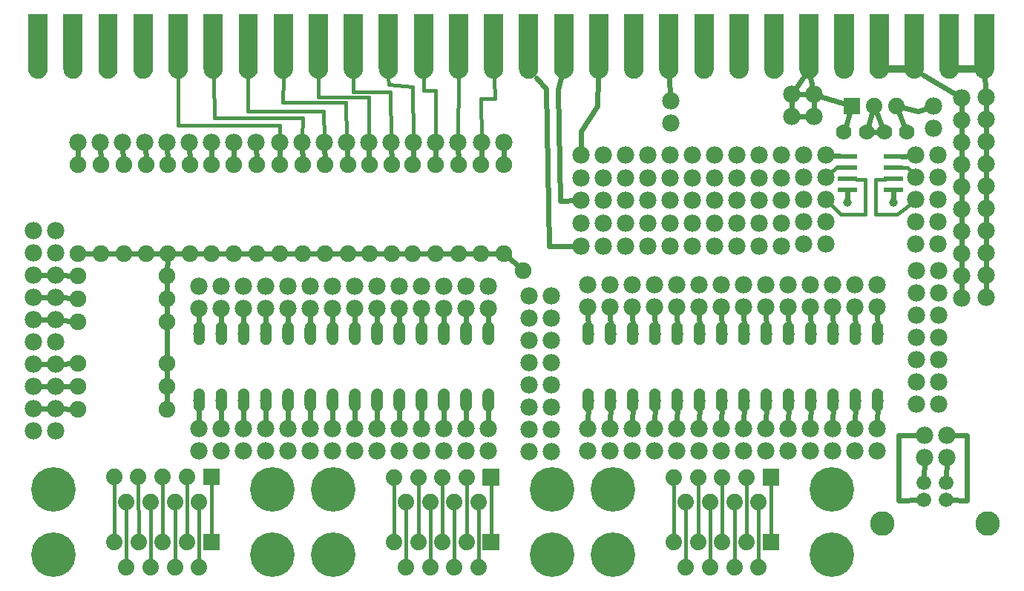
<source format=gtl>
G04 MADE WITH FRITZING*
G04 WWW.FRITZING.ORG*
G04 DOUBLE SIDED*
G04 HOLES PLATED*
G04 CONTOUR ON CENTER OF CONTOUR VECTOR*
%ASAXBY*%
%FSLAX23Y23*%
%MOIN*%
%OFA0B0*%
%SFA1.0B1.0*%
%ADD10C,0.074000*%
%ADD11C,0.200000*%
%ADD12C,0.078000*%
%ADD13C,0.075000*%
%ADD14C,0.075433*%
%ADD15C,0.066000*%
%ADD16C,0.110000*%
%ADD17C,0.052000*%
%ADD18C,0.039370*%
%ADD19C,0.070000*%
%ADD20R,0.087000X0.024000*%
%ADD21C,0.032000*%
%ADD22C,0.016000*%
%ADD23C,0.024000*%
%ADD24R,0.001000X0.001000*%
%LNCOPPER1*%
G90*
G70*
G54D10*
X882Y466D03*
X772Y466D03*
X663Y466D03*
X554Y466D03*
X445Y466D03*
X827Y354D03*
X718Y354D03*
X609Y354D03*
X500Y354D03*
G54D11*
X1156Y410D03*
X171Y410D03*
G54D10*
X882Y466D03*
X772Y466D03*
X663Y466D03*
X554Y466D03*
X445Y466D03*
X827Y354D03*
X718Y354D03*
X609Y354D03*
X500Y354D03*
G54D11*
X1156Y410D03*
X171Y410D03*
G54D10*
X882Y173D03*
X773Y173D03*
X664Y173D03*
X555Y173D03*
X446Y173D03*
X827Y61D03*
X718Y61D03*
X609Y61D03*
X500Y61D03*
G54D11*
X1156Y117D03*
X172Y117D03*
G54D10*
X882Y173D03*
X773Y173D03*
X664Y173D03*
X555Y173D03*
X446Y173D03*
X827Y61D03*
X718Y61D03*
X609Y61D03*
X500Y61D03*
G54D11*
X1156Y117D03*
X172Y117D03*
G54D10*
X3395Y465D03*
X3286Y465D03*
X3177Y465D03*
X3068Y465D03*
X2959Y465D03*
X3340Y353D03*
X3231Y353D03*
X3123Y353D03*
X3014Y353D03*
G54D11*
X3669Y409D03*
X2685Y409D03*
G54D10*
X3395Y465D03*
X3286Y465D03*
X3177Y465D03*
X3068Y465D03*
X2959Y465D03*
X3340Y353D03*
X3231Y353D03*
X3123Y353D03*
X3014Y353D03*
G54D11*
X3669Y409D03*
X2685Y409D03*
G54D10*
X3395Y173D03*
X3286Y173D03*
X3177Y173D03*
X3068Y173D03*
X2959Y173D03*
X3340Y61D03*
X3231Y61D03*
X3123Y61D03*
X3014Y61D03*
G54D11*
X3669Y117D03*
X2685Y117D03*
G54D10*
X3395Y173D03*
X3286Y173D03*
X3177Y173D03*
X3068Y173D03*
X2959Y173D03*
X3340Y61D03*
X3231Y61D03*
X3123Y61D03*
X3014Y61D03*
G54D11*
X3669Y117D03*
X2685Y117D03*
G54D10*
X2138Y465D03*
X2029Y465D03*
X1920Y465D03*
X1811Y465D03*
X1702Y465D03*
X2083Y353D03*
X1974Y353D03*
X1865Y353D03*
X1756Y353D03*
G54D11*
X2412Y409D03*
X1428Y409D03*
G54D10*
X2138Y465D03*
X2029Y465D03*
X1920Y465D03*
X1811Y465D03*
X1702Y465D03*
X2083Y353D03*
X1974Y353D03*
X1865Y353D03*
X1756Y353D03*
G54D11*
X2412Y409D03*
X1428Y409D03*
G54D10*
X2138Y173D03*
X2029Y173D03*
X1920Y173D03*
X1811Y173D03*
X1702Y173D03*
X2083Y61D03*
X1974Y61D03*
X1865Y61D03*
X1756Y61D03*
G54D11*
X2412Y117D03*
X1428Y117D03*
G54D10*
X2138Y173D03*
X2029Y173D03*
X1920Y173D03*
X1811Y173D03*
X1702Y173D03*
X2083Y61D03*
X1974Y61D03*
X1865Y61D03*
X1756Y61D03*
G54D11*
X2412Y117D03*
X1428Y117D03*
G54D12*
X4252Y2171D03*
X4252Y2071D03*
X4252Y1971D03*
X4252Y1871D03*
X4252Y1771D03*
X4252Y1671D03*
X4252Y1571D03*
X4252Y1471D03*
X4252Y1371D03*
X4252Y1271D03*
X4362Y2173D03*
X4362Y2073D03*
X4362Y1973D03*
X4362Y1873D03*
X4362Y1773D03*
X4362Y1673D03*
X4362Y1573D03*
X4362Y1473D03*
X4362Y1373D03*
X4362Y1273D03*
X3488Y2187D03*
X3488Y2087D03*
X3488Y2187D03*
X3488Y2087D03*
X3588Y2087D03*
X3588Y2187D03*
X2945Y2157D03*
X2945Y2057D03*
X3441Y1504D03*
X3341Y1504D03*
X3241Y1504D03*
X3141Y1504D03*
X3041Y1504D03*
X2941Y1504D03*
X2841Y1504D03*
X2741Y1504D03*
X2641Y1504D03*
X2541Y1504D03*
X3441Y1606D03*
X3341Y1606D03*
X3241Y1606D03*
X3141Y1606D03*
X3041Y1606D03*
X2941Y1606D03*
X2841Y1606D03*
X2741Y1606D03*
X2641Y1606D03*
X2541Y1606D03*
X3441Y1709D03*
X3341Y1709D03*
X3241Y1709D03*
X3141Y1709D03*
X3041Y1709D03*
X2941Y1709D03*
X2841Y1709D03*
X2741Y1709D03*
X2641Y1709D03*
X2541Y1709D03*
X3441Y1811D03*
X3341Y1811D03*
X3241Y1811D03*
X3141Y1811D03*
X3041Y1811D03*
X2941Y1811D03*
X2841Y1811D03*
X2741Y1811D03*
X2641Y1811D03*
X2541Y1811D03*
X3441Y1913D03*
X3341Y1913D03*
X3241Y1913D03*
X3141Y1913D03*
X3041Y1913D03*
X2941Y1913D03*
X2841Y1913D03*
X2741Y1913D03*
X2641Y1913D03*
X2541Y1913D03*
X2309Y1279D03*
X2309Y1179D03*
X2309Y1079D03*
X2309Y979D03*
X2309Y879D03*
X2309Y779D03*
X2309Y679D03*
X2309Y579D03*
X2309Y1279D03*
X2309Y1179D03*
X2309Y1079D03*
X2309Y979D03*
X2309Y879D03*
X2309Y779D03*
X2309Y679D03*
X2309Y579D03*
X2409Y579D03*
X2409Y679D03*
X2409Y779D03*
X2409Y879D03*
X2409Y979D03*
X2409Y1079D03*
X2409Y1179D03*
X2409Y1279D03*
X4050Y1394D03*
X4050Y1294D03*
X4050Y1194D03*
X4050Y1094D03*
X4050Y994D03*
X4050Y894D03*
X4050Y794D03*
X4050Y1394D03*
X4050Y1294D03*
X4050Y1194D03*
X4050Y1094D03*
X4050Y994D03*
X4050Y894D03*
X4050Y794D03*
X4150Y794D03*
X4150Y894D03*
X4150Y994D03*
X4150Y1094D03*
X4150Y1194D03*
X4150Y1294D03*
X4150Y1394D03*
X4047Y1913D03*
X4047Y1813D03*
X4047Y1713D03*
X4047Y1613D03*
X4047Y1513D03*
X4047Y1913D03*
X4047Y1813D03*
X4047Y1713D03*
X4047Y1613D03*
X4047Y1513D03*
X4147Y1513D03*
X4147Y1613D03*
X4147Y1713D03*
X4147Y1813D03*
X4147Y1913D03*
X3543Y1913D03*
X3543Y1813D03*
X3543Y1713D03*
X3543Y1613D03*
X3543Y1513D03*
X3543Y1913D03*
X3543Y1813D03*
X3543Y1713D03*
X3543Y1613D03*
X3543Y1513D03*
X3643Y1513D03*
X3643Y1613D03*
X3643Y1713D03*
X3643Y1813D03*
X3643Y1913D03*
X2197Y1969D03*
X2097Y1969D03*
X283Y1969D03*
X383Y1969D03*
X483Y1969D03*
X583Y1969D03*
X683Y1969D03*
X783Y1969D03*
X883Y1969D03*
X983Y1969D03*
X1083Y1969D03*
X1189Y1969D03*
X1289Y1969D03*
X1389Y1969D03*
X1489Y1969D03*
X1589Y1969D03*
X1689Y1969D03*
X1789Y1969D03*
X1889Y1969D03*
X1989Y1969D03*
G54D13*
X984Y1472D03*
X984Y1872D03*
X685Y1472D03*
X685Y1872D03*
X386Y1472D03*
X386Y1872D03*
X882Y1472D03*
X882Y1872D03*
X1087Y1472D03*
X1087Y1872D03*
X488Y1472D03*
X488Y1872D03*
X590Y1472D03*
X590Y1872D03*
X283Y1472D03*
X283Y1872D03*
X787Y1472D03*
X787Y1872D03*
X1189Y1472D03*
X1189Y1872D03*
X1291Y1472D03*
X1291Y1872D03*
X1394Y1472D03*
X1394Y1872D03*
X1496Y1472D03*
X1496Y1872D03*
X1591Y1472D03*
X1591Y1872D03*
X1693Y1472D03*
X1693Y1872D03*
X1787Y1472D03*
X1787Y1872D03*
X1890Y1472D03*
X1890Y1872D03*
X1992Y1472D03*
X1992Y1872D03*
X2094Y1472D03*
X2094Y1872D03*
X2197Y1472D03*
X2197Y1872D03*
G54D14*
X2283Y1394D03*
G54D12*
X81Y1574D03*
X81Y1474D03*
X81Y1374D03*
X81Y1274D03*
X81Y1174D03*
X81Y1074D03*
X81Y974D03*
X81Y874D03*
X81Y774D03*
X81Y674D03*
X81Y1574D03*
X81Y1474D03*
X81Y1374D03*
X81Y1274D03*
X81Y1174D03*
X81Y1074D03*
X81Y974D03*
X81Y874D03*
X81Y774D03*
X81Y674D03*
X181Y674D03*
X181Y774D03*
X181Y874D03*
X181Y974D03*
X181Y1074D03*
X181Y1174D03*
X181Y1274D03*
X181Y1374D03*
X181Y1474D03*
X181Y1574D03*
G54D13*
X283Y772D03*
X683Y772D03*
X283Y874D03*
X683Y874D03*
X283Y976D03*
X683Y976D03*
X283Y1165D03*
X683Y1165D03*
X283Y1268D03*
X683Y1268D03*
X283Y1370D03*
X683Y1370D03*
G54D15*
X4181Y441D03*
X4083Y441D03*
X4083Y363D03*
X4181Y363D03*
G54D16*
X4369Y256D03*
X3895Y256D03*
G54D15*
X4181Y441D03*
X4083Y441D03*
X4083Y363D03*
X4181Y363D03*
G54D16*
X4369Y256D03*
X3895Y256D03*
G54D12*
X4087Y654D03*
X4087Y554D03*
X4087Y654D03*
X4087Y554D03*
X4187Y554D03*
X4187Y654D03*
X3874Y685D03*
X3774Y685D03*
X3674Y685D03*
X3574Y685D03*
X3474Y685D03*
X3374Y685D03*
X3274Y685D03*
X3174Y685D03*
X3074Y685D03*
X2974Y685D03*
X2874Y685D03*
X2774Y685D03*
X2674Y685D03*
X2574Y685D03*
X3874Y685D03*
X3774Y685D03*
X3674Y685D03*
X3574Y685D03*
X3474Y685D03*
X3374Y685D03*
X3274Y685D03*
X3174Y685D03*
X3074Y685D03*
X2974Y685D03*
X2874Y685D03*
X2774Y685D03*
X2674Y685D03*
X2574Y685D03*
X2574Y585D03*
X2674Y585D03*
X2774Y585D03*
X2874Y585D03*
X2974Y585D03*
X3074Y585D03*
X3174Y585D03*
X3274Y585D03*
X3374Y585D03*
X3474Y585D03*
X3574Y585D03*
X3674Y585D03*
X3774Y585D03*
X3874Y585D03*
X3874Y1331D03*
X3774Y1331D03*
X3674Y1331D03*
X3574Y1331D03*
X3474Y1331D03*
X3374Y1331D03*
X3274Y1331D03*
X3174Y1331D03*
X3074Y1331D03*
X2974Y1331D03*
X2874Y1331D03*
X2774Y1331D03*
X2674Y1331D03*
X2574Y1331D03*
X3874Y1331D03*
X3774Y1331D03*
X3674Y1331D03*
X3574Y1331D03*
X3474Y1331D03*
X3374Y1331D03*
X3274Y1331D03*
X3174Y1331D03*
X3074Y1331D03*
X2974Y1331D03*
X2874Y1331D03*
X2774Y1331D03*
X2674Y1331D03*
X2574Y1331D03*
X2574Y1231D03*
X2674Y1231D03*
X2774Y1231D03*
X2874Y1231D03*
X2974Y1231D03*
X3074Y1231D03*
X3174Y1231D03*
X3274Y1231D03*
X3374Y1231D03*
X3474Y1231D03*
X3574Y1231D03*
X3674Y1231D03*
X3774Y1231D03*
X3874Y1231D03*
X2126Y685D03*
X2026Y685D03*
X1926Y685D03*
X1826Y685D03*
X1726Y685D03*
X1626Y685D03*
X1526Y685D03*
X1426Y685D03*
X1326Y685D03*
X1226Y685D03*
X1126Y685D03*
X1026Y685D03*
X926Y685D03*
X826Y685D03*
X2126Y685D03*
X2026Y685D03*
X1926Y685D03*
X1826Y685D03*
X1726Y685D03*
X1626Y685D03*
X1526Y685D03*
X1426Y685D03*
X1326Y685D03*
X1226Y685D03*
X1126Y685D03*
X1026Y685D03*
X926Y685D03*
X826Y685D03*
X826Y585D03*
X926Y585D03*
X1026Y585D03*
X1126Y585D03*
X1226Y585D03*
X1326Y585D03*
X1426Y585D03*
X1526Y585D03*
X1626Y585D03*
X1726Y585D03*
X1826Y585D03*
X1926Y585D03*
X2026Y585D03*
X2126Y585D03*
X2126Y1323D03*
X2026Y1323D03*
X1926Y1323D03*
X1826Y1323D03*
X1726Y1323D03*
X1626Y1323D03*
X1526Y1323D03*
X1426Y1323D03*
X1326Y1323D03*
X1226Y1323D03*
X1126Y1323D03*
X1026Y1323D03*
X926Y1323D03*
X826Y1323D03*
X2126Y1323D03*
X2026Y1323D03*
X1926Y1323D03*
X1826Y1323D03*
X1726Y1323D03*
X1626Y1323D03*
X1526Y1323D03*
X1426Y1323D03*
X1326Y1323D03*
X1226Y1323D03*
X1126Y1323D03*
X1026Y1323D03*
X926Y1323D03*
X826Y1323D03*
X826Y1223D03*
X926Y1223D03*
X1026Y1223D03*
X1126Y1223D03*
X1226Y1223D03*
X1326Y1223D03*
X1426Y1223D03*
X1526Y1223D03*
X1626Y1223D03*
X1726Y1223D03*
X1826Y1223D03*
X1926Y1223D03*
X2026Y1223D03*
X2126Y1223D03*
G54D17*
X2575Y811D03*
X2675Y811D03*
X2775Y811D03*
X2875Y811D03*
X2975Y811D03*
X3075Y811D03*
X3175Y811D03*
X3275Y811D03*
X3375Y811D03*
X3475Y811D03*
X3575Y811D03*
X3675Y811D03*
X3775Y811D03*
X3875Y811D03*
X3875Y1111D03*
X3775Y1111D03*
X3675Y1111D03*
X3575Y1111D03*
X3475Y1111D03*
X3375Y1111D03*
X3275Y1111D03*
X3175Y1111D03*
X3075Y1111D03*
X2975Y1111D03*
X2875Y1111D03*
X2775Y1111D03*
X2675Y1111D03*
X2575Y1111D03*
X2575Y811D03*
X2675Y811D03*
X2775Y811D03*
X2875Y811D03*
X2975Y811D03*
X3075Y811D03*
X3175Y811D03*
X3275Y811D03*
X3375Y811D03*
X3475Y811D03*
X3575Y811D03*
X3675Y811D03*
X3775Y811D03*
X3875Y811D03*
X3875Y1111D03*
X3775Y1111D03*
X3675Y1111D03*
X3575Y1111D03*
X3475Y1111D03*
X3375Y1111D03*
X3275Y1111D03*
X3175Y1111D03*
X3075Y1111D03*
X2975Y1111D03*
X2875Y1111D03*
X2775Y1111D03*
X2675Y1111D03*
X2575Y1111D03*
X827Y811D03*
X927Y811D03*
X1027Y811D03*
X1127Y811D03*
X1227Y811D03*
X1327Y811D03*
X1427Y811D03*
X1527Y811D03*
X1627Y811D03*
X1727Y811D03*
X1827Y811D03*
X1927Y811D03*
X2027Y811D03*
X2127Y811D03*
X2127Y1111D03*
X2027Y1111D03*
X1927Y1111D03*
X1827Y1111D03*
X1727Y1111D03*
X1627Y1111D03*
X1527Y1111D03*
X1427Y1111D03*
X1327Y1111D03*
X1227Y1111D03*
X1127Y1111D03*
X1027Y1111D03*
X927Y1111D03*
X827Y1111D03*
X827Y811D03*
X927Y811D03*
X1027Y811D03*
X1127Y811D03*
X1227Y811D03*
X1327Y811D03*
X1427Y811D03*
X1527Y811D03*
X1627Y811D03*
X1727Y811D03*
X1827Y811D03*
X1927Y811D03*
X2027Y811D03*
X2127Y811D03*
X2127Y1111D03*
X2027Y1111D03*
X1927Y1111D03*
X1827Y1111D03*
X1727Y1111D03*
X1627Y1111D03*
X1527Y1111D03*
X1427Y1111D03*
X1327Y1111D03*
X1227Y1111D03*
X1127Y1111D03*
X1027Y1111D03*
X927Y1111D03*
X827Y1111D03*
G54D10*
X3758Y2134D03*
X3858Y2134D03*
X3958Y2134D03*
X3758Y2134D03*
X3858Y2134D03*
X3958Y2134D03*
G54D12*
X4126Y2134D03*
X4126Y2034D03*
G54D18*
X3945Y1701D03*
X3740Y1701D03*
G54D19*
X3724Y2016D03*
X3825Y2016D03*
X3905Y2016D03*
X4006Y2016D03*
G54D20*
X3740Y1856D03*
X3946Y1906D03*
X3946Y1806D03*
X3740Y1806D03*
X3946Y1856D03*
X3740Y1756D03*
X3946Y1756D03*
X3740Y1906D03*
G54D21*
X4315Y2299D02*
X4237Y2299D01*
D02*
X4000Y2299D02*
X3922Y2299D01*
G54D22*
D02*
X446Y193D02*
X445Y446D01*
D02*
X500Y81D02*
X500Y334D01*
D02*
X555Y193D02*
X554Y446D01*
D02*
X609Y81D02*
X609Y334D01*
D02*
X664Y193D02*
X663Y446D01*
D02*
X718Y81D02*
X718Y334D01*
D02*
X773Y193D02*
X772Y446D01*
D02*
X827Y81D02*
X827Y334D01*
D02*
X882Y193D02*
X882Y446D01*
D02*
X1702Y193D02*
X1702Y445D01*
D02*
X1756Y81D02*
X1756Y333D01*
D02*
X1865Y81D02*
X1865Y333D01*
D02*
X1811Y193D02*
X1811Y445D01*
D02*
X1920Y193D02*
X1920Y445D01*
D02*
X1974Y81D02*
X1974Y333D01*
D02*
X2029Y193D02*
X2029Y445D01*
D02*
X2083Y81D02*
X2083Y333D01*
D02*
X2138Y193D02*
X2138Y445D01*
G54D23*
D02*
X4357Y2259D02*
X4361Y2192D01*
D02*
X4362Y2092D02*
X4362Y2154D01*
D02*
X4362Y1992D02*
X4362Y2054D01*
D02*
X4362Y1892D02*
X4362Y1954D01*
D02*
X4362Y1792D02*
X4362Y1854D01*
D02*
X4362Y1692D02*
X4362Y1754D01*
D02*
X4362Y1592D02*
X4362Y1654D01*
D02*
X4362Y1492D02*
X4362Y1554D01*
D02*
X4362Y1392D02*
X4362Y1454D01*
D02*
X4362Y1292D02*
X4362Y1354D01*
D02*
X4252Y2090D02*
X4252Y2152D01*
D02*
X4252Y1990D02*
X4252Y2052D01*
D02*
X4252Y1890D02*
X4252Y1952D01*
D02*
X4252Y1790D02*
X4252Y1852D01*
D02*
X4252Y1690D02*
X4252Y1752D01*
D02*
X4252Y1590D02*
X4252Y1652D01*
D02*
X4252Y1490D02*
X4252Y1552D01*
D02*
X4252Y1390D02*
X4252Y1452D01*
D02*
X4252Y1290D02*
X4252Y1352D01*
D02*
X2944Y2176D02*
X2939Y2259D01*
D02*
X3488Y2106D02*
X3488Y2168D01*
D02*
X3539Y2259D02*
X3499Y2202D01*
D02*
X4079Y2275D02*
X4236Y2181D01*
D02*
X2544Y2022D02*
X2615Y2133D01*
D02*
X2615Y2133D02*
X2620Y2259D01*
D02*
X2542Y1932D02*
X2544Y2022D01*
D02*
X2400Y1504D02*
X2385Y2211D01*
D02*
X2385Y2211D02*
X2342Y2259D01*
D02*
X2522Y1504D02*
X2400Y1504D01*
D02*
X3569Y2187D02*
X3507Y2187D01*
D02*
X3574Y2259D02*
X3585Y2205D01*
D02*
X3588Y2106D02*
X3588Y2168D01*
D02*
X3507Y2087D02*
X3569Y2087D01*
D02*
X3662Y1912D02*
X3702Y1909D01*
D02*
X4028Y1912D02*
X3984Y1908D01*
G54D22*
D02*
X4008Y1858D02*
X3984Y1857D01*
D02*
X4035Y1828D02*
X4008Y1858D01*
D02*
X3693Y1859D02*
X3702Y1858D01*
D02*
X3657Y1826D02*
X3693Y1859D01*
D02*
X3709Y1646D02*
X3819Y1646D01*
D02*
X3819Y1804D02*
X3778Y1805D01*
D02*
X3819Y1646D02*
X3819Y1804D01*
D02*
X3656Y1700D02*
X3709Y1646D01*
D02*
X3961Y1646D02*
X3867Y1646D01*
D02*
X3867Y1646D02*
X3867Y1804D01*
D02*
X3867Y1804D02*
X3908Y1805D01*
D02*
X4032Y1702D02*
X3961Y1646D01*
D02*
X2959Y193D02*
X2959Y445D01*
D02*
X3014Y81D02*
X3014Y333D01*
D02*
X3068Y193D02*
X3068Y445D01*
D02*
X3177Y193D02*
X3177Y445D01*
D02*
X3286Y193D02*
X3286Y445D01*
D02*
X3395Y193D02*
X3395Y445D01*
D02*
X3340Y81D02*
X3340Y333D01*
D02*
X3231Y81D02*
X3231Y333D01*
D02*
X3123Y81D02*
X3123Y333D01*
D02*
X2157Y2166D02*
X2152Y2259D01*
D02*
X2094Y2166D02*
X2157Y2166D01*
D02*
X2097Y1988D02*
X2094Y2166D01*
D02*
X1890Y2205D02*
X1835Y2205D01*
D02*
X1835Y2205D02*
X1835Y2259D01*
D02*
X1889Y1988D02*
X1890Y2205D01*
D02*
X1678Y2229D02*
X1677Y2259D01*
D02*
X1787Y2220D02*
X1678Y2229D01*
D02*
X1789Y1988D02*
X1787Y2220D01*
D02*
X1519Y2197D02*
X1520Y2259D01*
D02*
X1685Y2197D02*
X1519Y2197D01*
D02*
X1689Y1988D02*
X1685Y2197D01*
D02*
X1590Y2173D02*
X1362Y2173D01*
D02*
X1362Y2173D02*
X1362Y2259D01*
D02*
X1589Y1988D02*
X1590Y2173D01*
D02*
X1487Y2149D02*
X1204Y2149D01*
D02*
X1204Y2149D02*
X1205Y2259D01*
D02*
X1489Y1988D02*
X1487Y2149D01*
D02*
X1047Y2110D02*
X1047Y2259D01*
D02*
X1386Y2110D02*
X1047Y2110D01*
D02*
X1389Y1988D02*
X1386Y2110D01*
D02*
X1292Y2079D02*
X897Y2079D01*
D02*
X897Y2079D02*
X891Y2259D01*
D02*
X1289Y1988D02*
X1292Y2079D01*
D02*
X1189Y2047D02*
X732Y2047D01*
D02*
X732Y2047D02*
X732Y2259D01*
D02*
X1189Y1988D02*
X1189Y2047D01*
G54D23*
D02*
X2197Y1890D02*
X2197Y1950D01*
D02*
X2095Y1890D02*
X2096Y1950D01*
D02*
X1992Y1890D02*
X1990Y1950D01*
D02*
X1890Y1890D02*
X1889Y1950D01*
D02*
X1788Y1890D02*
X1789Y1950D01*
D02*
X1692Y1890D02*
X1690Y1950D01*
D02*
X1590Y1890D02*
X1589Y1950D01*
D02*
X1495Y1890D02*
X1490Y1950D01*
D02*
X1393Y1890D02*
X1390Y1950D01*
D02*
X1291Y1890D02*
X1289Y1950D01*
D02*
X1189Y1890D02*
X1189Y1950D01*
D02*
X1086Y1890D02*
X1084Y1950D01*
D02*
X984Y1890D02*
X984Y1950D01*
D02*
X882Y1890D02*
X883Y1950D01*
D02*
X787Y1890D02*
X784Y1950D01*
D02*
X685Y1890D02*
X684Y1950D01*
D02*
X589Y1890D02*
X585Y1950D01*
D02*
X487Y1890D02*
X484Y1950D01*
D02*
X385Y1890D02*
X384Y1950D01*
D02*
X283Y1890D02*
X283Y1950D01*
D02*
X368Y1472D02*
X301Y1472D01*
D02*
X471Y1472D02*
X403Y1472D01*
D02*
X573Y1472D02*
X506Y1472D01*
D02*
X667Y1472D02*
X608Y1472D01*
D02*
X770Y1472D02*
X702Y1472D01*
D02*
X864Y1472D02*
X805Y1472D01*
D02*
X967Y1472D02*
X899Y1472D01*
D02*
X1069Y1472D02*
X1002Y1472D01*
D02*
X1171Y1472D02*
X1104Y1472D01*
D02*
X1274Y1472D02*
X1206Y1472D01*
D02*
X1376Y1472D02*
X1309Y1472D01*
D02*
X1479Y1472D02*
X1411Y1472D01*
D02*
X1573Y1472D02*
X1514Y1472D01*
D02*
X1675Y1472D02*
X1608Y1472D01*
D02*
X1872Y1472D02*
X1805Y1472D01*
D02*
X1770Y1472D02*
X1710Y1472D01*
D02*
X1975Y1472D02*
X1907Y1472D01*
D02*
X2077Y1472D02*
X2010Y1472D01*
D02*
X2179Y1472D02*
X2112Y1472D01*
D02*
X2270Y1406D02*
X2210Y1461D01*
G54D22*
D02*
X1989Y1988D02*
X1992Y2259D01*
G54D23*
D02*
X684Y1388D02*
X685Y1455D01*
D02*
X683Y1285D02*
X683Y1353D01*
D02*
X683Y1183D02*
X683Y1250D01*
D02*
X683Y994D02*
X683Y1148D01*
D02*
X683Y892D02*
X683Y959D01*
D02*
X683Y789D02*
X683Y857D01*
D02*
X4086Y535D02*
X4083Y459D01*
D02*
X4186Y535D02*
X4182Y459D01*
D02*
X4276Y655D02*
X4206Y654D01*
D02*
X4276Y361D02*
X4276Y655D01*
D02*
X4199Y363D02*
X4276Y361D01*
D02*
X3969Y361D02*
X4065Y363D01*
D02*
X3969Y655D02*
X3969Y361D01*
D02*
X4068Y654D02*
X3969Y655D01*
D02*
X827Y1127D02*
X826Y1204D01*
D02*
X927Y1127D02*
X926Y1204D01*
D02*
X1027Y1127D02*
X1026Y1204D01*
D02*
X1127Y1127D02*
X1126Y1204D01*
D02*
X1227Y1127D02*
X1226Y1204D01*
D02*
X1327Y1127D02*
X1326Y1204D01*
D02*
X1427Y1127D02*
X1426Y1204D01*
D02*
X1527Y1127D02*
X1526Y1204D01*
D02*
X1627Y1127D02*
X1626Y1204D01*
D02*
X1727Y1127D02*
X1726Y1204D01*
D02*
X1827Y1127D02*
X1826Y1204D01*
D02*
X1927Y1127D02*
X1926Y1204D01*
D02*
X2027Y1127D02*
X2026Y1204D01*
D02*
X2127Y1127D02*
X2126Y1204D01*
D02*
X2126Y704D02*
X2127Y795D01*
D02*
X2026Y704D02*
X2027Y795D01*
D02*
X1927Y795D02*
X1926Y704D01*
D02*
X1827Y795D02*
X1826Y704D01*
D02*
X1727Y795D02*
X1726Y704D01*
D02*
X1627Y795D02*
X1626Y704D01*
D02*
X1527Y795D02*
X1526Y704D01*
D02*
X1427Y795D02*
X1426Y704D01*
D02*
X1327Y795D02*
X1326Y704D01*
D02*
X1227Y795D02*
X1226Y704D01*
D02*
X1127Y795D02*
X1126Y704D01*
D02*
X1027Y795D02*
X1026Y704D01*
D02*
X927Y795D02*
X926Y704D01*
D02*
X827Y795D02*
X826Y704D01*
D02*
X2575Y1127D02*
X2574Y1212D01*
D02*
X2675Y1127D02*
X2674Y1212D01*
D02*
X2775Y1127D02*
X2774Y1212D01*
D02*
X2875Y1127D02*
X2874Y1212D01*
D02*
X2975Y1127D02*
X2974Y1212D01*
D02*
X3075Y1127D02*
X3074Y1212D01*
D02*
X3175Y1127D02*
X3174Y1212D01*
D02*
X3275Y1127D02*
X3274Y1212D01*
D02*
X3375Y1127D02*
X3374Y1212D01*
D02*
X3475Y1127D02*
X3474Y1212D01*
D02*
X3575Y1127D02*
X3574Y1212D01*
D02*
X3675Y1127D02*
X3674Y1212D01*
D02*
X3775Y1127D02*
X3774Y1212D01*
D02*
X3875Y1127D02*
X3874Y1212D01*
D02*
X3874Y704D02*
X3875Y795D01*
D02*
X3774Y704D02*
X3775Y795D01*
D02*
X3674Y704D02*
X3675Y795D01*
D02*
X3574Y704D02*
X3575Y795D01*
D02*
X3474Y704D02*
X3475Y795D01*
D02*
X3374Y704D02*
X3375Y795D01*
D02*
X3274Y704D02*
X3275Y795D01*
D02*
X3174Y704D02*
X3175Y795D01*
D02*
X3074Y704D02*
X3075Y795D01*
D02*
X2974Y704D02*
X2975Y795D01*
D02*
X2874Y704D02*
X2875Y795D01*
D02*
X2774Y704D02*
X2775Y795D01*
D02*
X2674Y704D02*
X2675Y795D01*
D02*
X2574Y704D02*
X2575Y795D01*
D02*
X2449Y1708D02*
X2440Y2206D01*
D02*
X2440Y2206D02*
X2454Y2259D01*
D02*
X2522Y1709D02*
X2449Y1708D01*
D02*
X3606Y2181D02*
X3739Y2140D01*
D02*
X4056Y2110D02*
X3977Y2129D01*
D02*
X4108Y2128D02*
X4056Y2110D01*
D02*
X3740Y1749D02*
X3740Y1709D01*
D02*
X3946Y1749D02*
X3945Y1709D01*
D02*
X3890Y2016D02*
X3840Y2016D01*
D02*
X3853Y2115D02*
X3829Y2030D01*
D02*
X3866Y2116D02*
X3900Y2030D01*
D02*
X3728Y2030D02*
X3753Y2115D01*
D02*
X4000Y2030D02*
X3966Y2116D01*
D02*
X266Y1371D02*
X200Y1373D01*
D02*
X162Y1374D02*
X100Y1374D01*
D02*
X162Y1274D02*
X100Y1274D01*
D02*
X266Y1269D02*
X200Y1273D01*
D02*
X162Y1174D02*
X100Y1174D01*
D02*
X266Y1167D02*
X200Y1172D01*
D02*
X162Y974D02*
X100Y974D01*
D02*
X266Y976D02*
X200Y974D01*
D02*
X162Y874D02*
X100Y874D01*
D02*
X266Y874D02*
X200Y874D01*
D02*
X162Y774D02*
X100Y774D01*
D02*
X266Y772D02*
X200Y774D01*
G54D24*
X60Y2547D02*
X146Y2547D01*
X217Y2547D02*
X303Y2547D01*
X375Y2547D02*
X460Y2547D01*
X532Y2547D02*
X618Y2547D01*
X690Y2547D02*
X775Y2547D01*
X847Y2547D02*
X933Y2547D01*
X1005Y2547D02*
X1090Y2547D01*
X1162Y2547D02*
X1248Y2547D01*
X1320Y2547D02*
X1405Y2547D01*
X1477Y2547D02*
X1563Y2547D01*
X1634Y2547D02*
X1720Y2547D01*
X1792Y2547D02*
X1878Y2547D01*
X1949Y2547D02*
X2035Y2547D01*
X2107Y2547D02*
X2192Y2547D01*
X2264Y2547D02*
X2350Y2547D01*
X2422Y2547D02*
X2507Y2547D01*
X2579Y2547D02*
X2665Y2547D01*
X2737Y2547D02*
X2822Y2547D01*
X2894Y2547D02*
X2980Y2547D01*
X3052Y2547D02*
X3137Y2547D01*
X3209Y2547D02*
X3295Y2547D01*
X3366Y2547D02*
X3452Y2547D01*
X3524Y2547D02*
X3610Y2547D01*
X3681Y2547D02*
X3767Y2547D01*
X3839Y2547D02*
X3924Y2547D01*
X3996Y2547D02*
X4082Y2547D01*
X4154Y2547D02*
X4239Y2547D01*
X4311Y2547D02*
X4397Y2547D01*
X60Y2546D02*
X146Y2546D01*
X217Y2546D02*
X303Y2546D01*
X375Y2546D02*
X460Y2546D01*
X532Y2546D02*
X618Y2546D01*
X690Y2546D02*
X775Y2546D01*
X847Y2546D02*
X933Y2546D01*
X1005Y2546D02*
X1090Y2546D01*
X1162Y2546D02*
X1248Y2546D01*
X1320Y2546D02*
X1405Y2546D01*
X1477Y2546D02*
X1563Y2546D01*
X1634Y2546D02*
X1720Y2546D01*
X1792Y2546D02*
X1878Y2546D01*
X1949Y2546D02*
X2035Y2546D01*
X2107Y2546D02*
X2192Y2546D01*
X2264Y2546D02*
X2350Y2546D01*
X2422Y2546D02*
X2507Y2546D01*
X2579Y2546D02*
X2665Y2546D01*
X2737Y2546D02*
X2822Y2546D01*
X2894Y2546D02*
X2980Y2546D01*
X3052Y2546D02*
X3137Y2546D01*
X3209Y2546D02*
X3295Y2546D01*
X3366Y2546D02*
X3452Y2546D01*
X3524Y2546D02*
X3610Y2546D01*
X3681Y2546D02*
X3767Y2546D01*
X3839Y2546D02*
X3924Y2546D01*
X3996Y2546D02*
X4082Y2546D01*
X4154Y2546D02*
X4239Y2546D01*
X4311Y2546D02*
X4397Y2546D01*
X60Y2545D02*
X146Y2545D01*
X217Y2545D02*
X303Y2545D01*
X375Y2545D02*
X460Y2545D01*
X532Y2545D02*
X618Y2545D01*
X690Y2545D02*
X775Y2545D01*
X847Y2545D02*
X933Y2545D01*
X1005Y2545D02*
X1090Y2545D01*
X1162Y2545D02*
X1248Y2545D01*
X1320Y2545D02*
X1405Y2545D01*
X1477Y2545D02*
X1563Y2545D01*
X1634Y2545D02*
X1720Y2545D01*
X1792Y2545D02*
X1878Y2545D01*
X1949Y2545D02*
X2035Y2545D01*
X2107Y2545D02*
X2192Y2545D01*
X2264Y2545D02*
X2350Y2545D01*
X2422Y2545D02*
X2507Y2545D01*
X2579Y2545D02*
X2665Y2545D01*
X2737Y2545D02*
X2822Y2545D01*
X2894Y2545D02*
X2980Y2545D01*
X3052Y2545D02*
X3137Y2545D01*
X3209Y2545D02*
X3295Y2545D01*
X3366Y2545D02*
X3452Y2545D01*
X3524Y2545D02*
X3610Y2545D01*
X3681Y2545D02*
X3767Y2545D01*
X3839Y2545D02*
X3924Y2545D01*
X3996Y2545D02*
X4082Y2545D01*
X4154Y2545D02*
X4239Y2545D01*
X4311Y2545D02*
X4397Y2545D01*
X60Y2544D02*
X146Y2544D01*
X217Y2544D02*
X303Y2544D01*
X375Y2544D02*
X460Y2544D01*
X532Y2544D02*
X618Y2544D01*
X690Y2544D02*
X775Y2544D01*
X847Y2544D02*
X933Y2544D01*
X1005Y2544D02*
X1090Y2544D01*
X1162Y2544D02*
X1248Y2544D01*
X1320Y2544D02*
X1405Y2544D01*
X1477Y2544D02*
X1563Y2544D01*
X1634Y2544D02*
X1720Y2544D01*
X1792Y2544D02*
X1878Y2544D01*
X1949Y2544D02*
X2035Y2544D01*
X2107Y2544D02*
X2192Y2544D01*
X2264Y2544D02*
X2350Y2544D01*
X2422Y2544D02*
X2507Y2544D01*
X2579Y2544D02*
X2665Y2544D01*
X2737Y2544D02*
X2822Y2544D01*
X2894Y2544D02*
X2980Y2544D01*
X3052Y2544D02*
X3137Y2544D01*
X3209Y2544D02*
X3295Y2544D01*
X3366Y2544D02*
X3452Y2544D01*
X3524Y2544D02*
X3610Y2544D01*
X3681Y2544D02*
X3767Y2544D01*
X3839Y2544D02*
X3924Y2544D01*
X3996Y2544D02*
X4082Y2544D01*
X4154Y2544D02*
X4239Y2544D01*
X4311Y2544D02*
X4397Y2544D01*
X60Y2543D02*
X146Y2543D01*
X217Y2543D02*
X303Y2543D01*
X375Y2543D02*
X460Y2543D01*
X532Y2543D02*
X618Y2543D01*
X690Y2543D02*
X775Y2543D01*
X847Y2543D02*
X933Y2543D01*
X1005Y2543D02*
X1090Y2543D01*
X1162Y2543D02*
X1248Y2543D01*
X1320Y2543D02*
X1405Y2543D01*
X1477Y2543D02*
X1563Y2543D01*
X1634Y2543D02*
X1720Y2543D01*
X1792Y2543D02*
X1878Y2543D01*
X1949Y2543D02*
X2035Y2543D01*
X2107Y2543D02*
X2192Y2543D01*
X2264Y2543D02*
X2350Y2543D01*
X2422Y2543D02*
X2507Y2543D01*
X2579Y2543D02*
X2665Y2543D01*
X2737Y2543D02*
X2822Y2543D01*
X2894Y2543D02*
X2980Y2543D01*
X3052Y2543D02*
X3137Y2543D01*
X3209Y2543D02*
X3295Y2543D01*
X3366Y2543D02*
X3452Y2543D01*
X3524Y2543D02*
X3610Y2543D01*
X3681Y2543D02*
X3767Y2543D01*
X3839Y2543D02*
X3924Y2543D01*
X3996Y2543D02*
X4082Y2543D01*
X4154Y2543D02*
X4239Y2543D01*
X4311Y2543D02*
X4397Y2543D01*
X60Y2542D02*
X146Y2542D01*
X217Y2542D02*
X303Y2542D01*
X375Y2542D02*
X460Y2542D01*
X532Y2542D02*
X618Y2542D01*
X690Y2542D02*
X775Y2542D01*
X847Y2542D02*
X933Y2542D01*
X1005Y2542D02*
X1090Y2542D01*
X1162Y2542D02*
X1248Y2542D01*
X1320Y2542D02*
X1405Y2542D01*
X1477Y2542D02*
X1563Y2542D01*
X1634Y2542D02*
X1720Y2542D01*
X1792Y2542D02*
X1878Y2542D01*
X1949Y2542D02*
X2035Y2542D01*
X2107Y2542D02*
X2192Y2542D01*
X2264Y2542D02*
X2350Y2542D01*
X2422Y2542D02*
X2507Y2542D01*
X2579Y2542D02*
X2665Y2542D01*
X2737Y2542D02*
X2822Y2542D01*
X2894Y2542D02*
X2980Y2542D01*
X3052Y2542D02*
X3137Y2542D01*
X3209Y2542D02*
X3295Y2542D01*
X3366Y2542D02*
X3452Y2542D01*
X3524Y2542D02*
X3610Y2542D01*
X3681Y2542D02*
X3767Y2542D01*
X3839Y2542D02*
X3924Y2542D01*
X3996Y2542D02*
X4082Y2542D01*
X4154Y2542D02*
X4239Y2542D01*
X4311Y2542D02*
X4397Y2542D01*
X60Y2541D02*
X146Y2541D01*
X217Y2541D02*
X303Y2541D01*
X375Y2541D02*
X460Y2541D01*
X532Y2541D02*
X618Y2541D01*
X690Y2541D02*
X775Y2541D01*
X847Y2541D02*
X933Y2541D01*
X1005Y2541D02*
X1090Y2541D01*
X1162Y2541D02*
X1248Y2541D01*
X1320Y2541D02*
X1405Y2541D01*
X1477Y2541D02*
X1563Y2541D01*
X1634Y2541D02*
X1720Y2541D01*
X1792Y2541D02*
X1878Y2541D01*
X1949Y2541D02*
X2035Y2541D01*
X2107Y2541D02*
X2192Y2541D01*
X2264Y2541D02*
X2350Y2541D01*
X2422Y2541D02*
X2507Y2541D01*
X2579Y2541D02*
X2665Y2541D01*
X2737Y2541D02*
X2822Y2541D01*
X2894Y2541D02*
X2980Y2541D01*
X3052Y2541D02*
X3137Y2541D01*
X3209Y2541D02*
X3295Y2541D01*
X3366Y2541D02*
X3452Y2541D01*
X3524Y2541D02*
X3610Y2541D01*
X3681Y2541D02*
X3767Y2541D01*
X3839Y2541D02*
X3924Y2541D01*
X3996Y2541D02*
X4082Y2541D01*
X4154Y2541D02*
X4239Y2541D01*
X4311Y2541D02*
X4397Y2541D01*
X60Y2540D02*
X146Y2540D01*
X217Y2540D02*
X303Y2540D01*
X375Y2540D02*
X460Y2540D01*
X532Y2540D02*
X618Y2540D01*
X690Y2540D02*
X775Y2540D01*
X847Y2540D02*
X933Y2540D01*
X1005Y2540D02*
X1090Y2540D01*
X1162Y2540D02*
X1248Y2540D01*
X1320Y2540D02*
X1405Y2540D01*
X1477Y2540D02*
X1563Y2540D01*
X1634Y2540D02*
X1720Y2540D01*
X1792Y2540D02*
X1878Y2540D01*
X1949Y2540D02*
X2035Y2540D01*
X2107Y2540D02*
X2192Y2540D01*
X2264Y2540D02*
X2350Y2540D01*
X2422Y2540D02*
X2507Y2540D01*
X2579Y2540D02*
X2665Y2540D01*
X2737Y2540D02*
X2822Y2540D01*
X2894Y2540D02*
X2980Y2540D01*
X3052Y2540D02*
X3137Y2540D01*
X3209Y2540D02*
X3295Y2540D01*
X3366Y2540D02*
X3452Y2540D01*
X3524Y2540D02*
X3610Y2540D01*
X3681Y2540D02*
X3767Y2540D01*
X3839Y2540D02*
X3924Y2540D01*
X3996Y2540D02*
X4082Y2540D01*
X4154Y2540D02*
X4239Y2540D01*
X4311Y2540D02*
X4397Y2540D01*
X60Y2539D02*
X146Y2539D01*
X217Y2539D02*
X303Y2539D01*
X375Y2539D02*
X460Y2539D01*
X532Y2539D02*
X618Y2539D01*
X690Y2539D02*
X775Y2539D01*
X847Y2539D02*
X933Y2539D01*
X1005Y2539D02*
X1090Y2539D01*
X1162Y2539D02*
X1248Y2539D01*
X1320Y2539D02*
X1405Y2539D01*
X1477Y2539D02*
X1563Y2539D01*
X1634Y2539D02*
X1720Y2539D01*
X1792Y2539D02*
X1878Y2539D01*
X1949Y2539D02*
X2035Y2539D01*
X2107Y2539D02*
X2192Y2539D01*
X2264Y2539D02*
X2350Y2539D01*
X2422Y2539D02*
X2507Y2539D01*
X2579Y2539D02*
X2665Y2539D01*
X2737Y2539D02*
X2822Y2539D01*
X2894Y2539D02*
X2980Y2539D01*
X3052Y2539D02*
X3137Y2539D01*
X3209Y2539D02*
X3295Y2539D01*
X3366Y2539D02*
X3452Y2539D01*
X3524Y2539D02*
X3610Y2539D01*
X3681Y2539D02*
X3767Y2539D01*
X3839Y2539D02*
X3924Y2539D01*
X3996Y2539D02*
X4082Y2539D01*
X4154Y2539D02*
X4239Y2539D01*
X4311Y2539D02*
X4397Y2539D01*
X60Y2538D02*
X146Y2538D01*
X217Y2538D02*
X303Y2538D01*
X375Y2538D02*
X460Y2538D01*
X532Y2538D02*
X618Y2538D01*
X690Y2538D02*
X775Y2538D01*
X847Y2538D02*
X933Y2538D01*
X1005Y2538D02*
X1090Y2538D01*
X1162Y2538D02*
X1248Y2538D01*
X1320Y2538D02*
X1405Y2538D01*
X1477Y2538D02*
X1563Y2538D01*
X1634Y2538D02*
X1720Y2538D01*
X1792Y2538D02*
X1878Y2538D01*
X1949Y2538D02*
X2035Y2538D01*
X2107Y2538D02*
X2192Y2538D01*
X2264Y2538D02*
X2350Y2538D01*
X2422Y2538D02*
X2507Y2538D01*
X2579Y2538D02*
X2665Y2538D01*
X2737Y2538D02*
X2822Y2538D01*
X2894Y2538D02*
X2980Y2538D01*
X3052Y2538D02*
X3137Y2538D01*
X3209Y2538D02*
X3295Y2538D01*
X3366Y2538D02*
X3452Y2538D01*
X3524Y2538D02*
X3610Y2538D01*
X3681Y2538D02*
X3767Y2538D01*
X3839Y2538D02*
X3924Y2538D01*
X3996Y2538D02*
X4082Y2538D01*
X4154Y2538D02*
X4239Y2538D01*
X4311Y2538D02*
X4397Y2538D01*
X60Y2537D02*
X146Y2537D01*
X217Y2537D02*
X303Y2537D01*
X375Y2537D02*
X460Y2537D01*
X532Y2537D02*
X618Y2537D01*
X690Y2537D02*
X775Y2537D01*
X847Y2537D02*
X933Y2537D01*
X1005Y2537D02*
X1090Y2537D01*
X1162Y2537D02*
X1248Y2537D01*
X1320Y2537D02*
X1405Y2537D01*
X1477Y2537D02*
X1563Y2537D01*
X1634Y2537D02*
X1720Y2537D01*
X1792Y2537D02*
X1878Y2537D01*
X1949Y2537D02*
X2035Y2537D01*
X2107Y2537D02*
X2192Y2537D01*
X2264Y2537D02*
X2350Y2537D01*
X2422Y2537D02*
X2507Y2537D01*
X2579Y2537D02*
X2665Y2537D01*
X2737Y2537D02*
X2822Y2537D01*
X2894Y2537D02*
X2980Y2537D01*
X3052Y2537D02*
X3137Y2537D01*
X3209Y2537D02*
X3295Y2537D01*
X3366Y2537D02*
X3452Y2537D01*
X3524Y2537D02*
X3610Y2537D01*
X3681Y2537D02*
X3767Y2537D01*
X3839Y2537D02*
X3924Y2537D01*
X3996Y2537D02*
X4082Y2537D01*
X4154Y2537D02*
X4239Y2537D01*
X4311Y2537D02*
X4397Y2537D01*
X60Y2536D02*
X146Y2536D01*
X217Y2536D02*
X303Y2536D01*
X375Y2536D02*
X460Y2536D01*
X532Y2536D02*
X618Y2536D01*
X690Y2536D02*
X775Y2536D01*
X847Y2536D02*
X933Y2536D01*
X1005Y2536D02*
X1090Y2536D01*
X1162Y2536D02*
X1248Y2536D01*
X1320Y2536D02*
X1405Y2536D01*
X1477Y2536D02*
X1563Y2536D01*
X1634Y2536D02*
X1720Y2536D01*
X1792Y2536D02*
X1878Y2536D01*
X1949Y2536D02*
X2035Y2536D01*
X2107Y2536D02*
X2192Y2536D01*
X2264Y2536D02*
X2350Y2536D01*
X2422Y2536D02*
X2507Y2536D01*
X2579Y2536D02*
X2665Y2536D01*
X2737Y2536D02*
X2822Y2536D01*
X2894Y2536D02*
X2980Y2536D01*
X3052Y2536D02*
X3137Y2536D01*
X3209Y2536D02*
X3295Y2536D01*
X3366Y2536D02*
X3452Y2536D01*
X3524Y2536D02*
X3610Y2536D01*
X3681Y2536D02*
X3767Y2536D01*
X3839Y2536D02*
X3924Y2536D01*
X3996Y2536D02*
X4082Y2536D01*
X4154Y2536D02*
X4239Y2536D01*
X4311Y2536D02*
X4397Y2536D01*
X60Y2535D02*
X146Y2535D01*
X217Y2535D02*
X303Y2535D01*
X375Y2535D02*
X460Y2535D01*
X532Y2535D02*
X618Y2535D01*
X690Y2535D02*
X775Y2535D01*
X847Y2535D02*
X933Y2535D01*
X1005Y2535D02*
X1090Y2535D01*
X1162Y2535D02*
X1248Y2535D01*
X1320Y2535D02*
X1405Y2535D01*
X1477Y2535D02*
X1563Y2535D01*
X1634Y2535D02*
X1720Y2535D01*
X1792Y2535D02*
X1878Y2535D01*
X1949Y2535D02*
X2035Y2535D01*
X2107Y2535D02*
X2192Y2535D01*
X2264Y2535D02*
X2350Y2535D01*
X2422Y2535D02*
X2507Y2535D01*
X2579Y2535D02*
X2665Y2535D01*
X2737Y2535D02*
X2822Y2535D01*
X2894Y2535D02*
X2980Y2535D01*
X3052Y2535D02*
X3137Y2535D01*
X3209Y2535D02*
X3295Y2535D01*
X3366Y2535D02*
X3452Y2535D01*
X3524Y2535D02*
X3610Y2535D01*
X3681Y2535D02*
X3767Y2535D01*
X3839Y2535D02*
X3924Y2535D01*
X3996Y2535D02*
X4082Y2535D01*
X4154Y2535D02*
X4239Y2535D01*
X4311Y2535D02*
X4397Y2535D01*
X60Y2534D02*
X146Y2534D01*
X217Y2534D02*
X303Y2534D01*
X375Y2534D02*
X460Y2534D01*
X532Y2534D02*
X618Y2534D01*
X690Y2534D02*
X775Y2534D01*
X847Y2534D02*
X933Y2534D01*
X1005Y2534D02*
X1090Y2534D01*
X1162Y2534D02*
X1248Y2534D01*
X1320Y2534D02*
X1405Y2534D01*
X1477Y2534D02*
X1563Y2534D01*
X1634Y2534D02*
X1720Y2534D01*
X1792Y2534D02*
X1878Y2534D01*
X1949Y2534D02*
X2035Y2534D01*
X2107Y2534D02*
X2192Y2534D01*
X2264Y2534D02*
X2350Y2534D01*
X2422Y2534D02*
X2507Y2534D01*
X2579Y2534D02*
X2665Y2534D01*
X2737Y2534D02*
X2822Y2534D01*
X2894Y2534D02*
X2980Y2534D01*
X3052Y2534D02*
X3137Y2534D01*
X3209Y2534D02*
X3295Y2534D01*
X3366Y2534D02*
X3452Y2534D01*
X3524Y2534D02*
X3610Y2534D01*
X3681Y2534D02*
X3767Y2534D01*
X3839Y2534D02*
X3924Y2534D01*
X3996Y2534D02*
X4082Y2534D01*
X4154Y2534D02*
X4239Y2534D01*
X4311Y2534D02*
X4397Y2534D01*
X60Y2533D02*
X146Y2533D01*
X217Y2533D02*
X303Y2533D01*
X375Y2533D02*
X460Y2533D01*
X532Y2533D02*
X618Y2533D01*
X690Y2533D02*
X775Y2533D01*
X847Y2533D02*
X933Y2533D01*
X1005Y2533D02*
X1090Y2533D01*
X1162Y2533D02*
X1248Y2533D01*
X1320Y2533D02*
X1405Y2533D01*
X1477Y2533D02*
X1563Y2533D01*
X1634Y2533D02*
X1720Y2533D01*
X1792Y2533D02*
X1878Y2533D01*
X1949Y2533D02*
X2035Y2533D01*
X2107Y2533D02*
X2192Y2533D01*
X2264Y2533D02*
X2350Y2533D01*
X2422Y2533D02*
X2507Y2533D01*
X2579Y2533D02*
X2665Y2533D01*
X2737Y2533D02*
X2822Y2533D01*
X2894Y2533D02*
X2980Y2533D01*
X3052Y2533D02*
X3137Y2533D01*
X3209Y2533D02*
X3295Y2533D01*
X3366Y2533D02*
X3452Y2533D01*
X3524Y2533D02*
X3610Y2533D01*
X3681Y2533D02*
X3767Y2533D01*
X3839Y2533D02*
X3924Y2533D01*
X3996Y2533D02*
X4082Y2533D01*
X4154Y2533D02*
X4239Y2533D01*
X4311Y2533D02*
X4397Y2533D01*
X60Y2532D02*
X146Y2532D01*
X217Y2532D02*
X303Y2532D01*
X375Y2532D02*
X460Y2532D01*
X532Y2532D02*
X618Y2532D01*
X690Y2532D02*
X775Y2532D01*
X847Y2532D02*
X933Y2532D01*
X1005Y2532D02*
X1090Y2532D01*
X1162Y2532D02*
X1248Y2532D01*
X1320Y2532D02*
X1405Y2532D01*
X1477Y2532D02*
X1563Y2532D01*
X1634Y2532D02*
X1720Y2532D01*
X1792Y2532D02*
X1878Y2532D01*
X1949Y2532D02*
X2035Y2532D01*
X2107Y2532D02*
X2192Y2532D01*
X2264Y2532D02*
X2350Y2532D01*
X2422Y2532D02*
X2507Y2532D01*
X2579Y2532D02*
X2665Y2532D01*
X2737Y2532D02*
X2822Y2532D01*
X2894Y2532D02*
X2980Y2532D01*
X3052Y2532D02*
X3137Y2532D01*
X3209Y2532D02*
X3295Y2532D01*
X3366Y2532D02*
X3452Y2532D01*
X3524Y2532D02*
X3610Y2532D01*
X3681Y2532D02*
X3767Y2532D01*
X3839Y2532D02*
X3924Y2532D01*
X3996Y2532D02*
X4082Y2532D01*
X4154Y2532D02*
X4239Y2532D01*
X4311Y2532D02*
X4397Y2532D01*
X60Y2531D02*
X146Y2531D01*
X217Y2531D02*
X303Y2531D01*
X375Y2531D02*
X460Y2531D01*
X532Y2531D02*
X618Y2531D01*
X690Y2531D02*
X775Y2531D01*
X847Y2531D02*
X933Y2531D01*
X1005Y2531D02*
X1090Y2531D01*
X1162Y2531D02*
X1248Y2531D01*
X1320Y2531D02*
X1405Y2531D01*
X1477Y2531D02*
X1563Y2531D01*
X1634Y2531D02*
X1720Y2531D01*
X1792Y2531D02*
X1878Y2531D01*
X1949Y2531D02*
X2035Y2531D01*
X2107Y2531D02*
X2192Y2531D01*
X2264Y2531D02*
X2350Y2531D01*
X2422Y2531D02*
X2507Y2531D01*
X2579Y2531D02*
X2665Y2531D01*
X2737Y2531D02*
X2822Y2531D01*
X2894Y2531D02*
X2980Y2531D01*
X3052Y2531D02*
X3137Y2531D01*
X3209Y2531D02*
X3295Y2531D01*
X3366Y2531D02*
X3452Y2531D01*
X3524Y2531D02*
X3610Y2531D01*
X3681Y2531D02*
X3767Y2531D01*
X3839Y2531D02*
X3924Y2531D01*
X3996Y2531D02*
X4082Y2531D01*
X4154Y2531D02*
X4239Y2531D01*
X4311Y2531D02*
X4397Y2531D01*
X60Y2530D02*
X146Y2530D01*
X217Y2530D02*
X303Y2530D01*
X375Y2530D02*
X460Y2530D01*
X532Y2530D02*
X618Y2530D01*
X690Y2530D02*
X775Y2530D01*
X847Y2530D02*
X933Y2530D01*
X1005Y2530D02*
X1090Y2530D01*
X1162Y2530D02*
X1248Y2530D01*
X1320Y2530D02*
X1405Y2530D01*
X1477Y2530D02*
X1563Y2530D01*
X1634Y2530D02*
X1720Y2530D01*
X1792Y2530D02*
X1878Y2530D01*
X1949Y2530D02*
X2035Y2530D01*
X2107Y2530D02*
X2192Y2530D01*
X2264Y2530D02*
X2350Y2530D01*
X2422Y2530D02*
X2507Y2530D01*
X2579Y2530D02*
X2665Y2530D01*
X2737Y2530D02*
X2822Y2530D01*
X2894Y2530D02*
X2980Y2530D01*
X3052Y2530D02*
X3137Y2530D01*
X3209Y2530D02*
X3295Y2530D01*
X3366Y2530D02*
X3452Y2530D01*
X3524Y2530D02*
X3610Y2530D01*
X3681Y2530D02*
X3767Y2530D01*
X3839Y2530D02*
X3924Y2530D01*
X3996Y2530D02*
X4082Y2530D01*
X4154Y2530D02*
X4239Y2530D01*
X4311Y2530D02*
X4397Y2530D01*
X60Y2529D02*
X146Y2529D01*
X217Y2529D02*
X303Y2529D01*
X375Y2529D02*
X460Y2529D01*
X532Y2529D02*
X618Y2529D01*
X690Y2529D02*
X775Y2529D01*
X847Y2529D02*
X933Y2529D01*
X1005Y2529D02*
X1090Y2529D01*
X1162Y2529D02*
X1248Y2529D01*
X1320Y2529D02*
X1405Y2529D01*
X1477Y2529D02*
X1563Y2529D01*
X1634Y2529D02*
X1720Y2529D01*
X1792Y2529D02*
X1878Y2529D01*
X1949Y2529D02*
X2035Y2529D01*
X2107Y2529D02*
X2192Y2529D01*
X2264Y2529D02*
X2350Y2529D01*
X2422Y2529D02*
X2507Y2529D01*
X2579Y2529D02*
X2665Y2529D01*
X2737Y2529D02*
X2822Y2529D01*
X2894Y2529D02*
X2980Y2529D01*
X3052Y2529D02*
X3137Y2529D01*
X3209Y2529D02*
X3295Y2529D01*
X3366Y2529D02*
X3452Y2529D01*
X3524Y2529D02*
X3610Y2529D01*
X3681Y2529D02*
X3767Y2529D01*
X3839Y2529D02*
X3924Y2529D01*
X3996Y2529D02*
X4082Y2529D01*
X4154Y2529D02*
X4239Y2529D01*
X4311Y2529D02*
X4397Y2529D01*
X60Y2528D02*
X146Y2528D01*
X217Y2528D02*
X303Y2528D01*
X375Y2528D02*
X460Y2528D01*
X532Y2528D02*
X618Y2528D01*
X690Y2528D02*
X775Y2528D01*
X847Y2528D02*
X933Y2528D01*
X1005Y2528D02*
X1090Y2528D01*
X1162Y2528D02*
X1248Y2528D01*
X1320Y2528D02*
X1405Y2528D01*
X1477Y2528D02*
X1563Y2528D01*
X1634Y2528D02*
X1720Y2528D01*
X1792Y2528D02*
X1878Y2528D01*
X1949Y2528D02*
X2035Y2528D01*
X2107Y2528D02*
X2192Y2528D01*
X2264Y2528D02*
X2350Y2528D01*
X2422Y2528D02*
X2507Y2528D01*
X2579Y2528D02*
X2665Y2528D01*
X2737Y2528D02*
X2822Y2528D01*
X2894Y2528D02*
X2980Y2528D01*
X3052Y2528D02*
X3137Y2528D01*
X3209Y2528D02*
X3295Y2528D01*
X3366Y2528D02*
X3452Y2528D01*
X3524Y2528D02*
X3610Y2528D01*
X3681Y2528D02*
X3767Y2528D01*
X3839Y2528D02*
X3924Y2528D01*
X3996Y2528D02*
X4082Y2528D01*
X4154Y2528D02*
X4239Y2528D01*
X4311Y2528D02*
X4397Y2528D01*
X60Y2527D02*
X146Y2527D01*
X217Y2527D02*
X303Y2527D01*
X375Y2527D02*
X460Y2527D01*
X532Y2527D02*
X618Y2527D01*
X690Y2527D02*
X775Y2527D01*
X847Y2527D02*
X933Y2527D01*
X1005Y2527D02*
X1090Y2527D01*
X1162Y2527D02*
X1248Y2527D01*
X1320Y2527D02*
X1405Y2527D01*
X1477Y2527D02*
X1563Y2527D01*
X1634Y2527D02*
X1720Y2527D01*
X1792Y2527D02*
X1878Y2527D01*
X1949Y2527D02*
X2035Y2527D01*
X2107Y2527D02*
X2192Y2527D01*
X2264Y2527D02*
X2350Y2527D01*
X2422Y2527D02*
X2507Y2527D01*
X2579Y2527D02*
X2665Y2527D01*
X2737Y2527D02*
X2822Y2527D01*
X2894Y2527D02*
X2980Y2527D01*
X3052Y2527D02*
X3137Y2527D01*
X3209Y2527D02*
X3295Y2527D01*
X3366Y2527D02*
X3452Y2527D01*
X3524Y2527D02*
X3610Y2527D01*
X3681Y2527D02*
X3767Y2527D01*
X3839Y2527D02*
X3924Y2527D01*
X3996Y2527D02*
X4082Y2527D01*
X4154Y2527D02*
X4239Y2527D01*
X4311Y2527D02*
X4397Y2527D01*
X60Y2526D02*
X146Y2526D01*
X217Y2526D02*
X303Y2526D01*
X375Y2526D02*
X460Y2526D01*
X532Y2526D02*
X618Y2526D01*
X690Y2526D02*
X775Y2526D01*
X847Y2526D02*
X933Y2526D01*
X1005Y2526D02*
X1090Y2526D01*
X1162Y2526D02*
X1248Y2526D01*
X1320Y2526D02*
X1405Y2526D01*
X1477Y2526D02*
X1563Y2526D01*
X1634Y2526D02*
X1720Y2526D01*
X1792Y2526D02*
X1878Y2526D01*
X1949Y2526D02*
X2035Y2526D01*
X2107Y2526D02*
X2192Y2526D01*
X2264Y2526D02*
X2350Y2526D01*
X2422Y2526D02*
X2507Y2526D01*
X2579Y2526D02*
X2665Y2526D01*
X2737Y2526D02*
X2822Y2526D01*
X2894Y2526D02*
X2980Y2526D01*
X3052Y2526D02*
X3137Y2526D01*
X3209Y2526D02*
X3295Y2526D01*
X3366Y2526D02*
X3452Y2526D01*
X3524Y2526D02*
X3610Y2526D01*
X3681Y2526D02*
X3767Y2526D01*
X3839Y2526D02*
X3924Y2526D01*
X3996Y2526D02*
X4082Y2526D01*
X4154Y2526D02*
X4239Y2526D01*
X4311Y2526D02*
X4397Y2526D01*
X60Y2525D02*
X146Y2525D01*
X217Y2525D02*
X303Y2525D01*
X375Y2525D02*
X460Y2525D01*
X532Y2525D02*
X618Y2525D01*
X690Y2525D02*
X775Y2525D01*
X847Y2525D02*
X933Y2525D01*
X1005Y2525D02*
X1090Y2525D01*
X1162Y2525D02*
X1248Y2525D01*
X1320Y2525D02*
X1405Y2525D01*
X1477Y2525D02*
X1563Y2525D01*
X1634Y2525D02*
X1720Y2525D01*
X1792Y2525D02*
X1878Y2525D01*
X1949Y2525D02*
X2035Y2525D01*
X2107Y2525D02*
X2192Y2525D01*
X2264Y2525D02*
X2350Y2525D01*
X2422Y2525D02*
X2507Y2525D01*
X2579Y2525D02*
X2665Y2525D01*
X2737Y2525D02*
X2822Y2525D01*
X2894Y2525D02*
X2980Y2525D01*
X3052Y2525D02*
X3137Y2525D01*
X3209Y2525D02*
X3295Y2525D01*
X3366Y2525D02*
X3452Y2525D01*
X3524Y2525D02*
X3610Y2525D01*
X3681Y2525D02*
X3767Y2525D01*
X3839Y2525D02*
X3924Y2525D01*
X3996Y2525D02*
X4082Y2525D01*
X4154Y2525D02*
X4239Y2525D01*
X4311Y2525D02*
X4397Y2525D01*
X60Y2524D02*
X146Y2524D01*
X217Y2524D02*
X303Y2524D01*
X375Y2524D02*
X460Y2524D01*
X532Y2524D02*
X618Y2524D01*
X690Y2524D02*
X775Y2524D01*
X847Y2524D02*
X933Y2524D01*
X1005Y2524D02*
X1090Y2524D01*
X1162Y2524D02*
X1248Y2524D01*
X1320Y2524D02*
X1405Y2524D01*
X1477Y2524D02*
X1563Y2524D01*
X1634Y2524D02*
X1720Y2524D01*
X1792Y2524D02*
X1878Y2524D01*
X1949Y2524D02*
X2035Y2524D01*
X2107Y2524D02*
X2192Y2524D01*
X2264Y2524D02*
X2350Y2524D01*
X2422Y2524D02*
X2507Y2524D01*
X2579Y2524D02*
X2665Y2524D01*
X2737Y2524D02*
X2822Y2524D01*
X2894Y2524D02*
X2980Y2524D01*
X3052Y2524D02*
X3137Y2524D01*
X3209Y2524D02*
X3295Y2524D01*
X3366Y2524D02*
X3452Y2524D01*
X3524Y2524D02*
X3610Y2524D01*
X3681Y2524D02*
X3767Y2524D01*
X3839Y2524D02*
X3924Y2524D01*
X3996Y2524D02*
X4082Y2524D01*
X4154Y2524D02*
X4239Y2524D01*
X4311Y2524D02*
X4397Y2524D01*
X60Y2523D02*
X146Y2523D01*
X217Y2523D02*
X303Y2523D01*
X375Y2523D02*
X460Y2523D01*
X532Y2523D02*
X618Y2523D01*
X690Y2523D02*
X775Y2523D01*
X847Y2523D02*
X933Y2523D01*
X1005Y2523D02*
X1090Y2523D01*
X1162Y2523D02*
X1248Y2523D01*
X1320Y2523D02*
X1405Y2523D01*
X1477Y2523D02*
X1563Y2523D01*
X1634Y2523D02*
X1720Y2523D01*
X1792Y2523D02*
X1878Y2523D01*
X1949Y2523D02*
X2035Y2523D01*
X2107Y2523D02*
X2192Y2523D01*
X2264Y2523D02*
X2350Y2523D01*
X2422Y2523D02*
X2507Y2523D01*
X2579Y2523D02*
X2665Y2523D01*
X2737Y2523D02*
X2822Y2523D01*
X2894Y2523D02*
X2980Y2523D01*
X3052Y2523D02*
X3137Y2523D01*
X3209Y2523D02*
X3295Y2523D01*
X3366Y2523D02*
X3452Y2523D01*
X3524Y2523D02*
X3610Y2523D01*
X3681Y2523D02*
X3767Y2523D01*
X3839Y2523D02*
X3924Y2523D01*
X3996Y2523D02*
X4082Y2523D01*
X4154Y2523D02*
X4239Y2523D01*
X4311Y2523D02*
X4397Y2523D01*
X60Y2522D02*
X146Y2522D01*
X217Y2522D02*
X303Y2522D01*
X375Y2522D02*
X460Y2522D01*
X532Y2522D02*
X618Y2522D01*
X690Y2522D02*
X775Y2522D01*
X847Y2522D02*
X933Y2522D01*
X1005Y2522D02*
X1090Y2522D01*
X1162Y2522D02*
X1248Y2522D01*
X1320Y2522D02*
X1405Y2522D01*
X1477Y2522D02*
X1563Y2522D01*
X1634Y2522D02*
X1720Y2522D01*
X1792Y2522D02*
X1878Y2522D01*
X1949Y2522D02*
X2035Y2522D01*
X2107Y2522D02*
X2192Y2522D01*
X2264Y2522D02*
X2350Y2522D01*
X2422Y2522D02*
X2507Y2522D01*
X2579Y2522D02*
X2665Y2522D01*
X2737Y2522D02*
X2822Y2522D01*
X2894Y2522D02*
X2980Y2522D01*
X3052Y2522D02*
X3137Y2522D01*
X3209Y2522D02*
X3295Y2522D01*
X3366Y2522D02*
X3452Y2522D01*
X3524Y2522D02*
X3610Y2522D01*
X3681Y2522D02*
X3767Y2522D01*
X3839Y2522D02*
X3924Y2522D01*
X3996Y2522D02*
X4082Y2522D01*
X4154Y2522D02*
X4239Y2522D01*
X4311Y2522D02*
X4397Y2522D01*
X60Y2521D02*
X146Y2521D01*
X217Y2521D02*
X303Y2521D01*
X375Y2521D02*
X460Y2521D01*
X532Y2521D02*
X618Y2521D01*
X690Y2521D02*
X775Y2521D01*
X847Y2521D02*
X933Y2521D01*
X1005Y2521D02*
X1090Y2521D01*
X1162Y2521D02*
X1248Y2521D01*
X1320Y2521D02*
X1405Y2521D01*
X1477Y2521D02*
X1563Y2521D01*
X1634Y2521D02*
X1720Y2521D01*
X1792Y2521D02*
X1878Y2521D01*
X1949Y2521D02*
X2035Y2521D01*
X2107Y2521D02*
X2192Y2521D01*
X2264Y2521D02*
X2350Y2521D01*
X2422Y2521D02*
X2507Y2521D01*
X2579Y2521D02*
X2665Y2521D01*
X2737Y2521D02*
X2822Y2521D01*
X2894Y2521D02*
X2980Y2521D01*
X3052Y2521D02*
X3137Y2521D01*
X3209Y2521D02*
X3295Y2521D01*
X3366Y2521D02*
X3452Y2521D01*
X3524Y2521D02*
X3610Y2521D01*
X3681Y2521D02*
X3767Y2521D01*
X3839Y2521D02*
X3924Y2521D01*
X3996Y2521D02*
X4082Y2521D01*
X4154Y2521D02*
X4239Y2521D01*
X4311Y2521D02*
X4397Y2521D01*
X60Y2520D02*
X146Y2520D01*
X217Y2520D02*
X303Y2520D01*
X375Y2520D02*
X460Y2520D01*
X532Y2520D02*
X618Y2520D01*
X690Y2520D02*
X775Y2520D01*
X847Y2520D02*
X933Y2520D01*
X1005Y2520D02*
X1090Y2520D01*
X1162Y2520D02*
X1248Y2520D01*
X1320Y2520D02*
X1405Y2520D01*
X1477Y2520D02*
X1563Y2520D01*
X1634Y2520D02*
X1720Y2520D01*
X1792Y2520D02*
X1878Y2520D01*
X1949Y2520D02*
X2035Y2520D01*
X2107Y2520D02*
X2192Y2520D01*
X2264Y2520D02*
X2350Y2520D01*
X2422Y2520D02*
X2507Y2520D01*
X2579Y2520D02*
X2665Y2520D01*
X2737Y2520D02*
X2822Y2520D01*
X2894Y2520D02*
X2980Y2520D01*
X3052Y2520D02*
X3137Y2520D01*
X3209Y2520D02*
X3295Y2520D01*
X3366Y2520D02*
X3452Y2520D01*
X3524Y2520D02*
X3610Y2520D01*
X3681Y2520D02*
X3767Y2520D01*
X3839Y2520D02*
X3924Y2520D01*
X3996Y2520D02*
X4082Y2520D01*
X4154Y2520D02*
X4239Y2520D01*
X4311Y2520D02*
X4397Y2520D01*
X60Y2519D02*
X146Y2519D01*
X217Y2519D02*
X303Y2519D01*
X375Y2519D02*
X460Y2519D01*
X532Y2519D02*
X618Y2519D01*
X690Y2519D02*
X775Y2519D01*
X847Y2519D02*
X933Y2519D01*
X1005Y2519D02*
X1090Y2519D01*
X1162Y2519D02*
X1248Y2519D01*
X1320Y2519D02*
X1405Y2519D01*
X1477Y2519D02*
X1563Y2519D01*
X1634Y2519D02*
X1720Y2519D01*
X1792Y2519D02*
X1878Y2519D01*
X1949Y2519D02*
X2035Y2519D01*
X2107Y2519D02*
X2192Y2519D01*
X2264Y2519D02*
X2350Y2519D01*
X2422Y2519D02*
X2507Y2519D01*
X2579Y2519D02*
X2665Y2519D01*
X2737Y2519D02*
X2822Y2519D01*
X2894Y2519D02*
X2980Y2519D01*
X3052Y2519D02*
X3137Y2519D01*
X3209Y2519D02*
X3295Y2519D01*
X3366Y2519D02*
X3452Y2519D01*
X3524Y2519D02*
X3610Y2519D01*
X3681Y2519D02*
X3767Y2519D01*
X3839Y2519D02*
X3924Y2519D01*
X3996Y2519D02*
X4082Y2519D01*
X4154Y2519D02*
X4239Y2519D01*
X4311Y2519D02*
X4397Y2519D01*
X60Y2518D02*
X146Y2518D01*
X217Y2518D02*
X303Y2518D01*
X375Y2518D02*
X460Y2518D01*
X532Y2518D02*
X618Y2518D01*
X690Y2518D02*
X775Y2518D01*
X847Y2518D02*
X933Y2518D01*
X1005Y2518D02*
X1090Y2518D01*
X1162Y2518D02*
X1248Y2518D01*
X1320Y2518D02*
X1405Y2518D01*
X1477Y2518D02*
X1563Y2518D01*
X1634Y2518D02*
X1720Y2518D01*
X1792Y2518D02*
X1878Y2518D01*
X1949Y2518D02*
X2035Y2518D01*
X2107Y2518D02*
X2192Y2518D01*
X2264Y2518D02*
X2350Y2518D01*
X2422Y2518D02*
X2507Y2518D01*
X2579Y2518D02*
X2665Y2518D01*
X2737Y2518D02*
X2822Y2518D01*
X2894Y2518D02*
X2980Y2518D01*
X3052Y2518D02*
X3137Y2518D01*
X3209Y2518D02*
X3295Y2518D01*
X3366Y2518D02*
X3452Y2518D01*
X3524Y2518D02*
X3610Y2518D01*
X3681Y2518D02*
X3767Y2518D01*
X3839Y2518D02*
X3924Y2518D01*
X3996Y2518D02*
X4082Y2518D01*
X4154Y2518D02*
X4239Y2518D01*
X4311Y2518D02*
X4397Y2518D01*
X60Y2517D02*
X146Y2517D01*
X217Y2517D02*
X303Y2517D01*
X375Y2517D02*
X460Y2517D01*
X532Y2517D02*
X618Y2517D01*
X690Y2517D02*
X775Y2517D01*
X847Y2517D02*
X933Y2517D01*
X1005Y2517D02*
X1090Y2517D01*
X1162Y2517D02*
X1248Y2517D01*
X1320Y2517D02*
X1405Y2517D01*
X1477Y2517D02*
X1563Y2517D01*
X1634Y2517D02*
X1720Y2517D01*
X1792Y2517D02*
X1878Y2517D01*
X1949Y2517D02*
X2035Y2517D01*
X2107Y2517D02*
X2192Y2517D01*
X2264Y2517D02*
X2350Y2517D01*
X2422Y2517D02*
X2507Y2517D01*
X2579Y2517D02*
X2665Y2517D01*
X2737Y2517D02*
X2822Y2517D01*
X2894Y2517D02*
X2980Y2517D01*
X3052Y2517D02*
X3137Y2517D01*
X3209Y2517D02*
X3295Y2517D01*
X3366Y2517D02*
X3452Y2517D01*
X3524Y2517D02*
X3610Y2517D01*
X3681Y2517D02*
X3767Y2517D01*
X3839Y2517D02*
X3924Y2517D01*
X3996Y2517D02*
X4082Y2517D01*
X4154Y2517D02*
X4239Y2517D01*
X4311Y2517D02*
X4397Y2517D01*
X60Y2516D02*
X146Y2516D01*
X217Y2516D02*
X303Y2516D01*
X375Y2516D02*
X460Y2516D01*
X532Y2516D02*
X618Y2516D01*
X690Y2516D02*
X775Y2516D01*
X847Y2516D02*
X933Y2516D01*
X1005Y2516D02*
X1090Y2516D01*
X1162Y2516D02*
X1248Y2516D01*
X1320Y2516D02*
X1405Y2516D01*
X1477Y2516D02*
X1563Y2516D01*
X1634Y2516D02*
X1720Y2516D01*
X1792Y2516D02*
X1878Y2516D01*
X1949Y2516D02*
X2035Y2516D01*
X2107Y2516D02*
X2192Y2516D01*
X2264Y2516D02*
X2350Y2516D01*
X2422Y2516D02*
X2507Y2516D01*
X2579Y2516D02*
X2665Y2516D01*
X2737Y2516D02*
X2822Y2516D01*
X2894Y2516D02*
X2980Y2516D01*
X3052Y2516D02*
X3137Y2516D01*
X3209Y2516D02*
X3295Y2516D01*
X3366Y2516D02*
X3452Y2516D01*
X3524Y2516D02*
X3610Y2516D01*
X3681Y2516D02*
X3767Y2516D01*
X3839Y2516D02*
X3924Y2516D01*
X3996Y2516D02*
X4082Y2516D01*
X4154Y2516D02*
X4239Y2516D01*
X4311Y2516D02*
X4397Y2516D01*
X60Y2515D02*
X146Y2515D01*
X217Y2515D02*
X303Y2515D01*
X375Y2515D02*
X460Y2515D01*
X532Y2515D02*
X618Y2515D01*
X690Y2515D02*
X775Y2515D01*
X847Y2515D02*
X933Y2515D01*
X1005Y2515D02*
X1090Y2515D01*
X1162Y2515D02*
X1248Y2515D01*
X1320Y2515D02*
X1405Y2515D01*
X1477Y2515D02*
X1563Y2515D01*
X1634Y2515D02*
X1720Y2515D01*
X1792Y2515D02*
X1878Y2515D01*
X1949Y2515D02*
X2035Y2515D01*
X2107Y2515D02*
X2192Y2515D01*
X2264Y2515D02*
X2350Y2515D01*
X2422Y2515D02*
X2507Y2515D01*
X2579Y2515D02*
X2665Y2515D01*
X2737Y2515D02*
X2822Y2515D01*
X2894Y2515D02*
X2980Y2515D01*
X3052Y2515D02*
X3137Y2515D01*
X3209Y2515D02*
X3295Y2515D01*
X3366Y2515D02*
X3452Y2515D01*
X3524Y2515D02*
X3610Y2515D01*
X3681Y2515D02*
X3767Y2515D01*
X3839Y2515D02*
X3924Y2515D01*
X3996Y2515D02*
X4082Y2515D01*
X4154Y2515D02*
X4239Y2515D01*
X4311Y2515D02*
X4397Y2515D01*
X60Y2514D02*
X146Y2514D01*
X217Y2514D02*
X303Y2514D01*
X375Y2514D02*
X460Y2514D01*
X532Y2514D02*
X618Y2514D01*
X690Y2514D02*
X775Y2514D01*
X847Y2514D02*
X933Y2514D01*
X1005Y2514D02*
X1090Y2514D01*
X1162Y2514D02*
X1248Y2514D01*
X1320Y2514D02*
X1405Y2514D01*
X1477Y2514D02*
X1563Y2514D01*
X1634Y2514D02*
X1720Y2514D01*
X1792Y2514D02*
X1878Y2514D01*
X1949Y2514D02*
X2035Y2514D01*
X2107Y2514D02*
X2192Y2514D01*
X2264Y2514D02*
X2350Y2514D01*
X2422Y2514D02*
X2507Y2514D01*
X2579Y2514D02*
X2665Y2514D01*
X2737Y2514D02*
X2822Y2514D01*
X2894Y2514D02*
X2980Y2514D01*
X3052Y2514D02*
X3137Y2514D01*
X3209Y2514D02*
X3295Y2514D01*
X3366Y2514D02*
X3452Y2514D01*
X3524Y2514D02*
X3610Y2514D01*
X3681Y2514D02*
X3767Y2514D01*
X3839Y2514D02*
X3924Y2514D01*
X3996Y2514D02*
X4082Y2514D01*
X4154Y2514D02*
X4239Y2514D01*
X4311Y2514D02*
X4397Y2514D01*
X60Y2513D02*
X146Y2513D01*
X217Y2513D02*
X303Y2513D01*
X375Y2513D02*
X460Y2513D01*
X532Y2513D02*
X618Y2513D01*
X690Y2513D02*
X775Y2513D01*
X847Y2513D02*
X933Y2513D01*
X1005Y2513D02*
X1090Y2513D01*
X1162Y2513D02*
X1248Y2513D01*
X1320Y2513D02*
X1405Y2513D01*
X1477Y2513D02*
X1563Y2513D01*
X1634Y2513D02*
X1720Y2513D01*
X1792Y2513D02*
X1878Y2513D01*
X1949Y2513D02*
X2035Y2513D01*
X2107Y2513D02*
X2192Y2513D01*
X2264Y2513D02*
X2350Y2513D01*
X2422Y2513D02*
X2507Y2513D01*
X2579Y2513D02*
X2665Y2513D01*
X2737Y2513D02*
X2822Y2513D01*
X2894Y2513D02*
X2980Y2513D01*
X3052Y2513D02*
X3137Y2513D01*
X3209Y2513D02*
X3295Y2513D01*
X3366Y2513D02*
X3452Y2513D01*
X3524Y2513D02*
X3610Y2513D01*
X3681Y2513D02*
X3767Y2513D01*
X3839Y2513D02*
X3924Y2513D01*
X3996Y2513D02*
X4082Y2513D01*
X4154Y2513D02*
X4239Y2513D01*
X4311Y2513D02*
X4397Y2513D01*
X60Y2512D02*
X146Y2512D01*
X217Y2512D02*
X303Y2512D01*
X375Y2512D02*
X460Y2512D01*
X532Y2512D02*
X618Y2512D01*
X690Y2512D02*
X775Y2512D01*
X847Y2512D02*
X933Y2512D01*
X1005Y2512D02*
X1090Y2512D01*
X1162Y2512D02*
X1248Y2512D01*
X1320Y2512D02*
X1405Y2512D01*
X1477Y2512D02*
X1563Y2512D01*
X1634Y2512D02*
X1720Y2512D01*
X1792Y2512D02*
X1878Y2512D01*
X1949Y2512D02*
X2035Y2512D01*
X2107Y2512D02*
X2192Y2512D01*
X2264Y2512D02*
X2350Y2512D01*
X2422Y2512D02*
X2507Y2512D01*
X2579Y2512D02*
X2665Y2512D01*
X2737Y2512D02*
X2822Y2512D01*
X2894Y2512D02*
X2980Y2512D01*
X3052Y2512D02*
X3137Y2512D01*
X3209Y2512D02*
X3295Y2512D01*
X3366Y2512D02*
X3452Y2512D01*
X3524Y2512D02*
X3610Y2512D01*
X3681Y2512D02*
X3767Y2512D01*
X3839Y2512D02*
X3924Y2512D01*
X3996Y2512D02*
X4082Y2512D01*
X4154Y2512D02*
X4239Y2512D01*
X4311Y2512D02*
X4397Y2512D01*
X60Y2511D02*
X146Y2511D01*
X217Y2511D02*
X303Y2511D01*
X375Y2511D02*
X460Y2511D01*
X532Y2511D02*
X618Y2511D01*
X690Y2511D02*
X775Y2511D01*
X847Y2511D02*
X933Y2511D01*
X1005Y2511D02*
X1090Y2511D01*
X1162Y2511D02*
X1248Y2511D01*
X1320Y2511D02*
X1405Y2511D01*
X1477Y2511D02*
X1563Y2511D01*
X1634Y2511D02*
X1720Y2511D01*
X1792Y2511D02*
X1878Y2511D01*
X1949Y2511D02*
X2035Y2511D01*
X2107Y2511D02*
X2192Y2511D01*
X2264Y2511D02*
X2350Y2511D01*
X2422Y2511D02*
X2507Y2511D01*
X2579Y2511D02*
X2665Y2511D01*
X2737Y2511D02*
X2822Y2511D01*
X2894Y2511D02*
X2980Y2511D01*
X3052Y2511D02*
X3137Y2511D01*
X3209Y2511D02*
X3295Y2511D01*
X3366Y2511D02*
X3452Y2511D01*
X3524Y2511D02*
X3610Y2511D01*
X3681Y2511D02*
X3767Y2511D01*
X3839Y2511D02*
X3924Y2511D01*
X3996Y2511D02*
X4082Y2511D01*
X4154Y2511D02*
X4239Y2511D01*
X4311Y2511D02*
X4397Y2511D01*
X60Y2510D02*
X146Y2510D01*
X217Y2510D02*
X303Y2510D01*
X375Y2510D02*
X460Y2510D01*
X532Y2510D02*
X618Y2510D01*
X690Y2510D02*
X775Y2510D01*
X847Y2510D02*
X933Y2510D01*
X1005Y2510D02*
X1090Y2510D01*
X1162Y2510D02*
X1248Y2510D01*
X1320Y2510D02*
X1405Y2510D01*
X1477Y2510D02*
X1563Y2510D01*
X1634Y2510D02*
X1720Y2510D01*
X1792Y2510D02*
X1878Y2510D01*
X1949Y2510D02*
X2035Y2510D01*
X2107Y2510D02*
X2192Y2510D01*
X2264Y2510D02*
X2350Y2510D01*
X2422Y2510D02*
X2507Y2510D01*
X2579Y2510D02*
X2665Y2510D01*
X2737Y2510D02*
X2822Y2510D01*
X2894Y2510D02*
X2980Y2510D01*
X3052Y2510D02*
X3137Y2510D01*
X3209Y2510D02*
X3295Y2510D01*
X3366Y2510D02*
X3452Y2510D01*
X3524Y2510D02*
X3610Y2510D01*
X3681Y2510D02*
X3767Y2510D01*
X3839Y2510D02*
X3924Y2510D01*
X3996Y2510D02*
X4082Y2510D01*
X4154Y2510D02*
X4239Y2510D01*
X4311Y2510D02*
X4397Y2510D01*
X60Y2509D02*
X146Y2509D01*
X217Y2509D02*
X303Y2509D01*
X375Y2509D02*
X460Y2509D01*
X532Y2509D02*
X618Y2509D01*
X690Y2509D02*
X775Y2509D01*
X847Y2509D02*
X933Y2509D01*
X1005Y2509D02*
X1090Y2509D01*
X1162Y2509D02*
X1248Y2509D01*
X1320Y2509D02*
X1405Y2509D01*
X1477Y2509D02*
X1563Y2509D01*
X1634Y2509D02*
X1720Y2509D01*
X1792Y2509D02*
X1878Y2509D01*
X1949Y2509D02*
X2035Y2509D01*
X2107Y2509D02*
X2192Y2509D01*
X2264Y2509D02*
X2350Y2509D01*
X2422Y2509D02*
X2507Y2509D01*
X2579Y2509D02*
X2665Y2509D01*
X2737Y2509D02*
X2822Y2509D01*
X2894Y2509D02*
X2980Y2509D01*
X3052Y2509D02*
X3137Y2509D01*
X3209Y2509D02*
X3295Y2509D01*
X3366Y2509D02*
X3452Y2509D01*
X3524Y2509D02*
X3610Y2509D01*
X3681Y2509D02*
X3767Y2509D01*
X3839Y2509D02*
X3924Y2509D01*
X3996Y2509D02*
X4082Y2509D01*
X4154Y2509D02*
X4239Y2509D01*
X4311Y2509D02*
X4397Y2509D01*
X60Y2508D02*
X146Y2508D01*
X217Y2508D02*
X303Y2508D01*
X375Y2508D02*
X460Y2508D01*
X532Y2508D02*
X618Y2508D01*
X690Y2508D02*
X775Y2508D01*
X847Y2508D02*
X933Y2508D01*
X1005Y2508D02*
X1090Y2508D01*
X1162Y2508D02*
X1248Y2508D01*
X1320Y2508D02*
X1405Y2508D01*
X1477Y2508D02*
X1563Y2508D01*
X1634Y2508D02*
X1720Y2508D01*
X1792Y2508D02*
X1878Y2508D01*
X1949Y2508D02*
X2035Y2508D01*
X2107Y2508D02*
X2192Y2508D01*
X2264Y2508D02*
X2350Y2508D01*
X2422Y2508D02*
X2507Y2508D01*
X2579Y2508D02*
X2665Y2508D01*
X2737Y2508D02*
X2822Y2508D01*
X2894Y2508D02*
X2980Y2508D01*
X3052Y2508D02*
X3137Y2508D01*
X3209Y2508D02*
X3295Y2508D01*
X3366Y2508D02*
X3452Y2508D01*
X3524Y2508D02*
X3610Y2508D01*
X3681Y2508D02*
X3767Y2508D01*
X3839Y2508D02*
X3924Y2508D01*
X3996Y2508D02*
X4082Y2508D01*
X4154Y2508D02*
X4239Y2508D01*
X4311Y2508D02*
X4397Y2508D01*
X60Y2507D02*
X146Y2507D01*
X217Y2507D02*
X303Y2507D01*
X375Y2507D02*
X460Y2507D01*
X532Y2507D02*
X618Y2507D01*
X690Y2507D02*
X775Y2507D01*
X847Y2507D02*
X933Y2507D01*
X1005Y2507D02*
X1090Y2507D01*
X1162Y2507D02*
X1248Y2507D01*
X1320Y2507D02*
X1405Y2507D01*
X1477Y2507D02*
X1563Y2507D01*
X1634Y2507D02*
X1720Y2507D01*
X1792Y2507D02*
X1878Y2507D01*
X1949Y2507D02*
X2035Y2507D01*
X2107Y2507D02*
X2192Y2507D01*
X2264Y2507D02*
X2350Y2507D01*
X2422Y2507D02*
X2507Y2507D01*
X2579Y2507D02*
X2665Y2507D01*
X2737Y2507D02*
X2822Y2507D01*
X2894Y2507D02*
X2980Y2507D01*
X3052Y2507D02*
X3137Y2507D01*
X3209Y2507D02*
X3295Y2507D01*
X3366Y2507D02*
X3452Y2507D01*
X3524Y2507D02*
X3610Y2507D01*
X3681Y2507D02*
X3767Y2507D01*
X3839Y2507D02*
X3924Y2507D01*
X3996Y2507D02*
X4082Y2507D01*
X4154Y2507D02*
X4239Y2507D01*
X4311Y2507D02*
X4397Y2507D01*
X60Y2506D02*
X146Y2506D01*
X217Y2506D02*
X303Y2506D01*
X375Y2506D02*
X460Y2506D01*
X532Y2506D02*
X618Y2506D01*
X690Y2506D02*
X775Y2506D01*
X847Y2506D02*
X933Y2506D01*
X1005Y2506D02*
X1090Y2506D01*
X1162Y2506D02*
X1248Y2506D01*
X1320Y2506D02*
X1405Y2506D01*
X1477Y2506D02*
X1563Y2506D01*
X1634Y2506D02*
X1720Y2506D01*
X1792Y2506D02*
X1878Y2506D01*
X1949Y2506D02*
X2035Y2506D01*
X2107Y2506D02*
X2192Y2506D01*
X2264Y2506D02*
X2350Y2506D01*
X2422Y2506D02*
X2507Y2506D01*
X2579Y2506D02*
X2665Y2506D01*
X2737Y2506D02*
X2822Y2506D01*
X2894Y2506D02*
X2980Y2506D01*
X3052Y2506D02*
X3137Y2506D01*
X3209Y2506D02*
X3295Y2506D01*
X3366Y2506D02*
X3452Y2506D01*
X3524Y2506D02*
X3610Y2506D01*
X3681Y2506D02*
X3767Y2506D01*
X3839Y2506D02*
X3924Y2506D01*
X3996Y2506D02*
X4082Y2506D01*
X4154Y2506D02*
X4239Y2506D01*
X4311Y2506D02*
X4397Y2506D01*
X60Y2505D02*
X146Y2505D01*
X217Y2505D02*
X303Y2505D01*
X375Y2505D02*
X460Y2505D01*
X532Y2505D02*
X618Y2505D01*
X690Y2505D02*
X775Y2505D01*
X847Y2505D02*
X933Y2505D01*
X1005Y2505D02*
X1090Y2505D01*
X1162Y2505D02*
X1248Y2505D01*
X1320Y2505D02*
X1405Y2505D01*
X1477Y2505D02*
X1563Y2505D01*
X1634Y2505D02*
X1720Y2505D01*
X1792Y2505D02*
X1878Y2505D01*
X1949Y2505D02*
X2035Y2505D01*
X2107Y2505D02*
X2192Y2505D01*
X2264Y2505D02*
X2350Y2505D01*
X2422Y2505D02*
X2507Y2505D01*
X2579Y2505D02*
X2665Y2505D01*
X2737Y2505D02*
X2822Y2505D01*
X2894Y2505D02*
X2980Y2505D01*
X3052Y2505D02*
X3137Y2505D01*
X3209Y2505D02*
X3295Y2505D01*
X3366Y2505D02*
X3452Y2505D01*
X3524Y2505D02*
X3610Y2505D01*
X3681Y2505D02*
X3767Y2505D01*
X3839Y2505D02*
X3924Y2505D01*
X3996Y2505D02*
X4082Y2505D01*
X4154Y2505D02*
X4239Y2505D01*
X4311Y2505D02*
X4397Y2505D01*
X60Y2504D02*
X146Y2504D01*
X217Y2504D02*
X303Y2504D01*
X375Y2504D02*
X460Y2504D01*
X532Y2504D02*
X618Y2504D01*
X690Y2504D02*
X775Y2504D01*
X847Y2504D02*
X933Y2504D01*
X1005Y2504D02*
X1090Y2504D01*
X1162Y2504D02*
X1248Y2504D01*
X1320Y2504D02*
X1405Y2504D01*
X1477Y2504D02*
X1563Y2504D01*
X1634Y2504D02*
X1720Y2504D01*
X1792Y2504D02*
X1878Y2504D01*
X1949Y2504D02*
X2035Y2504D01*
X2107Y2504D02*
X2192Y2504D01*
X2264Y2504D02*
X2350Y2504D01*
X2422Y2504D02*
X2507Y2504D01*
X2579Y2504D02*
X2665Y2504D01*
X2737Y2504D02*
X2822Y2504D01*
X2894Y2504D02*
X2980Y2504D01*
X3052Y2504D02*
X3137Y2504D01*
X3209Y2504D02*
X3295Y2504D01*
X3366Y2504D02*
X3452Y2504D01*
X3524Y2504D02*
X3610Y2504D01*
X3681Y2504D02*
X3767Y2504D01*
X3839Y2504D02*
X3924Y2504D01*
X3996Y2504D02*
X4082Y2504D01*
X4154Y2504D02*
X4239Y2504D01*
X4311Y2504D02*
X4397Y2504D01*
X60Y2503D02*
X146Y2503D01*
X217Y2503D02*
X303Y2503D01*
X375Y2503D02*
X460Y2503D01*
X532Y2503D02*
X618Y2503D01*
X690Y2503D02*
X775Y2503D01*
X847Y2503D02*
X933Y2503D01*
X1005Y2503D02*
X1090Y2503D01*
X1162Y2503D02*
X1248Y2503D01*
X1320Y2503D02*
X1405Y2503D01*
X1477Y2503D02*
X1563Y2503D01*
X1634Y2503D02*
X1720Y2503D01*
X1792Y2503D02*
X1878Y2503D01*
X1949Y2503D02*
X2035Y2503D01*
X2107Y2503D02*
X2192Y2503D01*
X2264Y2503D02*
X2350Y2503D01*
X2422Y2503D02*
X2507Y2503D01*
X2579Y2503D02*
X2665Y2503D01*
X2737Y2503D02*
X2822Y2503D01*
X2894Y2503D02*
X2980Y2503D01*
X3052Y2503D02*
X3137Y2503D01*
X3209Y2503D02*
X3295Y2503D01*
X3366Y2503D02*
X3452Y2503D01*
X3524Y2503D02*
X3610Y2503D01*
X3681Y2503D02*
X3767Y2503D01*
X3839Y2503D02*
X3924Y2503D01*
X3996Y2503D02*
X4082Y2503D01*
X4154Y2503D02*
X4239Y2503D01*
X4311Y2503D02*
X4397Y2503D01*
X60Y2502D02*
X146Y2502D01*
X217Y2502D02*
X303Y2502D01*
X375Y2502D02*
X460Y2502D01*
X532Y2502D02*
X618Y2502D01*
X690Y2502D02*
X775Y2502D01*
X847Y2502D02*
X933Y2502D01*
X1005Y2502D02*
X1090Y2502D01*
X1162Y2502D02*
X1248Y2502D01*
X1320Y2502D02*
X1405Y2502D01*
X1477Y2502D02*
X1563Y2502D01*
X1634Y2502D02*
X1720Y2502D01*
X1792Y2502D02*
X1878Y2502D01*
X1949Y2502D02*
X2035Y2502D01*
X2107Y2502D02*
X2192Y2502D01*
X2264Y2502D02*
X2350Y2502D01*
X2422Y2502D02*
X2507Y2502D01*
X2579Y2502D02*
X2665Y2502D01*
X2737Y2502D02*
X2822Y2502D01*
X2894Y2502D02*
X2980Y2502D01*
X3052Y2502D02*
X3137Y2502D01*
X3209Y2502D02*
X3295Y2502D01*
X3366Y2502D02*
X3452Y2502D01*
X3524Y2502D02*
X3610Y2502D01*
X3681Y2502D02*
X3767Y2502D01*
X3839Y2502D02*
X3924Y2502D01*
X3996Y2502D02*
X4082Y2502D01*
X4154Y2502D02*
X4239Y2502D01*
X4311Y2502D02*
X4397Y2502D01*
X60Y2501D02*
X146Y2501D01*
X217Y2501D02*
X303Y2501D01*
X375Y2501D02*
X460Y2501D01*
X532Y2501D02*
X618Y2501D01*
X690Y2501D02*
X775Y2501D01*
X847Y2501D02*
X933Y2501D01*
X1005Y2501D02*
X1090Y2501D01*
X1162Y2501D02*
X1248Y2501D01*
X1320Y2501D02*
X1405Y2501D01*
X1477Y2501D02*
X1563Y2501D01*
X1634Y2501D02*
X1720Y2501D01*
X1792Y2501D02*
X1878Y2501D01*
X1949Y2501D02*
X2035Y2501D01*
X2107Y2501D02*
X2192Y2501D01*
X2264Y2501D02*
X2350Y2501D01*
X2422Y2501D02*
X2507Y2501D01*
X2579Y2501D02*
X2665Y2501D01*
X2737Y2501D02*
X2822Y2501D01*
X2894Y2501D02*
X2980Y2501D01*
X3052Y2501D02*
X3137Y2501D01*
X3209Y2501D02*
X3295Y2501D01*
X3366Y2501D02*
X3452Y2501D01*
X3524Y2501D02*
X3610Y2501D01*
X3681Y2501D02*
X3767Y2501D01*
X3839Y2501D02*
X3924Y2501D01*
X3996Y2501D02*
X4082Y2501D01*
X4154Y2501D02*
X4239Y2501D01*
X4311Y2501D02*
X4397Y2501D01*
X60Y2500D02*
X146Y2500D01*
X217Y2500D02*
X303Y2500D01*
X375Y2500D02*
X460Y2500D01*
X532Y2500D02*
X618Y2500D01*
X690Y2500D02*
X775Y2500D01*
X847Y2500D02*
X933Y2500D01*
X1005Y2500D02*
X1090Y2500D01*
X1162Y2500D02*
X1248Y2500D01*
X1320Y2500D02*
X1405Y2500D01*
X1477Y2500D02*
X1563Y2500D01*
X1634Y2500D02*
X1720Y2500D01*
X1792Y2500D02*
X1878Y2500D01*
X1949Y2500D02*
X2035Y2500D01*
X2107Y2500D02*
X2192Y2500D01*
X2264Y2500D02*
X2350Y2500D01*
X2422Y2500D02*
X2507Y2500D01*
X2579Y2500D02*
X2665Y2500D01*
X2737Y2500D02*
X2822Y2500D01*
X2894Y2500D02*
X2980Y2500D01*
X3052Y2500D02*
X3137Y2500D01*
X3209Y2500D02*
X3295Y2500D01*
X3366Y2500D02*
X3452Y2500D01*
X3524Y2500D02*
X3610Y2500D01*
X3681Y2500D02*
X3767Y2500D01*
X3839Y2500D02*
X3924Y2500D01*
X3996Y2500D02*
X4082Y2500D01*
X4154Y2500D02*
X4239Y2500D01*
X4311Y2500D02*
X4397Y2500D01*
X60Y2499D02*
X146Y2499D01*
X217Y2499D02*
X303Y2499D01*
X375Y2499D02*
X460Y2499D01*
X532Y2499D02*
X618Y2499D01*
X690Y2499D02*
X775Y2499D01*
X847Y2499D02*
X933Y2499D01*
X1005Y2499D02*
X1090Y2499D01*
X1162Y2499D02*
X1248Y2499D01*
X1320Y2499D02*
X1405Y2499D01*
X1477Y2499D02*
X1563Y2499D01*
X1634Y2499D02*
X1720Y2499D01*
X1792Y2499D02*
X1878Y2499D01*
X1949Y2499D02*
X2035Y2499D01*
X2107Y2499D02*
X2192Y2499D01*
X2264Y2499D02*
X2350Y2499D01*
X2422Y2499D02*
X2507Y2499D01*
X2579Y2499D02*
X2665Y2499D01*
X2737Y2499D02*
X2822Y2499D01*
X2894Y2499D02*
X2980Y2499D01*
X3052Y2499D02*
X3137Y2499D01*
X3209Y2499D02*
X3295Y2499D01*
X3366Y2499D02*
X3452Y2499D01*
X3524Y2499D02*
X3610Y2499D01*
X3681Y2499D02*
X3767Y2499D01*
X3839Y2499D02*
X3924Y2499D01*
X3996Y2499D02*
X4082Y2499D01*
X4154Y2499D02*
X4239Y2499D01*
X4311Y2499D02*
X4397Y2499D01*
X60Y2498D02*
X146Y2498D01*
X217Y2498D02*
X303Y2498D01*
X375Y2498D02*
X460Y2498D01*
X532Y2498D02*
X618Y2498D01*
X690Y2498D02*
X775Y2498D01*
X847Y2498D02*
X933Y2498D01*
X1005Y2498D02*
X1090Y2498D01*
X1162Y2498D02*
X1248Y2498D01*
X1320Y2498D02*
X1405Y2498D01*
X1477Y2498D02*
X1563Y2498D01*
X1634Y2498D02*
X1720Y2498D01*
X1792Y2498D02*
X1878Y2498D01*
X1949Y2498D02*
X2035Y2498D01*
X2107Y2498D02*
X2192Y2498D01*
X2264Y2498D02*
X2350Y2498D01*
X2422Y2498D02*
X2507Y2498D01*
X2579Y2498D02*
X2665Y2498D01*
X2737Y2498D02*
X2822Y2498D01*
X2894Y2498D02*
X2980Y2498D01*
X3052Y2498D02*
X3137Y2498D01*
X3209Y2498D02*
X3295Y2498D01*
X3366Y2498D02*
X3452Y2498D01*
X3524Y2498D02*
X3610Y2498D01*
X3681Y2498D02*
X3767Y2498D01*
X3839Y2498D02*
X3924Y2498D01*
X3996Y2498D02*
X4082Y2498D01*
X4154Y2498D02*
X4239Y2498D01*
X4311Y2498D02*
X4397Y2498D01*
X60Y2497D02*
X146Y2497D01*
X217Y2497D02*
X303Y2497D01*
X375Y2497D02*
X460Y2497D01*
X532Y2497D02*
X618Y2497D01*
X690Y2497D02*
X775Y2497D01*
X847Y2497D02*
X933Y2497D01*
X1005Y2497D02*
X1090Y2497D01*
X1162Y2497D02*
X1248Y2497D01*
X1320Y2497D02*
X1405Y2497D01*
X1477Y2497D02*
X1563Y2497D01*
X1634Y2497D02*
X1720Y2497D01*
X1792Y2497D02*
X1878Y2497D01*
X1949Y2497D02*
X2035Y2497D01*
X2107Y2497D02*
X2192Y2497D01*
X2264Y2497D02*
X2350Y2497D01*
X2422Y2497D02*
X2507Y2497D01*
X2579Y2497D02*
X2665Y2497D01*
X2737Y2497D02*
X2822Y2497D01*
X2894Y2497D02*
X2980Y2497D01*
X3052Y2497D02*
X3137Y2497D01*
X3209Y2497D02*
X3295Y2497D01*
X3366Y2497D02*
X3452Y2497D01*
X3524Y2497D02*
X3610Y2497D01*
X3681Y2497D02*
X3767Y2497D01*
X3839Y2497D02*
X3924Y2497D01*
X3996Y2497D02*
X4082Y2497D01*
X4154Y2497D02*
X4239Y2497D01*
X4311Y2497D02*
X4397Y2497D01*
X60Y2496D02*
X146Y2496D01*
X217Y2496D02*
X303Y2496D01*
X375Y2496D02*
X460Y2496D01*
X532Y2496D02*
X618Y2496D01*
X690Y2496D02*
X775Y2496D01*
X847Y2496D02*
X933Y2496D01*
X1005Y2496D02*
X1090Y2496D01*
X1162Y2496D02*
X1248Y2496D01*
X1320Y2496D02*
X1405Y2496D01*
X1477Y2496D02*
X1563Y2496D01*
X1634Y2496D02*
X1720Y2496D01*
X1792Y2496D02*
X1878Y2496D01*
X1949Y2496D02*
X2035Y2496D01*
X2107Y2496D02*
X2192Y2496D01*
X2264Y2496D02*
X2350Y2496D01*
X2422Y2496D02*
X2507Y2496D01*
X2579Y2496D02*
X2665Y2496D01*
X2737Y2496D02*
X2822Y2496D01*
X2894Y2496D02*
X2980Y2496D01*
X3052Y2496D02*
X3137Y2496D01*
X3209Y2496D02*
X3295Y2496D01*
X3366Y2496D02*
X3452Y2496D01*
X3524Y2496D02*
X3610Y2496D01*
X3681Y2496D02*
X3767Y2496D01*
X3839Y2496D02*
X3924Y2496D01*
X3996Y2496D02*
X4082Y2496D01*
X4154Y2496D02*
X4239Y2496D01*
X4311Y2496D02*
X4397Y2496D01*
X60Y2495D02*
X146Y2495D01*
X217Y2495D02*
X303Y2495D01*
X375Y2495D02*
X460Y2495D01*
X532Y2495D02*
X618Y2495D01*
X690Y2495D02*
X775Y2495D01*
X847Y2495D02*
X933Y2495D01*
X1005Y2495D02*
X1090Y2495D01*
X1162Y2495D02*
X1248Y2495D01*
X1320Y2495D02*
X1405Y2495D01*
X1477Y2495D02*
X1563Y2495D01*
X1634Y2495D02*
X1720Y2495D01*
X1792Y2495D02*
X1878Y2495D01*
X1949Y2495D02*
X2035Y2495D01*
X2107Y2495D02*
X2192Y2495D01*
X2264Y2495D02*
X2350Y2495D01*
X2422Y2495D02*
X2507Y2495D01*
X2579Y2495D02*
X2665Y2495D01*
X2737Y2495D02*
X2822Y2495D01*
X2894Y2495D02*
X2980Y2495D01*
X3052Y2495D02*
X3137Y2495D01*
X3209Y2495D02*
X3295Y2495D01*
X3366Y2495D02*
X3452Y2495D01*
X3524Y2495D02*
X3610Y2495D01*
X3681Y2495D02*
X3767Y2495D01*
X3839Y2495D02*
X3924Y2495D01*
X3996Y2495D02*
X4082Y2495D01*
X4154Y2495D02*
X4239Y2495D01*
X4311Y2495D02*
X4397Y2495D01*
X60Y2494D02*
X146Y2494D01*
X217Y2494D02*
X303Y2494D01*
X375Y2494D02*
X460Y2494D01*
X532Y2494D02*
X618Y2494D01*
X690Y2494D02*
X775Y2494D01*
X847Y2494D02*
X933Y2494D01*
X1005Y2494D02*
X1090Y2494D01*
X1162Y2494D02*
X1248Y2494D01*
X1320Y2494D02*
X1405Y2494D01*
X1477Y2494D02*
X1563Y2494D01*
X1634Y2494D02*
X1720Y2494D01*
X1792Y2494D02*
X1878Y2494D01*
X1949Y2494D02*
X2035Y2494D01*
X2107Y2494D02*
X2192Y2494D01*
X2264Y2494D02*
X2350Y2494D01*
X2422Y2494D02*
X2507Y2494D01*
X2579Y2494D02*
X2665Y2494D01*
X2737Y2494D02*
X2822Y2494D01*
X2894Y2494D02*
X2980Y2494D01*
X3052Y2494D02*
X3137Y2494D01*
X3209Y2494D02*
X3295Y2494D01*
X3366Y2494D02*
X3452Y2494D01*
X3524Y2494D02*
X3610Y2494D01*
X3681Y2494D02*
X3767Y2494D01*
X3839Y2494D02*
X3924Y2494D01*
X3996Y2494D02*
X4082Y2494D01*
X4154Y2494D02*
X4239Y2494D01*
X4311Y2494D02*
X4397Y2494D01*
X60Y2493D02*
X146Y2493D01*
X217Y2493D02*
X303Y2493D01*
X375Y2493D02*
X460Y2493D01*
X532Y2493D02*
X618Y2493D01*
X690Y2493D02*
X775Y2493D01*
X847Y2493D02*
X933Y2493D01*
X1005Y2493D02*
X1090Y2493D01*
X1162Y2493D02*
X1248Y2493D01*
X1320Y2493D02*
X1405Y2493D01*
X1477Y2493D02*
X1563Y2493D01*
X1634Y2493D02*
X1720Y2493D01*
X1792Y2493D02*
X1878Y2493D01*
X1949Y2493D02*
X2035Y2493D01*
X2107Y2493D02*
X2192Y2493D01*
X2264Y2493D02*
X2350Y2493D01*
X2422Y2493D02*
X2507Y2493D01*
X2579Y2493D02*
X2665Y2493D01*
X2737Y2493D02*
X2822Y2493D01*
X2894Y2493D02*
X2980Y2493D01*
X3052Y2493D02*
X3137Y2493D01*
X3209Y2493D02*
X3295Y2493D01*
X3366Y2493D02*
X3452Y2493D01*
X3524Y2493D02*
X3610Y2493D01*
X3681Y2493D02*
X3767Y2493D01*
X3839Y2493D02*
X3924Y2493D01*
X3996Y2493D02*
X4082Y2493D01*
X4154Y2493D02*
X4239Y2493D01*
X4311Y2493D02*
X4397Y2493D01*
X60Y2492D02*
X146Y2492D01*
X217Y2492D02*
X303Y2492D01*
X375Y2492D02*
X460Y2492D01*
X532Y2492D02*
X618Y2492D01*
X690Y2492D02*
X775Y2492D01*
X847Y2492D02*
X933Y2492D01*
X1005Y2492D02*
X1090Y2492D01*
X1162Y2492D02*
X1248Y2492D01*
X1320Y2492D02*
X1405Y2492D01*
X1477Y2492D02*
X1563Y2492D01*
X1634Y2492D02*
X1720Y2492D01*
X1792Y2492D02*
X1878Y2492D01*
X1949Y2492D02*
X2035Y2492D01*
X2107Y2492D02*
X2192Y2492D01*
X2264Y2492D02*
X2350Y2492D01*
X2422Y2492D02*
X2507Y2492D01*
X2579Y2492D02*
X2665Y2492D01*
X2737Y2492D02*
X2822Y2492D01*
X2894Y2492D02*
X2980Y2492D01*
X3052Y2492D02*
X3137Y2492D01*
X3209Y2492D02*
X3295Y2492D01*
X3366Y2492D02*
X3452Y2492D01*
X3524Y2492D02*
X3610Y2492D01*
X3681Y2492D02*
X3767Y2492D01*
X3839Y2492D02*
X3924Y2492D01*
X3996Y2492D02*
X4082Y2492D01*
X4154Y2492D02*
X4239Y2492D01*
X4311Y2492D02*
X4397Y2492D01*
X60Y2491D02*
X146Y2491D01*
X217Y2491D02*
X303Y2491D01*
X375Y2491D02*
X460Y2491D01*
X532Y2491D02*
X618Y2491D01*
X690Y2491D02*
X775Y2491D01*
X847Y2491D02*
X933Y2491D01*
X1005Y2491D02*
X1090Y2491D01*
X1162Y2491D02*
X1248Y2491D01*
X1320Y2491D02*
X1405Y2491D01*
X1477Y2491D02*
X1563Y2491D01*
X1634Y2491D02*
X1720Y2491D01*
X1792Y2491D02*
X1878Y2491D01*
X1949Y2491D02*
X2035Y2491D01*
X2107Y2491D02*
X2192Y2491D01*
X2264Y2491D02*
X2350Y2491D01*
X2422Y2491D02*
X2507Y2491D01*
X2579Y2491D02*
X2665Y2491D01*
X2737Y2491D02*
X2822Y2491D01*
X2894Y2491D02*
X2980Y2491D01*
X3052Y2491D02*
X3137Y2491D01*
X3209Y2491D02*
X3295Y2491D01*
X3366Y2491D02*
X3452Y2491D01*
X3524Y2491D02*
X3610Y2491D01*
X3681Y2491D02*
X3767Y2491D01*
X3839Y2491D02*
X3924Y2491D01*
X3996Y2491D02*
X4082Y2491D01*
X4154Y2491D02*
X4239Y2491D01*
X4311Y2491D02*
X4397Y2491D01*
X60Y2490D02*
X146Y2490D01*
X217Y2490D02*
X303Y2490D01*
X375Y2490D02*
X460Y2490D01*
X532Y2490D02*
X618Y2490D01*
X690Y2490D02*
X775Y2490D01*
X847Y2490D02*
X933Y2490D01*
X1005Y2490D02*
X1090Y2490D01*
X1162Y2490D02*
X1248Y2490D01*
X1320Y2490D02*
X1405Y2490D01*
X1477Y2490D02*
X1563Y2490D01*
X1634Y2490D02*
X1720Y2490D01*
X1792Y2490D02*
X1878Y2490D01*
X1949Y2490D02*
X2035Y2490D01*
X2107Y2490D02*
X2192Y2490D01*
X2264Y2490D02*
X2350Y2490D01*
X2422Y2490D02*
X2507Y2490D01*
X2579Y2490D02*
X2665Y2490D01*
X2737Y2490D02*
X2822Y2490D01*
X2894Y2490D02*
X2980Y2490D01*
X3052Y2490D02*
X3137Y2490D01*
X3209Y2490D02*
X3295Y2490D01*
X3366Y2490D02*
X3452Y2490D01*
X3524Y2490D02*
X3610Y2490D01*
X3681Y2490D02*
X3767Y2490D01*
X3839Y2490D02*
X3924Y2490D01*
X3996Y2490D02*
X4082Y2490D01*
X4154Y2490D02*
X4239Y2490D01*
X4311Y2490D02*
X4397Y2490D01*
X60Y2489D02*
X146Y2489D01*
X217Y2489D02*
X303Y2489D01*
X375Y2489D02*
X460Y2489D01*
X532Y2489D02*
X618Y2489D01*
X690Y2489D02*
X775Y2489D01*
X847Y2489D02*
X933Y2489D01*
X1005Y2489D02*
X1090Y2489D01*
X1162Y2489D02*
X1248Y2489D01*
X1320Y2489D02*
X1405Y2489D01*
X1477Y2489D02*
X1563Y2489D01*
X1634Y2489D02*
X1720Y2489D01*
X1792Y2489D02*
X1878Y2489D01*
X1949Y2489D02*
X2035Y2489D01*
X2107Y2489D02*
X2192Y2489D01*
X2264Y2489D02*
X2350Y2489D01*
X2422Y2489D02*
X2507Y2489D01*
X2579Y2489D02*
X2665Y2489D01*
X2737Y2489D02*
X2822Y2489D01*
X2894Y2489D02*
X2980Y2489D01*
X3052Y2489D02*
X3137Y2489D01*
X3209Y2489D02*
X3295Y2489D01*
X3366Y2489D02*
X3452Y2489D01*
X3524Y2489D02*
X3610Y2489D01*
X3681Y2489D02*
X3767Y2489D01*
X3839Y2489D02*
X3924Y2489D01*
X3996Y2489D02*
X4082Y2489D01*
X4154Y2489D02*
X4239Y2489D01*
X4311Y2489D02*
X4397Y2489D01*
X60Y2488D02*
X146Y2488D01*
X217Y2488D02*
X303Y2488D01*
X375Y2488D02*
X460Y2488D01*
X532Y2488D02*
X618Y2488D01*
X690Y2488D02*
X775Y2488D01*
X847Y2488D02*
X933Y2488D01*
X1005Y2488D02*
X1090Y2488D01*
X1162Y2488D02*
X1248Y2488D01*
X1320Y2488D02*
X1405Y2488D01*
X1477Y2488D02*
X1563Y2488D01*
X1634Y2488D02*
X1720Y2488D01*
X1792Y2488D02*
X1878Y2488D01*
X1949Y2488D02*
X2035Y2488D01*
X2107Y2488D02*
X2192Y2488D01*
X2264Y2488D02*
X2350Y2488D01*
X2422Y2488D02*
X2507Y2488D01*
X2579Y2488D02*
X2665Y2488D01*
X2737Y2488D02*
X2822Y2488D01*
X2894Y2488D02*
X2980Y2488D01*
X3052Y2488D02*
X3137Y2488D01*
X3209Y2488D02*
X3295Y2488D01*
X3366Y2488D02*
X3452Y2488D01*
X3524Y2488D02*
X3610Y2488D01*
X3681Y2488D02*
X3767Y2488D01*
X3839Y2488D02*
X3924Y2488D01*
X3996Y2488D02*
X4082Y2488D01*
X4154Y2488D02*
X4239Y2488D01*
X4311Y2488D02*
X4397Y2488D01*
X60Y2487D02*
X146Y2487D01*
X217Y2487D02*
X303Y2487D01*
X375Y2487D02*
X460Y2487D01*
X532Y2487D02*
X618Y2487D01*
X690Y2487D02*
X775Y2487D01*
X847Y2487D02*
X933Y2487D01*
X1005Y2487D02*
X1090Y2487D01*
X1162Y2487D02*
X1248Y2487D01*
X1320Y2487D02*
X1405Y2487D01*
X1477Y2487D02*
X1563Y2487D01*
X1634Y2487D02*
X1720Y2487D01*
X1792Y2487D02*
X1878Y2487D01*
X1949Y2487D02*
X2035Y2487D01*
X2107Y2487D02*
X2192Y2487D01*
X2264Y2487D02*
X2350Y2487D01*
X2422Y2487D02*
X2507Y2487D01*
X2579Y2487D02*
X2665Y2487D01*
X2737Y2487D02*
X2822Y2487D01*
X2894Y2487D02*
X2980Y2487D01*
X3052Y2487D02*
X3137Y2487D01*
X3209Y2487D02*
X3295Y2487D01*
X3366Y2487D02*
X3452Y2487D01*
X3524Y2487D02*
X3610Y2487D01*
X3681Y2487D02*
X3767Y2487D01*
X3839Y2487D02*
X3924Y2487D01*
X3996Y2487D02*
X4082Y2487D01*
X4154Y2487D02*
X4239Y2487D01*
X4311Y2487D02*
X4397Y2487D01*
X60Y2486D02*
X146Y2486D01*
X217Y2486D02*
X303Y2486D01*
X375Y2486D02*
X460Y2486D01*
X532Y2486D02*
X618Y2486D01*
X690Y2486D02*
X775Y2486D01*
X847Y2486D02*
X933Y2486D01*
X1005Y2486D02*
X1090Y2486D01*
X1162Y2486D02*
X1248Y2486D01*
X1320Y2486D02*
X1405Y2486D01*
X1477Y2486D02*
X1563Y2486D01*
X1634Y2486D02*
X1720Y2486D01*
X1792Y2486D02*
X1878Y2486D01*
X1949Y2486D02*
X2035Y2486D01*
X2107Y2486D02*
X2192Y2486D01*
X2264Y2486D02*
X2350Y2486D01*
X2422Y2486D02*
X2507Y2486D01*
X2579Y2486D02*
X2665Y2486D01*
X2737Y2486D02*
X2822Y2486D01*
X2894Y2486D02*
X2980Y2486D01*
X3052Y2486D02*
X3137Y2486D01*
X3209Y2486D02*
X3295Y2486D01*
X3366Y2486D02*
X3452Y2486D01*
X3524Y2486D02*
X3610Y2486D01*
X3681Y2486D02*
X3767Y2486D01*
X3839Y2486D02*
X3924Y2486D01*
X3996Y2486D02*
X4082Y2486D01*
X4154Y2486D02*
X4239Y2486D01*
X4311Y2486D02*
X4397Y2486D01*
X60Y2485D02*
X146Y2485D01*
X217Y2485D02*
X303Y2485D01*
X375Y2485D02*
X460Y2485D01*
X532Y2485D02*
X618Y2485D01*
X690Y2485D02*
X775Y2485D01*
X847Y2485D02*
X933Y2485D01*
X1005Y2485D02*
X1090Y2485D01*
X1162Y2485D02*
X1248Y2485D01*
X1320Y2485D02*
X1405Y2485D01*
X1477Y2485D02*
X1563Y2485D01*
X1634Y2485D02*
X1720Y2485D01*
X1792Y2485D02*
X1878Y2485D01*
X1949Y2485D02*
X2035Y2485D01*
X2107Y2485D02*
X2192Y2485D01*
X2264Y2485D02*
X2350Y2485D01*
X2422Y2485D02*
X2507Y2485D01*
X2579Y2485D02*
X2665Y2485D01*
X2737Y2485D02*
X2822Y2485D01*
X2894Y2485D02*
X2980Y2485D01*
X3052Y2485D02*
X3137Y2485D01*
X3209Y2485D02*
X3295Y2485D01*
X3366Y2485D02*
X3452Y2485D01*
X3524Y2485D02*
X3610Y2485D01*
X3681Y2485D02*
X3767Y2485D01*
X3839Y2485D02*
X3924Y2485D01*
X3996Y2485D02*
X4082Y2485D01*
X4154Y2485D02*
X4239Y2485D01*
X4311Y2485D02*
X4397Y2485D01*
X60Y2484D02*
X146Y2484D01*
X217Y2484D02*
X303Y2484D01*
X375Y2484D02*
X460Y2484D01*
X532Y2484D02*
X618Y2484D01*
X690Y2484D02*
X775Y2484D01*
X847Y2484D02*
X933Y2484D01*
X1005Y2484D02*
X1090Y2484D01*
X1162Y2484D02*
X1248Y2484D01*
X1320Y2484D02*
X1405Y2484D01*
X1477Y2484D02*
X1563Y2484D01*
X1634Y2484D02*
X1720Y2484D01*
X1792Y2484D02*
X1878Y2484D01*
X1949Y2484D02*
X2035Y2484D01*
X2107Y2484D02*
X2192Y2484D01*
X2264Y2484D02*
X2350Y2484D01*
X2422Y2484D02*
X2507Y2484D01*
X2579Y2484D02*
X2665Y2484D01*
X2737Y2484D02*
X2822Y2484D01*
X2894Y2484D02*
X2980Y2484D01*
X3052Y2484D02*
X3137Y2484D01*
X3209Y2484D02*
X3295Y2484D01*
X3366Y2484D02*
X3452Y2484D01*
X3524Y2484D02*
X3610Y2484D01*
X3681Y2484D02*
X3767Y2484D01*
X3839Y2484D02*
X3924Y2484D01*
X3996Y2484D02*
X4082Y2484D01*
X4154Y2484D02*
X4239Y2484D01*
X4311Y2484D02*
X4397Y2484D01*
X60Y2483D02*
X146Y2483D01*
X217Y2483D02*
X303Y2483D01*
X375Y2483D02*
X460Y2483D01*
X532Y2483D02*
X618Y2483D01*
X690Y2483D02*
X775Y2483D01*
X847Y2483D02*
X933Y2483D01*
X1005Y2483D02*
X1090Y2483D01*
X1162Y2483D02*
X1248Y2483D01*
X1320Y2483D02*
X1405Y2483D01*
X1477Y2483D02*
X1563Y2483D01*
X1634Y2483D02*
X1720Y2483D01*
X1792Y2483D02*
X1878Y2483D01*
X1949Y2483D02*
X2035Y2483D01*
X2107Y2483D02*
X2192Y2483D01*
X2264Y2483D02*
X2350Y2483D01*
X2422Y2483D02*
X2507Y2483D01*
X2579Y2483D02*
X2665Y2483D01*
X2737Y2483D02*
X2822Y2483D01*
X2894Y2483D02*
X2980Y2483D01*
X3052Y2483D02*
X3137Y2483D01*
X3209Y2483D02*
X3295Y2483D01*
X3366Y2483D02*
X3452Y2483D01*
X3524Y2483D02*
X3610Y2483D01*
X3681Y2483D02*
X3767Y2483D01*
X3839Y2483D02*
X3924Y2483D01*
X3996Y2483D02*
X4082Y2483D01*
X4154Y2483D02*
X4239Y2483D01*
X4311Y2483D02*
X4397Y2483D01*
X60Y2482D02*
X146Y2482D01*
X217Y2482D02*
X303Y2482D01*
X375Y2482D02*
X460Y2482D01*
X532Y2482D02*
X618Y2482D01*
X690Y2482D02*
X775Y2482D01*
X847Y2482D02*
X933Y2482D01*
X1005Y2482D02*
X1090Y2482D01*
X1162Y2482D02*
X1248Y2482D01*
X1320Y2482D02*
X1405Y2482D01*
X1477Y2482D02*
X1563Y2482D01*
X1634Y2482D02*
X1720Y2482D01*
X1792Y2482D02*
X1878Y2482D01*
X1949Y2482D02*
X2035Y2482D01*
X2107Y2482D02*
X2192Y2482D01*
X2264Y2482D02*
X2350Y2482D01*
X2422Y2482D02*
X2507Y2482D01*
X2579Y2482D02*
X2665Y2482D01*
X2737Y2482D02*
X2822Y2482D01*
X2894Y2482D02*
X2980Y2482D01*
X3052Y2482D02*
X3137Y2482D01*
X3209Y2482D02*
X3295Y2482D01*
X3366Y2482D02*
X3452Y2482D01*
X3524Y2482D02*
X3610Y2482D01*
X3681Y2482D02*
X3767Y2482D01*
X3839Y2482D02*
X3924Y2482D01*
X3996Y2482D02*
X4082Y2482D01*
X4154Y2482D02*
X4239Y2482D01*
X4311Y2482D02*
X4397Y2482D01*
X60Y2481D02*
X146Y2481D01*
X217Y2481D02*
X303Y2481D01*
X375Y2481D02*
X460Y2481D01*
X532Y2481D02*
X618Y2481D01*
X690Y2481D02*
X775Y2481D01*
X847Y2481D02*
X933Y2481D01*
X1005Y2481D02*
X1090Y2481D01*
X1162Y2481D02*
X1248Y2481D01*
X1320Y2481D02*
X1405Y2481D01*
X1477Y2481D02*
X1563Y2481D01*
X1634Y2481D02*
X1720Y2481D01*
X1792Y2481D02*
X1878Y2481D01*
X1949Y2481D02*
X2035Y2481D01*
X2107Y2481D02*
X2192Y2481D01*
X2264Y2481D02*
X2350Y2481D01*
X2422Y2481D02*
X2507Y2481D01*
X2579Y2481D02*
X2665Y2481D01*
X2737Y2481D02*
X2822Y2481D01*
X2894Y2481D02*
X2980Y2481D01*
X3052Y2481D02*
X3137Y2481D01*
X3209Y2481D02*
X3295Y2481D01*
X3366Y2481D02*
X3452Y2481D01*
X3524Y2481D02*
X3610Y2481D01*
X3681Y2481D02*
X3767Y2481D01*
X3839Y2481D02*
X3924Y2481D01*
X3996Y2481D02*
X4082Y2481D01*
X4154Y2481D02*
X4239Y2481D01*
X4311Y2481D02*
X4397Y2481D01*
X60Y2480D02*
X146Y2480D01*
X217Y2480D02*
X303Y2480D01*
X375Y2480D02*
X460Y2480D01*
X532Y2480D02*
X618Y2480D01*
X690Y2480D02*
X775Y2480D01*
X847Y2480D02*
X933Y2480D01*
X1005Y2480D02*
X1090Y2480D01*
X1162Y2480D02*
X1248Y2480D01*
X1320Y2480D02*
X1405Y2480D01*
X1477Y2480D02*
X1563Y2480D01*
X1634Y2480D02*
X1720Y2480D01*
X1792Y2480D02*
X1878Y2480D01*
X1949Y2480D02*
X2035Y2480D01*
X2107Y2480D02*
X2192Y2480D01*
X2264Y2480D02*
X2350Y2480D01*
X2422Y2480D02*
X2507Y2480D01*
X2579Y2480D02*
X2665Y2480D01*
X2737Y2480D02*
X2822Y2480D01*
X2894Y2480D02*
X2980Y2480D01*
X3052Y2480D02*
X3137Y2480D01*
X3209Y2480D02*
X3295Y2480D01*
X3366Y2480D02*
X3452Y2480D01*
X3524Y2480D02*
X3610Y2480D01*
X3681Y2480D02*
X3767Y2480D01*
X3839Y2480D02*
X3924Y2480D01*
X3996Y2480D02*
X4082Y2480D01*
X4154Y2480D02*
X4239Y2480D01*
X4311Y2480D02*
X4397Y2480D01*
X60Y2479D02*
X146Y2479D01*
X217Y2479D02*
X303Y2479D01*
X375Y2479D02*
X460Y2479D01*
X532Y2479D02*
X618Y2479D01*
X690Y2479D02*
X775Y2479D01*
X847Y2479D02*
X933Y2479D01*
X1005Y2479D02*
X1090Y2479D01*
X1162Y2479D02*
X1248Y2479D01*
X1320Y2479D02*
X1405Y2479D01*
X1477Y2479D02*
X1563Y2479D01*
X1634Y2479D02*
X1720Y2479D01*
X1792Y2479D02*
X1878Y2479D01*
X1949Y2479D02*
X2035Y2479D01*
X2107Y2479D02*
X2192Y2479D01*
X2264Y2479D02*
X2350Y2479D01*
X2422Y2479D02*
X2507Y2479D01*
X2579Y2479D02*
X2665Y2479D01*
X2737Y2479D02*
X2822Y2479D01*
X2894Y2479D02*
X2980Y2479D01*
X3052Y2479D02*
X3137Y2479D01*
X3209Y2479D02*
X3295Y2479D01*
X3366Y2479D02*
X3452Y2479D01*
X3524Y2479D02*
X3610Y2479D01*
X3681Y2479D02*
X3767Y2479D01*
X3839Y2479D02*
X3924Y2479D01*
X3996Y2479D02*
X4082Y2479D01*
X4154Y2479D02*
X4239Y2479D01*
X4311Y2479D02*
X4397Y2479D01*
X60Y2478D02*
X146Y2478D01*
X217Y2478D02*
X303Y2478D01*
X375Y2478D02*
X460Y2478D01*
X532Y2478D02*
X618Y2478D01*
X690Y2478D02*
X775Y2478D01*
X847Y2478D02*
X933Y2478D01*
X1005Y2478D02*
X1090Y2478D01*
X1162Y2478D02*
X1248Y2478D01*
X1320Y2478D02*
X1405Y2478D01*
X1477Y2478D02*
X1563Y2478D01*
X1634Y2478D02*
X1720Y2478D01*
X1792Y2478D02*
X1878Y2478D01*
X1949Y2478D02*
X2035Y2478D01*
X2107Y2478D02*
X2192Y2478D01*
X2264Y2478D02*
X2350Y2478D01*
X2422Y2478D02*
X2507Y2478D01*
X2579Y2478D02*
X2665Y2478D01*
X2737Y2478D02*
X2822Y2478D01*
X2894Y2478D02*
X2980Y2478D01*
X3052Y2478D02*
X3137Y2478D01*
X3209Y2478D02*
X3295Y2478D01*
X3366Y2478D02*
X3452Y2478D01*
X3524Y2478D02*
X3610Y2478D01*
X3681Y2478D02*
X3767Y2478D01*
X3839Y2478D02*
X3924Y2478D01*
X3996Y2478D02*
X4082Y2478D01*
X4154Y2478D02*
X4239Y2478D01*
X4311Y2478D02*
X4397Y2478D01*
X60Y2477D02*
X146Y2477D01*
X217Y2477D02*
X303Y2477D01*
X375Y2477D02*
X460Y2477D01*
X532Y2477D02*
X618Y2477D01*
X690Y2477D02*
X775Y2477D01*
X847Y2477D02*
X933Y2477D01*
X1005Y2477D02*
X1090Y2477D01*
X1162Y2477D02*
X1248Y2477D01*
X1320Y2477D02*
X1405Y2477D01*
X1477Y2477D02*
X1563Y2477D01*
X1634Y2477D02*
X1720Y2477D01*
X1792Y2477D02*
X1878Y2477D01*
X1949Y2477D02*
X2035Y2477D01*
X2107Y2477D02*
X2192Y2477D01*
X2264Y2477D02*
X2350Y2477D01*
X2422Y2477D02*
X2507Y2477D01*
X2579Y2477D02*
X2665Y2477D01*
X2737Y2477D02*
X2822Y2477D01*
X2894Y2477D02*
X2980Y2477D01*
X3052Y2477D02*
X3137Y2477D01*
X3209Y2477D02*
X3295Y2477D01*
X3366Y2477D02*
X3452Y2477D01*
X3524Y2477D02*
X3610Y2477D01*
X3681Y2477D02*
X3767Y2477D01*
X3839Y2477D02*
X3924Y2477D01*
X3996Y2477D02*
X4082Y2477D01*
X4154Y2477D02*
X4239Y2477D01*
X4311Y2477D02*
X4397Y2477D01*
X60Y2476D02*
X146Y2476D01*
X217Y2476D02*
X303Y2476D01*
X375Y2476D02*
X460Y2476D01*
X532Y2476D02*
X618Y2476D01*
X690Y2476D02*
X775Y2476D01*
X847Y2476D02*
X933Y2476D01*
X1005Y2476D02*
X1090Y2476D01*
X1162Y2476D02*
X1248Y2476D01*
X1320Y2476D02*
X1405Y2476D01*
X1477Y2476D02*
X1563Y2476D01*
X1634Y2476D02*
X1720Y2476D01*
X1792Y2476D02*
X1878Y2476D01*
X1949Y2476D02*
X2035Y2476D01*
X2107Y2476D02*
X2192Y2476D01*
X2264Y2476D02*
X2350Y2476D01*
X2422Y2476D02*
X2507Y2476D01*
X2579Y2476D02*
X2665Y2476D01*
X2737Y2476D02*
X2822Y2476D01*
X2894Y2476D02*
X2980Y2476D01*
X3052Y2476D02*
X3137Y2476D01*
X3209Y2476D02*
X3295Y2476D01*
X3366Y2476D02*
X3452Y2476D01*
X3524Y2476D02*
X3610Y2476D01*
X3681Y2476D02*
X3767Y2476D01*
X3839Y2476D02*
X3924Y2476D01*
X3996Y2476D02*
X4082Y2476D01*
X4154Y2476D02*
X4239Y2476D01*
X4311Y2476D02*
X4397Y2476D01*
X60Y2475D02*
X146Y2475D01*
X217Y2475D02*
X303Y2475D01*
X375Y2475D02*
X460Y2475D01*
X532Y2475D02*
X618Y2475D01*
X690Y2475D02*
X775Y2475D01*
X847Y2475D02*
X933Y2475D01*
X1005Y2475D02*
X1090Y2475D01*
X1162Y2475D02*
X1248Y2475D01*
X1320Y2475D02*
X1405Y2475D01*
X1477Y2475D02*
X1563Y2475D01*
X1634Y2475D02*
X1720Y2475D01*
X1792Y2475D02*
X1878Y2475D01*
X1949Y2475D02*
X2035Y2475D01*
X2107Y2475D02*
X2192Y2475D01*
X2264Y2475D02*
X2350Y2475D01*
X2422Y2475D02*
X2507Y2475D01*
X2579Y2475D02*
X2665Y2475D01*
X2737Y2475D02*
X2822Y2475D01*
X2894Y2475D02*
X2980Y2475D01*
X3052Y2475D02*
X3137Y2475D01*
X3209Y2475D02*
X3295Y2475D01*
X3366Y2475D02*
X3452Y2475D01*
X3524Y2475D02*
X3610Y2475D01*
X3681Y2475D02*
X3767Y2475D01*
X3839Y2475D02*
X3924Y2475D01*
X3996Y2475D02*
X4082Y2475D01*
X4154Y2475D02*
X4239Y2475D01*
X4311Y2475D02*
X4397Y2475D01*
X60Y2474D02*
X146Y2474D01*
X217Y2474D02*
X303Y2474D01*
X375Y2474D02*
X460Y2474D01*
X532Y2474D02*
X618Y2474D01*
X690Y2474D02*
X775Y2474D01*
X847Y2474D02*
X933Y2474D01*
X1005Y2474D02*
X1090Y2474D01*
X1162Y2474D02*
X1248Y2474D01*
X1320Y2474D02*
X1405Y2474D01*
X1477Y2474D02*
X1563Y2474D01*
X1634Y2474D02*
X1720Y2474D01*
X1792Y2474D02*
X1878Y2474D01*
X1949Y2474D02*
X2035Y2474D01*
X2107Y2474D02*
X2192Y2474D01*
X2264Y2474D02*
X2350Y2474D01*
X2422Y2474D02*
X2507Y2474D01*
X2579Y2474D02*
X2665Y2474D01*
X2737Y2474D02*
X2822Y2474D01*
X2894Y2474D02*
X2980Y2474D01*
X3052Y2474D02*
X3137Y2474D01*
X3209Y2474D02*
X3295Y2474D01*
X3366Y2474D02*
X3452Y2474D01*
X3524Y2474D02*
X3610Y2474D01*
X3681Y2474D02*
X3767Y2474D01*
X3839Y2474D02*
X3924Y2474D01*
X3996Y2474D02*
X4082Y2474D01*
X4154Y2474D02*
X4239Y2474D01*
X4311Y2474D02*
X4397Y2474D01*
X60Y2473D02*
X146Y2473D01*
X217Y2473D02*
X303Y2473D01*
X375Y2473D02*
X460Y2473D01*
X532Y2473D02*
X618Y2473D01*
X690Y2473D02*
X775Y2473D01*
X847Y2473D02*
X933Y2473D01*
X1005Y2473D02*
X1090Y2473D01*
X1162Y2473D02*
X1248Y2473D01*
X1320Y2473D02*
X1405Y2473D01*
X1477Y2473D02*
X1563Y2473D01*
X1634Y2473D02*
X1720Y2473D01*
X1792Y2473D02*
X1878Y2473D01*
X1949Y2473D02*
X2035Y2473D01*
X2107Y2473D02*
X2192Y2473D01*
X2264Y2473D02*
X2350Y2473D01*
X2422Y2473D02*
X2507Y2473D01*
X2579Y2473D02*
X2665Y2473D01*
X2737Y2473D02*
X2822Y2473D01*
X2894Y2473D02*
X2980Y2473D01*
X3052Y2473D02*
X3137Y2473D01*
X3209Y2473D02*
X3295Y2473D01*
X3366Y2473D02*
X3452Y2473D01*
X3524Y2473D02*
X3610Y2473D01*
X3681Y2473D02*
X3767Y2473D01*
X3839Y2473D02*
X3924Y2473D01*
X3996Y2473D02*
X4082Y2473D01*
X4154Y2473D02*
X4239Y2473D01*
X4311Y2473D02*
X4397Y2473D01*
X60Y2472D02*
X146Y2472D01*
X217Y2472D02*
X303Y2472D01*
X375Y2472D02*
X460Y2472D01*
X532Y2472D02*
X618Y2472D01*
X690Y2472D02*
X775Y2472D01*
X847Y2472D02*
X933Y2472D01*
X1005Y2472D02*
X1090Y2472D01*
X1162Y2472D02*
X1248Y2472D01*
X1320Y2472D02*
X1405Y2472D01*
X1477Y2472D02*
X1563Y2472D01*
X1634Y2472D02*
X1720Y2472D01*
X1792Y2472D02*
X1878Y2472D01*
X1949Y2472D02*
X2035Y2472D01*
X2107Y2472D02*
X2192Y2472D01*
X2264Y2472D02*
X2350Y2472D01*
X2422Y2472D02*
X2507Y2472D01*
X2579Y2472D02*
X2665Y2472D01*
X2737Y2472D02*
X2822Y2472D01*
X2894Y2472D02*
X2980Y2472D01*
X3052Y2472D02*
X3137Y2472D01*
X3209Y2472D02*
X3295Y2472D01*
X3366Y2472D02*
X3452Y2472D01*
X3524Y2472D02*
X3610Y2472D01*
X3681Y2472D02*
X3767Y2472D01*
X3839Y2472D02*
X3924Y2472D01*
X3996Y2472D02*
X4082Y2472D01*
X4154Y2472D02*
X4239Y2472D01*
X4311Y2472D02*
X4397Y2472D01*
X60Y2471D02*
X146Y2471D01*
X217Y2471D02*
X303Y2471D01*
X375Y2471D02*
X460Y2471D01*
X532Y2471D02*
X618Y2471D01*
X690Y2471D02*
X775Y2471D01*
X847Y2471D02*
X933Y2471D01*
X1005Y2471D02*
X1090Y2471D01*
X1162Y2471D02*
X1248Y2471D01*
X1320Y2471D02*
X1405Y2471D01*
X1477Y2471D02*
X1563Y2471D01*
X1634Y2471D02*
X1720Y2471D01*
X1792Y2471D02*
X1878Y2471D01*
X1949Y2471D02*
X2035Y2471D01*
X2107Y2471D02*
X2192Y2471D01*
X2264Y2471D02*
X2350Y2471D01*
X2422Y2471D02*
X2507Y2471D01*
X2579Y2471D02*
X2665Y2471D01*
X2737Y2471D02*
X2822Y2471D01*
X2894Y2471D02*
X2980Y2471D01*
X3052Y2471D02*
X3137Y2471D01*
X3209Y2471D02*
X3295Y2471D01*
X3366Y2471D02*
X3452Y2471D01*
X3524Y2471D02*
X3610Y2471D01*
X3681Y2471D02*
X3767Y2471D01*
X3839Y2471D02*
X3924Y2471D01*
X3996Y2471D02*
X4082Y2471D01*
X4154Y2471D02*
X4239Y2471D01*
X4311Y2471D02*
X4397Y2471D01*
X60Y2470D02*
X146Y2470D01*
X217Y2470D02*
X303Y2470D01*
X375Y2470D02*
X460Y2470D01*
X532Y2470D02*
X618Y2470D01*
X690Y2470D02*
X775Y2470D01*
X847Y2470D02*
X933Y2470D01*
X1005Y2470D02*
X1090Y2470D01*
X1162Y2470D02*
X1248Y2470D01*
X1320Y2470D02*
X1405Y2470D01*
X1477Y2470D02*
X1563Y2470D01*
X1634Y2470D02*
X1720Y2470D01*
X1792Y2470D02*
X1878Y2470D01*
X1949Y2470D02*
X2035Y2470D01*
X2107Y2470D02*
X2192Y2470D01*
X2264Y2470D02*
X2350Y2470D01*
X2422Y2470D02*
X2507Y2470D01*
X2579Y2470D02*
X2665Y2470D01*
X2737Y2470D02*
X2822Y2470D01*
X2894Y2470D02*
X2980Y2470D01*
X3052Y2470D02*
X3137Y2470D01*
X3209Y2470D02*
X3295Y2470D01*
X3366Y2470D02*
X3452Y2470D01*
X3524Y2470D02*
X3610Y2470D01*
X3681Y2470D02*
X3767Y2470D01*
X3839Y2470D02*
X3924Y2470D01*
X3996Y2470D02*
X4082Y2470D01*
X4154Y2470D02*
X4239Y2470D01*
X4311Y2470D02*
X4397Y2470D01*
X60Y2469D02*
X146Y2469D01*
X217Y2469D02*
X303Y2469D01*
X375Y2469D02*
X460Y2469D01*
X532Y2469D02*
X618Y2469D01*
X690Y2469D02*
X775Y2469D01*
X847Y2469D02*
X933Y2469D01*
X1005Y2469D02*
X1090Y2469D01*
X1162Y2469D02*
X1248Y2469D01*
X1320Y2469D02*
X1405Y2469D01*
X1477Y2469D02*
X1563Y2469D01*
X1634Y2469D02*
X1720Y2469D01*
X1792Y2469D02*
X1878Y2469D01*
X1949Y2469D02*
X2035Y2469D01*
X2107Y2469D02*
X2192Y2469D01*
X2264Y2469D02*
X2350Y2469D01*
X2422Y2469D02*
X2507Y2469D01*
X2579Y2469D02*
X2665Y2469D01*
X2737Y2469D02*
X2822Y2469D01*
X2894Y2469D02*
X2980Y2469D01*
X3052Y2469D02*
X3137Y2469D01*
X3209Y2469D02*
X3295Y2469D01*
X3366Y2469D02*
X3452Y2469D01*
X3524Y2469D02*
X3610Y2469D01*
X3681Y2469D02*
X3767Y2469D01*
X3839Y2469D02*
X3924Y2469D01*
X3996Y2469D02*
X4082Y2469D01*
X4154Y2469D02*
X4239Y2469D01*
X4311Y2469D02*
X4397Y2469D01*
X60Y2468D02*
X146Y2468D01*
X217Y2468D02*
X303Y2468D01*
X375Y2468D02*
X460Y2468D01*
X532Y2468D02*
X618Y2468D01*
X690Y2468D02*
X775Y2468D01*
X847Y2468D02*
X933Y2468D01*
X1005Y2468D02*
X1090Y2468D01*
X1162Y2468D02*
X1248Y2468D01*
X1320Y2468D02*
X1405Y2468D01*
X1477Y2468D02*
X1563Y2468D01*
X1634Y2468D02*
X1720Y2468D01*
X1792Y2468D02*
X1878Y2468D01*
X1949Y2468D02*
X2035Y2468D01*
X2107Y2468D02*
X2192Y2468D01*
X2264Y2468D02*
X2350Y2468D01*
X2422Y2468D02*
X2507Y2468D01*
X2579Y2468D02*
X2665Y2468D01*
X2737Y2468D02*
X2822Y2468D01*
X2894Y2468D02*
X2980Y2468D01*
X3052Y2468D02*
X3137Y2468D01*
X3209Y2468D02*
X3295Y2468D01*
X3366Y2468D02*
X3452Y2468D01*
X3524Y2468D02*
X3610Y2468D01*
X3681Y2468D02*
X3767Y2468D01*
X3839Y2468D02*
X3924Y2468D01*
X3996Y2468D02*
X4082Y2468D01*
X4154Y2468D02*
X4239Y2468D01*
X4311Y2468D02*
X4397Y2468D01*
X60Y2467D02*
X146Y2467D01*
X217Y2467D02*
X303Y2467D01*
X375Y2467D02*
X460Y2467D01*
X532Y2467D02*
X618Y2467D01*
X690Y2467D02*
X775Y2467D01*
X847Y2467D02*
X933Y2467D01*
X1005Y2467D02*
X1090Y2467D01*
X1162Y2467D02*
X1248Y2467D01*
X1320Y2467D02*
X1405Y2467D01*
X1477Y2467D02*
X1563Y2467D01*
X1634Y2467D02*
X1720Y2467D01*
X1792Y2467D02*
X1878Y2467D01*
X1949Y2467D02*
X2035Y2467D01*
X2107Y2467D02*
X2192Y2467D01*
X2264Y2467D02*
X2350Y2467D01*
X2422Y2467D02*
X2507Y2467D01*
X2579Y2467D02*
X2665Y2467D01*
X2737Y2467D02*
X2822Y2467D01*
X2894Y2467D02*
X2980Y2467D01*
X3052Y2467D02*
X3137Y2467D01*
X3209Y2467D02*
X3295Y2467D01*
X3366Y2467D02*
X3452Y2467D01*
X3524Y2467D02*
X3610Y2467D01*
X3681Y2467D02*
X3767Y2467D01*
X3839Y2467D02*
X3924Y2467D01*
X3996Y2467D02*
X4082Y2467D01*
X4154Y2467D02*
X4239Y2467D01*
X4311Y2467D02*
X4397Y2467D01*
X60Y2466D02*
X146Y2466D01*
X217Y2466D02*
X303Y2466D01*
X375Y2466D02*
X460Y2466D01*
X532Y2466D02*
X618Y2466D01*
X690Y2466D02*
X775Y2466D01*
X847Y2466D02*
X933Y2466D01*
X1005Y2466D02*
X1090Y2466D01*
X1162Y2466D02*
X1248Y2466D01*
X1320Y2466D02*
X1405Y2466D01*
X1477Y2466D02*
X1563Y2466D01*
X1634Y2466D02*
X1720Y2466D01*
X1792Y2466D02*
X1878Y2466D01*
X1949Y2466D02*
X2035Y2466D01*
X2107Y2466D02*
X2192Y2466D01*
X2264Y2466D02*
X2350Y2466D01*
X2422Y2466D02*
X2507Y2466D01*
X2579Y2466D02*
X2665Y2466D01*
X2737Y2466D02*
X2822Y2466D01*
X2894Y2466D02*
X2980Y2466D01*
X3052Y2466D02*
X3137Y2466D01*
X3209Y2466D02*
X3295Y2466D01*
X3366Y2466D02*
X3452Y2466D01*
X3524Y2466D02*
X3610Y2466D01*
X3681Y2466D02*
X3767Y2466D01*
X3839Y2466D02*
X3924Y2466D01*
X3996Y2466D02*
X4082Y2466D01*
X4154Y2466D02*
X4239Y2466D01*
X4311Y2466D02*
X4397Y2466D01*
X60Y2465D02*
X146Y2465D01*
X217Y2465D02*
X303Y2465D01*
X375Y2465D02*
X460Y2465D01*
X532Y2465D02*
X618Y2465D01*
X690Y2465D02*
X775Y2465D01*
X847Y2465D02*
X933Y2465D01*
X1005Y2465D02*
X1090Y2465D01*
X1162Y2465D02*
X1248Y2465D01*
X1320Y2465D02*
X1405Y2465D01*
X1477Y2465D02*
X1563Y2465D01*
X1634Y2465D02*
X1720Y2465D01*
X1792Y2465D02*
X1878Y2465D01*
X1949Y2465D02*
X2035Y2465D01*
X2107Y2465D02*
X2192Y2465D01*
X2264Y2465D02*
X2350Y2465D01*
X2422Y2465D02*
X2507Y2465D01*
X2579Y2465D02*
X2665Y2465D01*
X2737Y2465D02*
X2822Y2465D01*
X2894Y2465D02*
X2980Y2465D01*
X3052Y2465D02*
X3137Y2465D01*
X3209Y2465D02*
X3295Y2465D01*
X3366Y2465D02*
X3452Y2465D01*
X3524Y2465D02*
X3610Y2465D01*
X3681Y2465D02*
X3767Y2465D01*
X3839Y2465D02*
X3924Y2465D01*
X3996Y2465D02*
X4082Y2465D01*
X4154Y2465D02*
X4239Y2465D01*
X4311Y2465D02*
X4397Y2465D01*
X60Y2464D02*
X146Y2464D01*
X217Y2464D02*
X303Y2464D01*
X375Y2464D02*
X460Y2464D01*
X532Y2464D02*
X618Y2464D01*
X690Y2464D02*
X775Y2464D01*
X847Y2464D02*
X933Y2464D01*
X1005Y2464D02*
X1090Y2464D01*
X1162Y2464D02*
X1248Y2464D01*
X1320Y2464D02*
X1405Y2464D01*
X1477Y2464D02*
X1563Y2464D01*
X1634Y2464D02*
X1720Y2464D01*
X1792Y2464D02*
X1878Y2464D01*
X1949Y2464D02*
X2035Y2464D01*
X2107Y2464D02*
X2192Y2464D01*
X2264Y2464D02*
X2350Y2464D01*
X2422Y2464D02*
X2507Y2464D01*
X2579Y2464D02*
X2665Y2464D01*
X2737Y2464D02*
X2822Y2464D01*
X2894Y2464D02*
X2980Y2464D01*
X3052Y2464D02*
X3137Y2464D01*
X3209Y2464D02*
X3295Y2464D01*
X3366Y2464D02*
X3452Y2464D01*
X3524Y2464D02*
X3610Y2464D01*
X3681Y2464D02*
X3767Y2464D01*
X3839Y2464D02*
X3924Y2464D01*
X3996Y2464D02*
X4082Y2464D01*
X4154Y2464D02*
X4239Y2464D01*
X4311Y2464D02*
X4397Y2464D01*
X60Y2463D02*
X146Y2463D01*
X217Y2463D02*
X303Y2463D01*
X375Y2463D02*
X460Y2463D01*
X532Y2463D02*
X618Y2463D01*
X690Y2463D02*
X775Y2463D01*
X847Y2463D02*
X933Y2463D01*
X1005Y2463D02*
X1090Y2463D01*
X1162Y2463D02*
X1248Y2463D01*
X1320Y2463D02*
X1405Y2463D01*
X1477Y2463D02*
X1563Y2463D01*
X1634Y2463D02*
X1720Y2463D01*
X1792Y2463D02*
X1878Y2463D01*
X1949Y2463D02*
X2035Y2463D01*
X2107Y2463D02*
X2192Y2463D01*
X2264Y2463D02*
X2350Y2463D01*
X2422Y2463D02*
X2507Y2463D01*
X2579Y2463D02*
X2665Y2463D01*
X2737Y2463D02*
X2822Y2463D01*
X2894Y2463D02*
X2980Y2463D01*
X3052Y2463D02*
X3137Y2463D01*
X3209Y2463D02*
X3295Y2463D01*
X3366Y2463D02*
X3452Y2463D01*
X3524Y2463D02*
X3610Y2463D01*
X3681Y2463D02*
X3767Y2463D01*
X3839Y2463D02*
X3924Y2463D01*
X3996Y2463D02*
X4082Y2463D01*
X4154Y2463D02*
X4239Y2463D01*
X4311Y2463D02*
X4397Y2463D01*
X60Y2462D02*
X146Y2462D01*
X217Y2462D02*
X303Y2462D01*
X375Y2462D02*
X460Y2462D01*
X532Y2462D02*
X618Y2462D01*
X690Y2462D02*
X775Y2462D01*
X847Y2462D02*
X933Y2462D01*
X1005Y2462D02*
X1090Y2462D01*
X1162Y2462D02*
X1248Y2462D01*
X1320Y2462D02*
X1405Y2462D01*
X1477Y2462D02*
X1563Y2462D01*
X1634Y2462D02*
X1720Y2462D01*
X1792Y2462D02*
X1878Y2462D01*
X1949Y2462D02*
X2035Y2462D01*
X2107Y2462D02*
X2192Y2462D01*
X2264Y2462D02*
X2350Y2462D01*
X2422Y2462D02*
X2507Y2462D01*
X2579Y2462D02*
X2665Y2462D01*
X2737Y2462D02*
X2822Y2462D01*
X2894Y2462D02*
X2980Y2462D01*
X3052Y2462D02*
X3137Y2462D01*
X3209Y2462D02*
X3295Y2462D01*
X3366Y2462D02*
X3452Y2462D01*
X3524Y2462D02*
X3610Y2462D01*
X3681Y2462D02*
X3767Y2462D01*
X3839Y2462D02*
X3924Y2462D01*
X3996Y2462D02*
X4082Y2462D01*
X4154Y2462D02*
X4239Y2462D01*
X4311Y2462D02*
X4397Y2462D01*
X60Y2461D02*
X146Y2461D01*
X217Y2461D02*
X303Y2461D01*
X375Y2461D02*
X460Y2461D01*
X532Y2461D02*
X618Y2461D01*
X690Y2461D02*
X775Y2461D01*
X847Y2461D02*
X933Y2461D01*
X1005Y2461D02*
X1090Y2461D01*
X1162Y2461D02*
X1248Y2461D01*
X1320Y2461D02*
X1405Y2461D01*
X1477Y2461D02*
X1563Y2461D01*
X1634Y2461D02*
X1720Y2461D01*
X1792Y2461D02*
X1878Y2461D01*
X1949Y2461D02*
X2035Y2461D01*
X2107Y2461D02*
X2192Y2461D01*
X2264Y2461D02*
X2350Y2461D01*
X2422Y2461D02*
X2507Y2461D01*
X2579Y2461D02*
X2665Y2461D01*
X2737Y2461D02*
X2822Y2461D01*
X2894Y2461D02*
X2980Y2461D01*
X3052Y2461D02*
X3137Y2461D01*
X3209Y2461D02*
X3295Y2461D01*
X3366Y2461D02*
X3452Y2461D01*
X3524Y2461D02*
X3610Y2461D01*
X3681Y2461D02*
X3767Y2461D01*
X3839Y2461D02*
X3924Y2461D01*
X3996Y2461D02*
X4082Y2461D01*
X4154Y2461D02*
X4239Y2461D01*
X4311Y2461D02*
X4397Y2461D01*
X60Y2460D02*
X146Y2460D01*
X217Y2460D02*
X303Y2460D01*
X375Y2460D02*
X460Y2460D01*
X532Y2460D02*
X618Y2460D01*
X690Y2460D02*
X775Y2460D01*
X847Y2460D02*
X933Y2460D01*
X1005Y2460D02*
X1090Y2460D01*
X1162Y2460D02*
X1248Y2460D01*
X1320Y2460D02*
X1405Y2460D01*
X1477Y2460D02*
X1563Y2460D01*
X1634Y2460D02*
X1720Y2460D01*
X1792Y2460D02*
X1878Y2460D01*
X1949Y2460D02*
X2035Y2460D01*
X2107Y2460D02*
X2192Y2460D01*
X2264Y2460D02*
X2350Y2460D01*
X2422Y2460D02*
X2507Y2460D01*
X2579Y2460D02*
X2665Y2460D01*
X2737Y2460D02*
X2822Y2460D01*
X2894Y2460D02*
X2980Y2460D01*
X3052Y2460D02*
X3137Y2460D01*
X3209Y2460D02*
X3295Y2460D01*
X3366Y2460D02*
X3452Y2460D01*
X3524Y2460D02*
X3610Y2460D01*
X3681Y2460D02*
X3767Y2460D01*
X3839Y2460D02*
X3924Y2460D01*
X3996Y2460D02*
X4082Y2460D01*
X4154Y2460D02*
X4239Y2460D01*
X4311Y2460D02*
X4397Y2460D01*
X60Y2459D02*
X146Y2459D01*
X217Y2459D02*
X303Y2459D01*
X375Y2459D02*
X460Y2459D01*
X532Y2459D02*
X618Y2459D01*
X690Y2459D02*
X775Y2459D01*
X847Y2459D02*
X933Y2459D01*
X1005Y2459D02*
X1090Y2459D01*
X1162Y2459D02*
X1248Y2459D01*
X1320Y2459D02*
X1405Y2459D01*
X1477Y2459D02*
X1563Y2459D01*
X1634Y2459D02*
X1720Y2459D01*
X1792Y2459D02*
X1878Y2459D01*
X1949Y2459D02*
X2035Y2459D01*
X2107Y2459D02*
X2192Y2459D01*
X2264Y2459D02*
X2350Y2459D01*
X2422Y2459D02*
X2507Y2459D01*
X2579Y2459D02*
X2665Y2459D01*
X2737Y2459D02*
X2822Y2459D01*
X2894Y2459D02*
X2980Y2459D01*
X3052Y2459D02*
X3137Y2459D01*
X3209Y2459D02*
X3295Y2459D01*
X3366Y2459D02*
X3452Y2459D01*
X3524Y2459D02*
X3610Y2459D01*
X3681Y2459D02*
X3767Y2459D01*
X3839Y2459D02*
X3924Y2459D01*
X3996Y2459D02*
X4082Y2459D01*
X4154Y2459D02*
X4239Y2459D01*
X4311Y2459D02*
X4397Y2459D01*
X60Y2458D02*
X146Y2458D01*
X217Y2458D02*
X303Y2458D01*
X375Y2458D02*
X460Y2458D01*
X532Y2458D02*
X618Y2458D01*
X690Y2458D02*
X775Y2458D01*
X847Y2458D02*
X933Y2458D01*
X1005Y2458D02*
X1090Y2458D01*
X1162Y2458D02*
X1248Y2458D01*
X1320Y2458D02*
X1405Y2458D01*
X1477Y2458D02*
X1563Y2458D01*
X1634Y2458D02*
X1720Y2458D01*
X1792Y2458D02*
X1878Y2458D01*
X1949Y2458D02*
X2035Y2458D01*
X2107Y2458D02*
X2192Y2458D01*
X2264Y2458D02*
X2350Y2458D01*
X2422Y2458D02*
X2507Y2458D01*
X2579Y2458D02*
X2665Y2458D01*
X2737Y2458D02*
X2822Y2458D01*
X2894Y2458D02*
X2980Y2458D01*
X3052Y2458D02*
X3137Y2458D01*
X3209Y2458D02*
X3295Y2458D01*
X3366Y2458D02*
X3452Y2458D01*
X3524Y2458D02*
X3610Y2458D01*
X3681Y2458D02*
X3767Y2458D01*
X3839Y2458D02*
X3924Y2458D01*
X3996Y2458D02*
X4082Y2458D01*
X4154Y2458D02*
X4239Y2458D01*
X4311Y2458D02*
X4397Y2458D01*
X60Y2457D02*
X146Y2457D01*
X217Y2457D02*
X303Y2457D01*
X375Y2457D02*
X460Y2457D01*
X532Y2457D02*
X618Y2457D01*
X690Y2457D02*
X775Y2457D01*
X847Y2457D02*
X933Y2457D01*
X1005Y2457D02*
X1090Y2457D01*
X1162Y2457D02*
X1248Y2457D01*
X1320Y2457D02*
X1405Y2457D01*
X1477Y2457D02*
X1563Y2457D01*
X1634Y2457D02*
X1720Y2457D01*
X1792Y2457D02*
X1878Y2457D01*
X1949Y2457D02*
X2035Y2457D01*
X2107Y2457D02*
X2192Y2457D01*
X2264Y2457D02*
X2350Y2457D01*
X2422Y2457D02*
X2507Y2457D01*
X2579Y2457D02*
X2665Y2457D01*
X2737Y2457D02*
X2822Y2457D01*
X2894Y2457D02*
X2980Y2457D01*
X3052Y2457D02*
X3137Y2457D01*
X3209Y2457D02*
X3295Y2457D01*
X3366Y2457D02*
X3452Y2457D01*
X3524Y2457D02*
X3610Y2457D01*
X3681Y2457D02*
X3767Y2457D01*
X3839Y2457D02*
X3924Y2457D01*
X3996Y2457D02*
X4082Y2457D01*
X4154Y2457D02*
X4239Y2457D01*
X4311Y2457D02*
X4397Y2457D01*
X60Y2456D02*
X146Y2456D01*
X217Y2456D02*
X303Y2456D01*
X375Y2456D02*
X460Y2456D01*
X532Y2456D02*
X618Y2456D01*
X690Y2456D02*
X775Y2456D01*
X847Y2456D02*
X933Y2456D01*
X1005Y2456D02*
X1090Y2456D01*
X1162Y2456D02*
X1248Y2456D01*
X1320Y2456D02*
X1405Y2456D01*
X1477Y2456D02*
X1563Y2456D01*
X1634Y2456D02*
X1720Y2456D01*
X1792Y2456D02*
X1878Y2456D01*
X1949Y2456D02*
X2035Y2456D01*
X2107Y2456D02*
X2192Y2456D01*
X2264Y2456D02*
X2350Y2456D01*
X2422Y2456D02*
X2507Y2456D01*
X2579Y2456D02*
X2665Y2456D01*
X2737Y2456D02*
X2822Y2456D01*
X2894Y2456D02*
X2980Y2456D01*
X3052Y2456D02*
X3137Y2456D01*
X3209Y2456D02*
X3295Y2456D01*
X3366Y2456D02*
X3452Y2456D01*
X3524Y2456D02*
X3610Y2456D01*
X3681Y2456D02*
X3767Y2456D01*
X3839Y2456D02*
X3924Y2456D01*
X3996Y2456D02*
X4082Y2456D01*
X4154Y2456D02*
X4239Y2456D01*
X4311Y2456D02*
X4397Y2456D01*
X60Y2455D02*
X146Y2455D01*
X217Y2455D02*
X303Y2455D01*
X375Y2455D02*
X460Y2455D01*
X532Y2455D02*
X618Y2455D01*
X690Y2455D02*
X775Y2455D01*
X847Y2455D02*
X933Y2455D01*
X1005Y2455D02*
X1090Y2455D01*
X1162Y2455D02*
X1248Y2455D01*
X1320Y2455D02*
X1405Y2455D01*
X1477Y2455D02*
X1563Y2455D01*
X1634Y2455D02*
X1720Y2455D01*
X1792Y2455D02*
X1878Y2455D01*
X1949Y2455D02*
X2035Y2455D01*
X2107Y2455D02*
X2192Y2455D01*
X2264Y2455D02*
X2350Y2455D01*
X2422Y2455D02*
X2507Y2455D01*
X2579Y2455D02*
X2665Y2455D01*
X2737Y2455D02*
X2822Y2455D01*
X2894Y2455D02*
X2980Y2455D01*
X3052Y2455D02*
X3137Y2455D01*
X3209Y2455D02*
X3295Y2455D01*
X3366Y2455D02*
X3452Y2455D01*
X3524Y2455D02*
X3610Y2455D01*
X3681Y2455D02*
X3767Y2455D01*
X3839Y2455D02*
X3924Y2455D01*
X3996Y2455D02*
X4082Y2455D01*
X4154Y2455D02*
X4239Y2455D01*
X4311Y2455D02*
X4397Y2455D01*
X60Y2454D02*
X146Y2454D01*
X217Y2454D02*
X303Y2454D01*
X375Y2454D02*
X460Y2454D01*
X532Y2454D02*
X618Y2454D01*
X690Y2454D02*
X775Y2454D01*
X847Y2454D02*
X933Y2454D01*
X1005Y2454D02*
X1090Y2454D01*
X1162Y2454D02*
X1248Y2454D01*
X1320Y2454D02*
X1405Y2454D01*
X1477Y2454D02*
X1563Y2454D01*
X1634Y2454D02*
X1720Y2454D01*
X1792Y2454D02*
X1878Y2454D01*
X1949Y2454D02*
X2035Y2454D01*
X2107Y2454D02*
X2192Y2454D01*
X2264Y2454D02*
X2350Y2454D01*
X2422Y2454D02*
X2507Y2454D01*
X2579Y2454D02*
X2665Y2454D01*
X2737Y2454D02*
X2822Y2454D01*
X2894Y2454D02*
X2980Y2454D01*
X3052Y2454D02*
X3137Y2454D01*
X3209Y2454D02*
X3295Y2454D01*
X3366Y2454D02*
X3452Y2454D01*
X3524Y2454D02*
X3610Y2454D01*
X3681Y2454D02*
X3767Y2454D01*
X3839Y2454D02*
X3924Y2454D01*
X3996Y2454D02*
X4082Y2454D01*
X4154Y2454D02*
X4239Y2454D01*
X4311Y2454D02*
X4397Y2454D01*
X60Y2453D02*
X146Y2453D01*
X217Y2453D02*
X303Y2453D01*
X375Y2453D02*
X460Y2453D01*
X532Y2453D02*
X618Y2453D01*
X690Y2453D02*
X775Y2453D01*
X847Y2453D02*
X933Y2453D01*
X1005Y2453D02*
X1090Y2453D01*
X1162Y2453D02*
X1248Y2453D01*
X1320Y2453D02*
X1405Y2453D01*
X1477Y2453D02*
X1563Y2453D01*
X1634Y2453D02*
X1720Y2453D01*
X1792Y2453D02*
X1878Y2453D01*
X1949Y2453D02*
X2035Y2453D01*
X2107Y2453D02*
X2192Y2453D01*
X2264Y2453D02*
X2350Y2453D01*
X2422Y2453D02*
X2507Y2453D01*
X2579Y2453D02*
X2665Y2453D01*
X2737Y2453D02*
X2822Y2453D01*
X2894Y2453D02*
X2980Y2453D01*
X3052Y2453D02*
X3137Y2453D01*
X3209Y2453D02*
X3295Y2453D01*
X3366Y2453D02*
X3452Y2453D01*
X3524Y2453D02*
X3610Y2453D01*
X3681Y2453D02*
X3767Y2453D01*
X3839Y2453D02*
X3924Y2453D01*
X3996Y2453D02*
X4082Y2453D01*
X4154Y2453D02*
X4239Y2453D01*
X4311Y2453D02*
X4397Y2453D01*
X60Y2452D02*
X146Y2452D01*
X217Y2452D02*
X303Y2452D01*
X375Y2452D02*
X460Y2452D01*
X532Y2452D02*
X618Y2452D01*
X690Y2452D02*
X775Y2452D01*
X847Y2452D02*
X933Y2452D01*
X1005Y2452D02*
X1090Y2452D01*
X1162Y2452D02*
X1248Y2452D01*
X1320Y2452D02*
X1405Y2452D01*
X1477Y2452D02*
X1563Y2452D01*
X1634Y2452D02*
X1720Y2452D01*
X1792Y2452D02*
X1878Y2452D01*
X1949Y2452D02*
X2035Y2452D01*
X2107Y2452D02*
X2192Y2452D01*
X2264Y2452D02*
X2350Y2452D01*
X2422Y2452D02*
X2507Y2452D01*
X2579Y2452D02*
X2665Y2452D01*
X2737Y2452D02*
X2822Y2452D01*
X2894Y2452D02*
X2980Y2452D01*
X3052Y2452D02*
X3137Y2452D01*
X3209Y2452D02*
X3295Y2452D01*
X3366Y2452D02*
X3452Y2452D01*
X3524Y2452D02*
X3610Y2452D01*
X3681Y2452D02*
X3767Y2452D01*
X3839Y2452D02*
X3924Y2452D01*
X3996Y2452D02*
X4082Y2452D01*
X4154Y2452D02*
X4239Y2452D01*
X4311Y2452D02*
X4397Y2452D01*
X60Y2451D02*
X146Y2451D01*
X217Y2451D02*
X303Y2451D01*
X375Y2451D02*
X460Y2451D01*
X532Y2451D02*
X618Y2451D01*
X690Y2451D02*
X775Y2451D01*
X847Y2451D02*
X933Y2451D01*
X1005Y2451D02*
X1090Y2451D01*
X1162Y2451D02*
X1248Y2451D01*
X1320Y2451D02*
X1405Y2451D01*
X1477Y2451D02*
X1563Y2451D01*
X1634Y2451D02*
X1720Y2451D01*
X1792Y2451D02*
X1878Y2451D01*
X1949Y2451D02*
X2035Y2451D01*
X2107Y2451D02*
X2192Y2451D01*
X2264Y2451D02*
X2350Y2451D01*
X2422Y2451D02*
X2507Y2451D01*
X2579Y2451D02*
X2665Y2451D01*
X2737Y2451D02*
X2822Y2451D01*
X2894Y2451D02*
X2980Y2451D01*
X3052Y2451D02*
X3137Y2451D01*
X3209Y2451D02*
X3295Y2451D01*
X3366Y2451D02*
X3452Y2451D01*
X3524Y2451D02*
X3610Y2451D01*
X3681Y2451D02*
X3767Y2451D01*
X3839Y2451D02*
X3924Y2451D01*
X3996Y2451D02*
X4082Y2451D01*
X4154Y2451D02*
X4239Y2451D01*
X4311Y2451D02*
X4397Y2451D01*
X60Y2450D02*
X146Y2450D01*
X217Y2450D02*
X303Y2450D01*
X375Y2450D02*
X460Y2450D01*
X532Y2450D02*
X618Y2450D01*
X690Y2450D02*
X775Y2450D01*
X847Y2450D02*
X933Y2450D01*
X1005Y2450D02*
X1090Y2450D01*
X1162Y2450D02*
X1248Y2450D01*
X1320Y2450D02*
X1405Y2450D01*
X1477Y2450D02*
X1563Y2450D01*
X1634Y2450D02*
X1720Y2450D01*
X1792Y2450D02*
X1878Y2450D01*
X1949Y2450D02*
X2035Y2450D01*
X2107Y2450D02*
X2192Y2450D01*
X2264Y2450D02*
X2350Y2450D01*
X2422Y2450D02*
X2507Y2450D01*
X2579Y2450D02*
X2665Y2450D01*
X2737Y2450D02*
X2822Y2450D01*
X2894Y2450D02*
X2980Y2450D01*
X3052Y2450D02*
X3137Y2450D01*
X3209Y2450D02*
X3295Y2450D01*
X3366Y2450D02*
X3452Y2450D01*
X3524Y2450D02*
X3610Y2450D01*
X3681Y2450D02*
X3767Y2450D01*
X3839Y2450D02*
X3924Y2450D01*
X3996Y2450D02*
X4082Y2450D01*
X4154Y2450D02*
X4239Y2450D01*
X4311Y2450D02*
X4397Y2450D01*
X60Y2449D02*
X146Y2449D01*
X217Y2449D02*
X303Y2449D01*
X375Y2449D02*
X460Y2449D01*
X532Y2449D02*
X618Y2449D01*
X690Y2449D02*
X775Y2449D01*
X847Y2449D02*
X933Y2449D01*
X1005Y2449D02*
X1090Y2449D01*
X1162Y2449D02*
X1248Y2449D01*
X1320Y2449D02*
X1405Y2449D01*
X1477Y2449D02*
X1563Y2449D01*
X1634Y2449D02*
X1720Y2449D01*
X1792Y2449D02*
X1878Y2449D01*
X1949Y2449D02*
X2035Y2449D01*
X2107Y2449D02*
X2192Y2449D01*
X2264Y2449D02*
X2350Y2449D01*
X2422Y2449D02*
X2507Y2449D01*
X2579Y2449D02*
X2665Y2449D01*
X2737Y2449D02*
X2822Y2449D01*
X2894Y2449D02*
X2980Y2449D01*
X3052Y2449D02*
X3137Y2449D01*
X3209Y2449D02*
X3295Y2449D01*
X3366Y2449D02*
X3452Y2449D01*
X3524Y2449D02*
X3610Y2449D01*
X3681Y2449D02*
X3767Y2449D01*
X3839Y2449D02*
X3924Y2449D01*
X3996Y2449D02*
X4082Y2449D01*
X4154Y2449D02*
X4239Y2449D01*
X4311Y2449D02*
X4397Y2449D01*
X60Y2448D02*
X146Y2448D01*
X217Y2448D02*
X303Y2448D01*
X375Y2448D02*
X460Y2448D01*
X532Y2448D02*
X618Y2448D01*
X690Y2448D02*
X775Y2448D01*
X847Y2448D02*
X933Y2448D01*
X1005Y2448D02*
X1090Y2448D01*
X1162Y2448D02*
X1248Y2448D01*
X1320Y2448D02*
X1405Y2448D01*
X1477Y2448D02*
X1563Y2448D01*
X1634Y2448D02*
X1720Y2448D01*
X1792Y2448D02*
X1878Y2448D01*
X1949Y2448D02*
X2035Y2448D01*
X2107Y2448D02*
X2192Y2448D01*
X2264Y2448D02*
X2350Y2448D01*
X2422Y2448D02*
X2507Y2448D01*
X2579Y2448D02*
X2665Y2448D01*
X2737Y2448D02*
X2822Y2448D01*
X2894Y2448D02*
X2980Y2448D01*
X3052Y2448D02*
X3137Y2448D01*
X3209Y2448D02*
X3295Y2448D01*
X3366Y2448D02*
X3452Y2448D01*
X3524Y2448D02*
X3610Y2448D01*
X3681Y2448D02*
X3767Y2448D01*
X3839Y2448D02*
X3924Y2448D01*
X3996Y2448D02*
X4082Y2448D01*
X4154Y2448D02*
X4239Y2448D01*
X4311Y2448D02*
X4397Y2448D01*
X60Y2447D02*
X146Y2447D01*
X217Y2447D02*
X303Y2447D01*
X375Y2447D02*
X460Y2447D01*
X532Y2447D02*
X618Y2447D01*
X690Y2447D02*
X775Y2447D01*
X847Y2447D02*
X933Y2447D01*
X1005Y2447D02*
X1090Y2447D01*
X1162Y2447D02*
X1248Y2447D01*
X1320Y2447D02*
X1405Y2447D01*
X1477Y2447D02*
X1563Y2447D01*
X1634Y2447D02*
X1720Y2447D01*
X1792Y2447D02*
X1878Y2447D01*
X1949Y2447D02*
X2035Y2447D01*
X2107Y2447D02*
X2192Y2447D01*
X2264Y2447D02*
X2350Y2447D01*
X2422Y2447D02*
X2507Y2447D01*
X2579Y2447D02*
X2665Y2447D01*
X2737Y2447D02*
X2822Y2447D01*
X2894Y2447D02*
X2980Y2447D01*
X3052Y2447D02*
X3137Y2447D01*
X3209Y2447D02*
X3295Y2447D01*
X3366Y2447D02*
X3452Y2447D01*
X3524Y2447D02*
X3610Y2447D01*
X3681Y2447D02*
X3767Y2447D01*
X3839Y2447D02*
X3924Y2447D01*
X3996Y2447D02*
X4082Y2447D01*
X4154Y2447D02*
X4239Y2447D01*
X4311Y2447D02*
X4397Y2447D01*
X60Y2446D02*
X146Y2446D01*
X217Y2446D02*
X303Y2446D01*
X375Y2446D02*
X460Y2446D01*
X532Y2446D02*
X618Y2446D01*
X690Y2446D02*
X775Y2446D01*
X847Y2446D02*
X933Y2446D01*
X1005Y2446D02*
X1090Y2446D01*
X1162Y2446D02*
X1248Y2446D01*
X1320Y2446D02*
X1405Y2446D01*
X1477Y2446D02*
X1563Y2446D01*
X1634Y2446D02*
X1720Y2446D01*
X1792Y2446D02*
X1878Y2446D01*
X1949Y2446D02*
X2035Y2446D01*
X2107Y2446D02*
X2192Y2446D01*
X2264Y2446D02*
X2350Y2446D01*
X2422Y2446D02*
X2507Y2446D01*
X2579Y2446D02*
X2665Y2446D01*
X2737Y2446D02*
X2822Y2446D01*
X2894Y2446D02*
X2980Y2446D01*
X3052Y2446D02*
X3137Y2446D01*
X3209Y2446D02*
X3295Y2446D01*
X3366Y2446D02*
X3452Y2446D01*
X3524Y2446D02*
X3610Y2446D01*
X3681Y2446D02*
X3767Y2446D01*
X3839Y2446D02*
X3924Y2446D01*
X3996Y2446D02*
X4082Y2446D01*
X4154Y2446D02*
X4239Y2446D01*
X4311Y2446D02*
X4397Y2446D01*
X60Y2445D02*
X146Y2445D01*
X217Y2445D02*
X303Y2445D01*
X375Y2445D02*
X460Y2445D01*
X532Y2445D02*
X618Y2445D01*
X690Y2445D02*
X775Y2445D01*
X847Y2445D02*
X933Y2445D01*
X1005Y2445D02*
X1090Y2445D01*
X1162Y2445D02*
X1248Y2445D01*
X1320Y2445D02*
X1405Y2445D01*
X1477Y2445D02*
X1563Y2445D01*
X1634Y2445D02*
X1720Y2445D01*
X1792Y2445D02*
X1878Y2445D01*
X1949Y2445D02*
X2035Y2445D01*
X2107Y2445D02*
X2192Y2445D01*
X2264Y2445D02*
X2350Y2445D01*
X2422Y2445D02*
X2507Y2445D01*
X2579Y2445D02*
X2665Y2445D01*
X2737Y2445D02*
X2822Y2445D01*
X2894Y2445D02*
X2980Y2445D01*
X3052Y2445D02*
X3137Y2445D01*
X3209Y2445D02*
X3295Y2445D01*
X3366Y2445D02*
X3452Y2445D01*
X3524Y2445D02*
X3610Y2445D01*
X3681Y2445D02*
X3767Y2445D01*
X3839Y2445D02*
X3924Y2445D01*
X3996Y2445D02*
X4082Y2445D01*
X4154Y2445D02*
X4239Y2445D01*
X4311Y2445D02*
X4397Y2445D01*
X60Y2444D02*
X146Y2444D01*
X217Y2444D02*
X303Y2444D01*
X375Y2444D02*
X460Y2444D01*
X532Y2444D02*
X618Y2444D01*
X690Y2444D02*
X775Y2444D01*
X847Y2444D02*
X933Y2444D01*
X1005Y2444D02*
X1090Y2444D01*
X1162Y2444D02*
X1248Y2444D01*
X1320Y2444D02*
X1405Y2444D01*
X1477Y2444D02*
X1563Y2444D01*
X1634Y2444D02*
X1720Y2444D01*
X1792Y2444D02*
X1878Y2444D01*
X1949Y2444D02*
X2035Y2444D01*
X2107Y2444D02*
X2192Y2444D01*
X2264Y2444D02*
X2350Y2444D01*
X2422Y2444D02*
X2507Y2444D01*
X2579Y2444D02*
X2665Y2444D01*
X2737Y2444D02*
X2822Y2444D01*
X2894Y2444D02*
X2980Y2444D01*
X3052Y2444D02*
X3137Y2444D01*
X3209Y2444D02*
X3295Y2444D01*
X3366Y2444D02*
X3452Y2444D01*
X3524Y2444D02*
X3610Y2444D01*
X3681Y2444D02*
X3767Y2444D01*
X3839Y2444D02*
X3924Y2444D01*
X3996Y2444D02*
X4082Y2444D01*
X4154Y2444D02*
X4239Y2444D01*
X4311Y2444D02*
X4397Y2444D01*
X60Y2443D02*
X146Y2443D01*
X217Y2443D02*
X303Y2443D01*
X375Y2443D02*
X460Y2443D01*
X532Y2443D02*
X618Y2443D01*
X690Y2443D02*
X775Y2443D01*
X847Y2443D02*
X933Y2443D01*
X1005Y2443D02*
X1090Y2443D01*
X1162Y2443D02*
X1248Y2443D01*
X1320Y2443D02*
X1405Y2443D01*
X1477Y2443D02*
X1563Y2443D01*
X1634Y2443D02*
X1720Y2443D01*
X1792Y2443D02*
X1878Y2443D01*
X1949Y2443D02*
X2035Y2443D01*
X2107Y2443D02*
X2192Y2443D01*
X2264Y2443D02*
X2350Y2443D01*
X2422Y2443D02*
X2507Y2443D01*
X2579Y2443D02*
X2665Y2443D01*
X2737Y2443D02*
X2822Y2443D01*
X2894Y2443D02*
X2980Y2443D01*
X3052Y2443D02*
X3137Y2443D01*
X3209Y2443D02*
X3295Y2443D01*
X3366Y2443D02*
X3452Y2443D01*
X3524Y2443D02*
X3610Y2443D01*
X3681Y2443D02*
X3767Y2443D01*
X3839Y2443D02*
X3924Y2443D01*
X3996Y2443D02*
X4082Y2443D01*
X4154Y2443D02*
X4239Y2443D01*
X4311Y2443D02*
X4397Y2443D01*
X60Y2442D02*
X146Y2442D01*
X217Y2442D02*
X303Y2442D01*
X375Y2442D02*
X460Y2442D01*
X532Y2442D02*
X618Y2442D01*
X690Y2442D02*
X775Y2442D01*
X847Y2442D02*
X933Y2442D01*
X1005Y2442D02*
X1090Y2442D01*
X1162Y2442D02*
X1248Y2442D01*
X1320Y2442D02*
X1405Y2442D01*
X1477Y2442D02*
X1563Y2442D01*
X1634Y2442D02*
X1720Y2442D01*
X1792Y2442D02*
X1878Y2442D01*
X1949Y2442D02*
X2035Y2442D01*
X2107Y2442D02*
X2192Y2442D01*
X2264Y2442D02*
X2350Y2442D01*
X2422Y2442D02*
X2507Y2442D01*
X2579Y2442D02*
X2665Y2442D01*
X2737Y2442D02*
X2822Y2442D01*
X2894Y2442D02*
X2980Y2442D01*
X3052Y2442D02*
X3137Y2442D01*
X3209Y2442D02*
X3295Y2442D01*
X3366Y2442D02*
X3452Y2442D01*
X3524Y2442D02*
X3610Y2442D01*
X3681Y2442D02*
X3767Y2442D01*
X3839Y2442D02*
X3924Y2442D01*
X3996Y2442D02*
X4082Y2442D01*
X4154Y2442D02*
X4239Y2442D01*
X4311Y2442D02*
X4397Y2442D01*
X60Y2441D02*
X146Y2441D01*
X217Y2441D02*
X303Y2441D01*
X375Y2441D02*
X460Y2441D01*
X532Y2441D02*
X618Y2441D01*
X690Y2441D02*
X775Y2441D01*
X847Y2441D02*
X933Y2441D01*
X1005Y2441D02*
X1090Y2441D01*
X1162Y2441D02*
X1248Y2441D01*
X1320Y2441D02*
X1405Y2441D01*
X1477Y2441D02*
X1563Y2441D01*
X1634Y2441D02*
X1720Y2441D01*
X1792Y2441D02*
X1878Y2441D01*
X1949Y2441D02*
X2035Y2441D01*
X2107Y2441D02*
X2192Y2441D01*
X2264Y2441D02*
X2350Y2441D01*
X2422Y2441D02*
X2507Y2441D01*
X2579Y2441D02*
X2665Y2441D01*
X2737Y2441D02*
X2822Y2441D01*
X2894Y2441D02*
X2980Y2441D01*
X3052Y2441D02*
X3137Y2441D01*
X3209Y2441D02*
X3295Y2441D01*
X3366Y2441D02*
X3452Y2441D01*
X3524Y2441D02*
X3610Y2441D01*
X3681Y2441D02*
X3767Y2441D01*
X3839Y2441D02*
X3924Y2441D01*
X3996Y2441D02*
X4082Y2441D01*
X4154Y2441D02*
X4239Y2441D01*
X4311Y2441D02*
X4397Y2441D01*
X60Y2440D02*
X146Y2440D01*
X217Y2440D02*
X303Y2440D01*
X375Y2440D02*
X460Y2440D01*
X532Y2440D02*
X618Y2440D01*
X690Y2440D02*
X775Y2440D01*
X847Y2440D02*
X933Y2440D01*
X1005Y2440D02*
X1090Y2440D01*
X1162Y2440D02*
X1248Y2440D01*
X1320Y2440D02*
X1405Y2440D01*
X1477Y2440D02*
X1563Y2440D01*
X1634Y2440D02*
X1720Y2440D01*
X1792Y2440D02*
X1878Y2440D01*
X1949Y2440D02*
X2035Y2440D01*
X2107Y2440D02*
X2192Y2440D01*
X2264Y2440D02*
X2350Y2440D01*
X2422Y2440D02*
X2507Y2440D01*
X2579Y2440D02*
X2665Y2440D01*
X2737Y2440D02*
X2822Y2440D01*
X2894Y2440D02*
X2980Y2440D01*
X3052Y2440D02*
X3137Y2440D01*
X3209Y2440D02*
X3295Y2440D01*
X3366Y2440D02*
X3452Y2440D01*
X3524Y2440D02*
X3610Y2440D01*
X3681Y2440D02*
X3767Y2440D01*
X3839Y2440D02*
X3924Y2440D01*
X3996Y2440D02*
X4082Y2440D01*
X4154Y2440D02*
X4239Y2440D01*
X4311Y2440D02*
X4397Y2440D01*
X60Y2439D02*
X146Y2439D01*
X217Y2439D02*
X303Y2439D01*
X375Y2439D02*
X460Y2439D01*
X532Y2439D02*
X618Y2439D01*
X690Y2439D02*
X775Y2439D01*
X847Y2439D02*
X933Y2439D01*
X1005Y2439D02*
X1090Y2439D01*
X1162Y2439D02*
X1248Y2439D01*
X1320Y2439D02*
X1405Y2439D01*
X1477Y2439D02*
X1563Y2439D01*
X1634Y2439D02*
X1720Y2439D01*
X1792Y2439D02*
X1878Y2439D01*
X1949Y2439D02*
X2035Y2439D01*
X2107Y2439D02*
X2192Y2439D01*
X2264Y2439D02*
X2350Y2439D01*
X2422Y2439D02*
X2507Y2439D01*
X2579Y2439D02*
X2665Y2439D01*
X2737Y2439D02*
X2822Y2439D01*
X2894Y2439D02*
X2980Y2439D01*
X3052Y2439D02*
X3137Y2439D01*
X3209Y2439D02*
X3295Y2439D01*
X3366Y2439D02*
X3452Y2439D01*
X3524Y2439D02*
X3610Y2439D01*
X3681Y2439D02*
X3767Y2439D01*
X3839Y2439D02*
X3924Y2439D01*
X3996Y2439D02*
X4082Y2439D01*
X4154Y2439D02*
X4239Y2439D01*
X4311Y2439D02*
X4397Y2439D01*
X60Y2438D02*
X146Y2438D01*
X217Y2438D02*
X303Y2438D01*
X375Y2438D02*
X460Y2438D01*
X532Y2438D02*
X618Y2438D01*
X690Y2438D02*
X775Y2438D01*
X847Y2438D02*
X933Y2438D01*
X1005Y2438D02*
X1090Y2438D01*
X1162Y2438D02*
X1248Y2438D01*
X1320Y2438D02*
X1405Y2438D01*
X1477Y2438D02*
X1563Y2438D01*
X1634Y2438D02*
X1720Y2438D01*
X1792Y2438D02*
X1878Y2438D01*
X1949Y2438D02*
X2035Y2438D01*
X2107Y2438D02*
X2192Y2438D01*
X2264Y2438D02*
X2350Y2438D01*
X2422Y2438D02*
X2507Y2438D01*
X2579Y2438D02*
X2665Y2438D01*
X2737Y2438D02*
X2822Y2438D01*
X2894Y2438D02*
X2980Y2438D01*
X3052Y2438D02*
X3137Y2438D01*
X3209Y2438D02*
X3295Y2438D01*
X3366Y2438D02*
X3452Y2438D01*
X3524Y2438D02*
X3610Y2438D01*
X3681Y2438D02*
X3767Y2438D01*
X3839Y2438D02*
X3924Y2438D01*
X3996Y2438D02*
X4082Y2438D01*
X4154Y2438D02*
X4239Y2438D01*
X4311Y2438D02*
X4397Y2438D01*
X60Y2437D02*
X146Y2437D01*
X217Y2437D02*
X303Y2437D01*
X375Y2437D02*
X460Y2437D01*
X532Y2437D02*
X618Y2437D01*
X690Y2437D02*
X775Y2437D01*
X847Y2437D02*
X933Y2437D01*
X1005Y2437D02*
X1090Y2437D01*
X1162Y2437D02*
X1248Y2437D01*
X1320Y2437D02*
X1405Y2437D01*
X1477Y2437D02*
X1563Y2437D01*
X1634Y2437D02*
X1720Y2437D01*
X1792Y2437D02*
X1878Y2437D01*
X1949Y2437D02*
X2035Y2437D01*
X2107Y2437D02*
X2192Y2437D01*
X2264Y2437D02*
X2350Y2437D01*
X2422Y2437D02*
X2507Y2437D01*
X2579Y2437D02*
X2665Y2437D01*
X2737Y2437D02*
X2822Y2437D01*
X2894Y2437D02*
X2980Y2437D01*
X3052Y2437D02*
X3137Y2437D01*
X3209Y2437D02*
X3295Y2437D01*
X3366Y2437D02*
X3452Y2437D01*
X3524Y2437D02*
X3610Y2437D01*
X3681Y2437D02*
X3767Y2437D01*
X3839Y2437D02*
X3924Y2437D01*
X3996Y2437D02*
X4082Y2437D01*
X4154Y2437D02*
X4239Y2437D01*
X4311Y2437D02*
X4397Y2437D01*
X60Y2436D02*
X146Y2436D01*
X217Y2436D02*
X303Y2436D01*
X375Y2436D02*
X460Y2436D01*
X532Y2436D02*
X618Y2436D01*
X690Y2436D02*
X775Y2436D01*
X847Y2436D02*
X933Y2436D01*
X1005Y2436D02*
X1090Y2436D01*
X1162Y2436D02*
X1248Y2436D01*
X1320Y2436D02*
X1405Y2436D01*
X1477Y2436D02*
X1563Y2436D01*
X1634Y2436D02*
X1720Y2436D01*
X1792Y2436D02*
X1878Y2436D01*
X1949Y2436D02*
X2035Y2436D01*
X2107Y2436D02*
X2192Y2436D01*
X2264Y2436D02*
X2350Y2436D01*
X2422Y2436D02*
X2507Y2436D01*
X2579Y2436D02*
X2665Y2436D01*
X2737Y2436D02*
X2822Y2436D01*
X2894Y2436D02*
X2980Y2436D01*
X3052Y2436D02*
X3137Y2436D01*
X3209Y2436D02*
X3295Y2436D01*
X3366Y2436D02*
X3452Y2436D01*
X3524Y2436D02*
X3610Y2436D01*
X3681Y2436D02*
X3767Y2436D01*
X3839Y2436D02*
X3924Y2436D01*
X3996Y2436D02*
X4082Y2436D01*
X4154Y2436D02*
X4239Y2436D01*
X4311Y2436D02*
X4397Y2436D01*
X60Y2435D02*
X146Y2435D01*
X217Y2435D02*
X303Y2435D01*
X375Y2435D02*
X460Y2435D01*
X532Y2435D02*
X618Y2435D01*
X690Y2435D02*
X775Y2435D01*
X847Y2435D02*
X933Y2435D01*
X1005Y2435D02*
X1090Y2435D01*
X1162Y2435D02*
X1248Y2435D01*
X1320Y2435D02*
X1405Y2435D01*
X1477Y2435D02*
X1563Y2435D01*
X1634Y2435D02*
X1720Y2435D01*
X1792Y2435D02*
X1878Y2435D01*
X1949Y2435D02*
X2035Y2435D01*
X2107Y2435D02*
X2192Y2435D01*
X2264Y2435D02*
X2350Y2435D01*
X2422Y2435D02*
X2507Y2435D01*
X2579Y2435D02*
X2665Y2435D01*
X2737Y2435D02*
X2822Y2435D01*
X2894Y2435D02*
X2980Y2435D01*
X3052Y2435D02*
X3137Y2435D01*
X3209Y2435D02*
X3295Y2435D01*
X3366Y2435D02*
X3452Y2435D01*
X3524Y2435D02*
X3610Y2435D01*
X3681Y2435D02*
X3767Y2435D01*
X3839Y2435D02*
X3924Y2435D01*
X3996Y2435D02*
X4082Y2435D01*
X4154Y2435D02*
X4239Y2435D01*
X4311Y2435D02*
X4397Y2435D01*
X60Y2434D02*
X146Y2434D01*
X217Y2434D02*
X303Y2434D01*
X375Y2434D02*
X460Y2434D01*
X532Y2434D02*
X618Y2434D01*
X690Y2434D02*
X775Y2434D01*
X847Y2434D02*
X933Y2434D01*
X1005Y2434D02*
X1090Y2434D01*
X1162Y2434D02*
X1248Y2434D01*
X1320Y2434D02*
X1405Y2434D01*
X1477Y2434D02*
X1563Y2434D01*
X1634Y2434D02*
X1720Y2434D01*
X1792Y2434D02*
X1878Y2434D01*
X1949Y2434D02*
X2035Y2434D01*
X2107Y2434D02*
X2192Y2434D01*
X2264Y2434D02*
X2350Y2434D01*
X2422Y2434D02*
X2507Y2434D01*
X2579Y2434D02*
X2665Y2434D01*
X2737Y2434D02*
X2822Y2434D01*
X2894Y2434D02*
X2980Y2434D01*
X3052Y2434D02*
X3137Y2434D01*
X3209Y2434D02*
X3295Y2434D01*
X3366Y2434D02*
X3452Y2434D01*
X3524Y2434D02*
X3610Y2434D01*
X3681Y2434D02*
X3767Y2434D01*
X3839Y2434D02*
X3924Y2434D01*
X3996Y2434D02*
X4082Y2434D01*
X4154Y2434D02*
X4239Y2434D01*
X4311Y2434D02*
X4397Y2434D01*
X60Y2433D02*
X146Y2433D01*
X217Y2433D02*
X303Y2433D01*
X375Y2433D02*
X460Y2433D01*
X532Y2433D02*
X618Y2433D01*
X690Y2433D02*
X775Y2433D01*
X847Y2433D02*
X933Y2433D01*
X1005Y2433D02*
X1090Y2433D01*
X1162Y2433D02*
X1248Y2433D01*
X1320Y2433D02*
X1405Y2433D01*
X1477Y2433D02*
X1563Y2433D01*
X1634Y2433D02*
X1720Y2433D01*
X1792Y2433D02*
X1878Y2433D01*
X1949Y2433D02*
X2035Y2433D01*
X2107Y2433D02*
X2192Y2433D01*
X2264Y2433D02*
X2350Y2433D01*
X2422Y2433D02*
X2507Y2433D01*
X2579Y2433D02*
X2665Y2433D01*
X2737Y2433D02*
X2822Y2433D01*
X2894Y2433D02*
X2980Y2433D01*
X3052Y2433D02*
X3137Y2433D01*
X3209Y2433D02*
X3295Y2433D01*
X3366Y2433D02*
X3452Y2433D01*
X3524Y2433D02*
X3610Y2433D01*
X3681Y2433D02*
X3767Y2433D01*
X3839Y2433D02*
X3924Y2433D01*
X3996Y2433D02*
X4082Y2433D01*
X4154Y2433D02*
X4239Y2433D01*
X4311Y2433D02*
X4397Y2433D01*
X60Y2432D02*
X146Y2432D01*
X217Y2432D02*
X303Y2432D01*
X375Y2432D02*
X460Y2432D01*
X532Y2432D02*
X618Y2432D01*
X690Y2432D02*
X775Y2432D01*
X847Y2432D02*
X933Y2432D01*
X1005Y2432D02*
X1090Y2432D01*
X1162Y2432D02*
X1248Y2432D01*
X1320Y2432D02*
X1405Y2432D01*
X1477Y2432D02*
X1563Y2432D01*
X1634Y2432D02*
X1720Y2432D01*
X1792Y2432D02*
X1878Y2432D01*
X1949Y2432D02*
X2035Y2432D01*
X2107Y2432D02*
X2192Y2432D01*
X2264Y2432D02*
X2350Y2432D01*
X2422Y2432D02*
X2507Y2432D01*
X2579Y2432D02*
X2665Y2432D01*
X2737Y2432D02*
X2822Y2432D01*
X2894Y2432D02*
X2980Y2432D01*
X3052Y2432D02*
X3137Y2432D01*
X3209Y2432D02*
X3295Y2432D01*
X3366Y2432D02*
X3452Y2432D01*
X3524Y2432D02*
X3610Y2432D01*
X3681Y2432D02*
X3767Y2432D01*
X3839Y2432D02*
X3924Y2432D01*
X3996Y2432D02*
X4082Y2432D01*
X4154Y2432D02*
X4239Y2432D01*
X4311Y2432D02*
X4397Y2432D01*
X60Y2431D02*
X146Y2431D01*
X217Y2431D02*
X303Y2431D01*
X375Y2431D02*
X460Y2431D01*
X532Y2431D02*
X618Y2431D01*
X690Y2431D02*
X775Y2431D01*
X847Y2431D02*
X933Y2431D01*
X1005Y2431D02*
X1090Y2431D01*
X1162Y2431D02*
X1248Y2431D01*
X1320Y2431D02*
X1405Y2431D01*
X1477Y2431D02*
X1563Y2431D01*
X1634Y2431D02*
X1720Y2431D01*
X1792Y2431D02*
X1878Y2431D01*
X1949Y2431D02*
X2035Y2431D01*
X2107Y2431D02*
X2192Y2431D01*
X2264Y2431D02*
X2350Y2431D01*
X2422Y2431D02*
X2507Y2431D01*
X2579Y2431D02*
X2665Y2431D01*
X2737Y2431D02*
X2822Y2431D01*
X2894Y2431D02*
X2980Y2431D01*
X3052Y2431D02*
X3137Y2431D01*
X3209Y2431D02*
X3295Y2431D01*
X3366Y2431D02*
X3452Y2431D01*
X3524Y2431D02*
X3610Y2431D01*
X3681Y2431D02*
X3767Y2431D01*
X3839Y2431D02*
X3924Y2431D01*
X3996Y2431D02*
X4082Y2431D01*
X4154Y2431D02*
X4239Y2431D01*
X4311Y2431D02*
X4397Y2431D01*
X60Y2430D02*
X146Y2430D01*
X217Y2430D02*
X303Y2430D01*
X375Y2430D02*
X460Y2430D01*
X532Y2430D02*
X618Y2430D01*
X690Y2430D02*
X775Y2430D01*
X847Y2430D02*
X933Y2430D01*
X1005Y2430D02*
X1090Y2430D01*
X1162Y2430D02*
X1248Y2430D01*
X1320Y2430D02*
X1405Y2430D01*
X1477Y2430D02*
X1563Y2430D01*
X1634Y2430D02*
X1720Y2430D01*
X1792Y2430D02*
X1878Y2430D01*
X1949Y2430D02*
X2035Y2430D01*
X2107Y2430D02*
X2192Y2430D01*
X2264Y2430D02*
X2350Y2430D01*
X2422Y2430D02*
X2507Y2430D01*
X2579Y2430D02*
X2665Y2430D01*
X2737Y2430D02*
X2822Y2430D01*
X2894Y2430D02*
X2980Y2430D01*
X3052Y2430D02*
X3137Y2430D01*
X3209Y2430D02*
X3295Y2430D01*
X3366Y2430D02*
X3452Y2430D01*
X3524Y2430D02*
X3610Y2430D01*
X3681Y2430D02*
X3767Y2430D01*
X3839Y2430D02*
X3924Y2430D01*
X3996Y2430D02*
X4082Y2430D01*
X4154Y2430D02*
X4239Y2430D01*
X4311Y2430D02*
X4397Y2430D01*
X60Y2429D02*
X146Y2429D01*
X217Y2429D02*
X303Y2429D01*
X375Y2429D02*
X460Y2429D01*
X532Y2429D02*
X618Y2429D01*
X690Y2429D02*
X775Y2429D01*
X847Y2429D02*
X933Y2429D01*
X1005Y2429D02*
X1090Y2429D01*
X1162Y2429D02*
X1248Y2429D01*
X1320Y2429D02*
X1405Y2429D01*
X1477Y2429D02*
X1563Y2429D01*
X1634Y2429D02*
X1720Y2429D01*
X1792Y2429D02*
X1878Y2429D01*
X1949Y2429D02*
X2035Y2429D01*
X2107Y2429D02*
X2192Y2429D01*
X2264Y2429D02*
X2350Y2429D01*
X2422Y2429D02*
X2507Y2429D01*
X2579Y2429D02*
X2665Y2429D01*
X2737Y2429D02*
X2822Y2429D01*
X2894Y2429D02*
X2980Y2429D01*
X3052Y2429D02*
X3137Y2429D01*
X3209Y2429D02*
X3295Y2429D01*
X3366Y2429D02*
X3452Y2429D01*
X3524Y2429D02*
X3610Y2429D01*
X3681Y2429D02*
X3767Y2429D01*
X3839Y2429D02*
X3924Y2429D01*
X3996Y2429D02*
X4082Y2429D01*
X4154Y2429D02*
X4239Y2429D01*
X4311Y2429D02*
X4397Y2429D01*
X60Y2428D02*
X146Y2428D01*
X217Y2428D02*
X303Y2428D01*
X375Y2428D02*
X460Y2428D01*
X532Y2428D02*
X618Y2428D01*
X690Y2428D02*
X775Y2428D01*
X847Y2428D02*
X933Y2428D01*
X1005Y2428D02*
X1090Y2428D01*
X1162Y2428D02*
X1248Y2428D01*
X1320Y2428D02*
X1405Y2428D01*
X1477Y2428D02*
X1563Y2428D01*
X1634Y2428D02*
X1720Y2428D01*
X1792Y2428D02*
X1878Y2428D01*
X1949Y2428D02*
X2035Y2428D01*
X2107Y2428D02*
X2192Y2428D01*
X2264Y2428D02*
X2350Y2428D01*
X2422Y2428D02*
X2507Y2428D01*
X2579Y2428D02*
X2665Y2428D01*
X2737Y2428D02*
X2822Y2428D01*
X2894Y2428D02*
X2980Y2428D01*
X3052Y2428D02*
X3137Y2428D01*
X3209Y2428D02*
X3295Y2428D01*
X3366Y2428D02*
X3452Y2428D01*
X3524Y2428D02*
X3610Y2428D01*
X3681Y2428D02*
X3767Y2428D01*
X3839Y2428D02*
X3924Y2428D01*
X3996Y2428D02*
X4082Y2428D01*
X4154Y2428D02*
X4239Y2428D01*
X4311Y2428D02*
X4397Y2428D01*
X60Y2427D02*
X146Y2427D01*
X217Y2427D02*
X303Y2427D01*
X375Y2427D02*
X460Y2427D01*
X532Y2427D02*
X618Y2427D01*
X690Y2427D02*
X775Y2427D01*
X847Y2427D02*
X933Y2427D01*
X1005Y2427D02*
X1090Y2427D01*
X1162Y2427D02*
X1248Y2427D01*
X1320Y2427D02*
X1405Y2427D01*
X1477Y2427D02*
X1563Y2427D01*
X1634Y2427D02*
X1720Y2427D01*
X1792Y2427D02*
X1878Y2427D01*
X1949Y2427D02*
X2035Y2427D01*
X2107Y2427D02*
X2192Y2427D01*
X2264Y2427D02*
X2350Y2427D01*
X2422Y2427D02*
X2507Y2427D01*
X2579Y2427D02*
X2665Y2427D01*
X2737Y2427D02*
X2822Y2427D01*
X2894Y2427D02*
X2980Y2427D01*
X3052Y2427D02*
X3137Y2427D01*
X3209Y2427D02*
X3295Y2427D01*
X3366Y2427D02*
X3452Y2427D01*
X3524Y2427D02*
X3610Y2427D01*
X3681Y2427D02*
X3767Y2427D01*
X3839Y2427D02*
X3924Y2427D01*
X3996Y2427D02*
X4082Y2427D01*
X4154Y2427D02*
X4239Y2427D01*
X4311Y2427D02*
X4397Y2427D01*
X60Y2426D02*
X146Y2426D01*
X217Y2426D02*
X303Y2426D01*
X375Y2426D02*
X460Y2426D01*
X532Y2426D02*
X618Y2426D01*
X690Y2426D02*
X775Y2426D01*
X847Y2426D02*
X933Y2426D01*
X1005Y2426D02*
X1090Y2426D01*
X1162Y2426D02*
X1248Y2426D01*
X1320Y2426D02*
X1405Y2426D01*
X1477Y2426D02*
X1563Y2426D01*
X1634Y2426D02*
X1720Y2426D01*
X1792Y2426D02*
X1878Y2426D01*
X1949Y2426D02*
X2035Y2426D01*
X2107Y2426D02*
X2192Y2426D01*
X2264Y2426D02*
X2350Y2426D01*
X2422Y2426D02*
X2507Y2426D01*
X2579Y2426D02*
X2665Y2426D01*
X2737Y2426D02*
X2822Y2426D01*
X2894Y2426D02*
X2980Y2426D01*
X3052Y2426D02*
X3137Y2426D01*
X3209Y2426D02*
X3295Y2426D01*
X3366Y2426D02*
X3452Y2426D01*
X3524Y2426D02*
X3610Y2426D01*
X3681Y2426D02*
X3767Y2426D01*
X3839Y2426D02*
X3924Y2426D01*
X3996Y2426D02*
X4082Y2426D01*
X4154Y2426D02*
X4239Y2426D01*
X4311Y2426D02*
X4397Y2426D01*
X60Y2425D02*
X146Y2425D01*
X217Y2425D02*
X303Y2425D01*
X375Y2425D02*
X460Y2425D01*
X532Y2425D02*
X618Y2425D01*
X690Y2425D02*
X775Y2425D01*
X847Y2425D02*
X933Y2425D01*
X1005Y2425D02*
X1090Y2425D01*
X1162Y2425D02*
X1248Y2425D01*
X1320Y2425D02*
X1405Y2425D01*
X1477Y2425D02*
X1563Y2425D01*
X1634Y2425D02*
X1720Y2425D01*
X1792Y2425D02*
X1878Y2425D01*
X1949Y2425D02*
X2035Y2425D01*
X2107Y2425D02*
X2192Y2425D01*
X2264Y2425D02*
X2350Y2425D01*
X2422Y2425D02*
X2507Y2425D01*
X2579Y2425D02*
X2665Y2425D01*
X2737Y2425D02*
X2822Y2425D01*
X2894Y2425D02*
X2980Y2425D01*
X3052Y2425D02*
X3137Y2425D01*
X3209Y2425D02*
X3295Y2425D01*
X3366Y2425D02*
X3452Y2425D01*
X3524Y2425D02*
X3610Y2425D01*
X3681Y2425D02*
X3767Y2425D01*
X3839Y2425D02*
X3924Y2425D01*
X3996Y2425D02*
X4082Y2425D01*
X4154Y2425D02*
X4239Y2425D01*
X4311Y2425D02*
X4397Y2425D01*
X60Y2424D02*
X146Y2424D01*
X217Y2424D02*
X303Y2424D01*
X375Y2424D02*
X460Y2424D01*
X532Y2424D02*
X618Y2424D01*
X690Y2424D02*
X775Y2424D01*
X847Y2424D02*
X933Y2424D01*
X1005Y2424D02*
X1090Y2424D01*
X1162Y2424D02*
X1248Y2424D01*
X1320Y2424D02*
X1405Y2424D01*
X1477Y2424D02*
X1563Y2424D01*
X1634Y2424D02*
X1720Y2424D01*
X1792Y2424D02*
X1878Y2424D01*
X1949Y2424D02*
X2035Y2424D01*
X2107Y2424D02*
X2192Y2424D01*
X2264Y2424D02*
X2350Y2424D01*
X2422Y2424D02*
X2507Y2424D01*
X2579Y2424D02*
X2665Y2424D01*
X2737Y2424D02*
X2822Y2424D01*
X2894Y2424D02*
X2980Y2424D01*
X3052Y2424D02*
X3137Y2424D01*
X3209Y2424D02*
X3295Y2424D01*
X3366Y2424D02*
X3452Y2424D01*
X3524Y2424D02*
X3610Y2424D01*
X3681Y2424D02*
X3767Y2424D01*
X3839Y2424D02*
X3924Y2424D01*
X3996Y2424D02*
X4082Y2424D01*
X4154Y2424D02*
X4239Y2424D01*
X4311Y2424D02*
X4397Y2424D01*
X60Y2423D02*
X146Y2423D01*
X217Y2423D02*
X303Y2423D01*
X375Y2423D02*
X460Y2423D01*
X532Y2423D02*
X618Y2423D01*
X690Y2423D02*
X775Y2423D01*
X847Y2423D02*
X933Y2423D01*
X1005Y2423D02*
X1090Y2423D01*
X1162Y2423D02*
X1248Y2423D01*
X1320Y2423D02*
X1405Y2423D01*
X1477Y2423D02*
X1563Y2423D01*
X1634Y2423D02*
X1720Y2423D01*
X1792Y2423D02*
X1878Y2423D01*
X1949Y2423D02*
X2035Y2423D01*
X2107Y2423D02*
X2192Y2423D01*
X2264Y2423D02*
X2350Y2423D01*
X2422Y2423D02*
X2507Y2423D01*
X2579Y2423D02*
X2665Y2423D01*
X2737Y2423D02*
X2822Y2423D01*
X2894Y2423D02*
X2980Y2423D01*
X3052Y2423D02*
X3137Y2423D01*
X3209Y2423D02*
X3295Y2423D01*
X3366Y2423D02*
X3452Y2423D01*
X3524Y2423D02*
X3610Y2423D01*
X3681Y2423D02*
X3767Y2423D01*
X3839Y2423D02*
X3924Y2423D01*
X3996Y2423D02*
X4082Y2423D01*
X4154Y2423D02*
X4239Y2423D01*
X4311Y2423D02*
X4397Y2423D01*
X60Y2422D02*
X146Y2422D01*
X217Y2422D02*
X303Y2422D01*
X375Y2422D02*
X460Y2422D01*
X532Y2422D02*
X618Y2422D01*
X690Y2422D02*
X775Y2422D01*
X847Y2422D02*
X933Y2422D01*
X1005Y2422D02*
X1090Y2422D01*
X1162Y2422D02*
X1248Y2422D01*
X1320Y2422D02*
X1405Y2422D01*
X1477Y2422D02*
X1563Y2422D01*
X1634Y2422D02*
X1720Y2422D01*
X1792Y2422D02*
X1878Y2422D01*
X1949Y2422D02*
X2035Y2422D01*
X2107Y2422D02*
X2192Y2422D01*
X2264Y2422D02*
X2350Y2422D01*
X2422Y2422D02*
X2507Y2422D01*
X2579Y2422D02*
X2665Y2422D01*
X2737Y2422D02*
X2822Y2422D01*
X2894Y2422D02*
X2980Y2422D01*
X3052Y2422D02*
X3137Y2422D01*
X3209Y2422D02*
X3295Y2422D01*
X3366Y2422D02*
X3452Y2422D01*
X3524Y2422D02*
X3610Y2422D01*
X3681Y2422D02*
X3767Y2422D01*
X3839Y2422D02*
X3924Y2422D01*
X3996Y2422D02*
X4082Y2422D01*
X4154Y2422D02*
X4239Y2422D01*
X4311Y2422D02*
X4397Y2422D01*
X60Y2421D02*
X146Y2421D01*
X217Y2421D02*
X303Y2421D01*
X375Y2421D02*
X460Y2421D01*
X532Y2421D02*
X618Y2421D01*
X690Y2421D02*
X775Y2421D01*
X847Y2421D02*
X933Y2421D01*
X1005Y2421D02*
X1090Y2421D01*
X1162Y2421D02*
X1248Y2421D01*
X1320Y2421D02*
X1405Y2421D01*
X1477Y2421D02*
X1563Y2421D01*
X1634Y2421D02*
X1720Y2421D01*
X1792Y2421D02*
X1878Y2421D01*
X1949Y2421D02*
X2035Y2421D01*
X2107Y2421D02*
X2192Y2421D01*
X2264Y2421D02*
X2350Y2421D01*
X2422Y2421D02*
X2507Y2421D01*
X2579Y2421D02*
X2665Y2421D01*
X2737Y2421D02*
X2822Y2421D01*
X2894Y2421D02*
X2980Y2421D01*
X3052Y2421D02*
X3137Y2421D01*
X3209Y2421D02*
X3295Y2421D01*
X3366Y2421D02*
X3452Y2421D01*
X3524Y2421D02*
X3610Y2421D01*
X3681Y2421D02*
X3767Y2421D01*
X3839Y2421D02*
X3924Y2421D01*
X3996Y2421D02*
X4082Y2421D01*
X4154Y2421D02*
X4239Y2421D01*
X4311Y2421D02*
X4397Y2421D01*
X60Y2420D02*
X146Y2420D01*
X217Y2420D02*
X303Y2420D01*
X375Y2420D02*
X460Y2420D01*
X532Y2420D02*
X618Y2420D01*
X690Y2420D02*
X775Y2420D01*
X847Y2420D02*
X933Y2420D01*
X1005Y2420D02*
X1090Y2420D01*
X1162Y2420D02*
X1248Y2420D01*
X1320Y2420D02*
X1405Y2420D01*
X1477Y2420D02*
X1563Y2420D01*
X1634Y2420D02*
X1720Y2420D01*
X1792Y2420D02*
X1878Y2420D01*
X1949Y2420D02*
X2035Y2420D01*
X2107Y2420D02*
X2192Y2420D01*
X2264Y2420D02*
X2350Y2420D01*
X2422Y2420D02*
X2507Y2420D01*
X2579Y2420D02*
X2665Y2420D01*
X2737Y2420D02*
X2822Y2420D01*
X2894Y2420D02*
X2980Y2420D01*
X3052Y2420D02*
X3137Y2420D01*
X3209Y2420D02*
X3295Y2420D01*
X3366Y2420D02*
X3452Y2420D01*
X3524Y2420D02*
X3610Y2420D01*
X3681Y2420D02*
X3767Y2420D01*
X3839Y2420D02*
X3924Y2420D01*
X3996Y2420D02*
X4082Y2420D01*
X4154Y2420D02*
X4239Y2420D01*
X4311Y2420D02*
X4397Y2420D01*
X60Y2419D02*
X146Y2419D01*
X217Y2419D02*
X303Y2419D01*
X375Y2419D02*
X460Y2419D01*
X532Y2419D02*
X618Y2419D01*
X690Y2419D02*
X775Y2419D01*
X847Y2419D02*
X933Y2419D01*
X1005Y2419D02*
X1090Y2419D01*
X1162Y2419D02*
X1248Y2419D01*
X1320Y2419D02*
X1405Y2419D01*
X1477Y2419D02*
X1563Y2419D01*
X1634Y2419D02*
X1720Y2419D01*
X1792Y2419D02*
X1878Y2419D01*
X1949Y2419D02*
X2035Y2419D01*
X2107Y2419D02*
X2192Y2419D01*
X2264Y2419D02*
X2350Y2419D01*
X2422Y2419D02*
X2507Y2419D01*
X2579Y2419D02*
X2665Y2419D01*
X2737Y2419D02*
X2822Y2419D01*
X2894Y2419D02*
X2980Y2419D01*
X3052Y2419D02*
X3137Y2419D01*
X3209Y2419D02*
X3295Y2419D01*
X3366Y2419D02*
X3452Y2419D01*
X3524Y2419D02*
X3610Y2419D01*
X3681Y2419D02*
X3767Y2419D01*
X3839Y2419D02*
X3924Y2419D01*
X3996Y2419D02*
X4082Y2419D01*
X4154Y2419D02*
X4239Y2419D01*
X4311Y2419D02*
X4397Y2419D01*
X60Y2418D02*
X146Y2418D01*
X217Y2418D02*
X303Y2418D01*
X375Y2418D02*
X460Y2418D01*
X532Y2418D02*
X618Y2418D01*
X690Y2418D02*
X775Y2418D01*
X847Y2418D02*
X933Y2418D01*
X1005Y2418D02*
X1090Y2418D01*
X1162Y2418D02*
X1248Y2418D01*
X1320Y2418D02*
X1405Y2418D01*
X1477Y2418D02*
X1563Y2418D01*
X1634Y2418D02*
X1720Y2418D01*
X1792Y2418D02*
X1878Y2418D01*
X1949Y2418D02*
X2035Y2418D01*
X2107Y2418D02*
X2192Y2418D01*
X2264Y2418D02*
X2350Y2418D01*
X2422Y2418D02*
X2507Y2418D01*
X2579Y2418D02*
X2665Y2418D01*
X2737Y2418D02*
X2822Y2418D01*
X2894Y2418D02*
X2980Y2418D01*
X3052Y2418D02*
X3137Y2418D01*
X3209Y2418D02*
X3295Y2418D01*
X3366Y2418D02*
X3452Y2418D01*
X3524Y2418D02*
X3610Y2418D01*
X3681Y2418D02*
X3767Y2418D01*
X3839Y2418D02*
X3924Y2418D01*
X3996Y2418D02*
X4082Y2418D01*
X4154Y2418D02*
X4239Y2418D01*
X4311Y2418D02*
X4397Y2418D01*
X60Y2417D02*
X146Y2417D01*
X217Y2417D02*
X303Y2417D01*
X375Y2417D02*
X460Y2417D01*
X532Y2417D02*
X618Y2417D01*
X690Y2417D02*
X775Y2417D01*
X847Y2417D02*
X933Y2417D01*
X1005Y2417D02*
X1090Y2417D01*
X1162Y2417D02*
X1248Y2417D01*
X1320Y2417D02*
X1405Y2417D01*
X1477Y2417D02*
X1563Y2417D01*
X1634Y2417D02*
X1720Y2417D01*
X1792Y2417D02*
X1878Y2417D01*
X1949Y2417D02*
X2035Y2417D01*
X2107Y2417D02*
X2192Y2417D01*
X2264Y2417D02*
X2350Y2417D01*
X2422Y2417D02*
X2507Y2417D01*
X2579Y2417D02*
X2665Y2417D01*
X2737Y2417D02*
X2822Y2417D01*
X2894Y2417D02*
X2980Y2417D01*
X3052Y2417D02*
X3137Y2417D01*
X3209Y2417D02*
X3295Y2417D01*
X3366Y2417D02*
X3452Y2417D01*
X3524Y2417D02*
X3610Y2417D01*
X3681Y2417D02*
X3767Y2417D01*
X3839Y2417D02*
X3924Y2417D01*
X3996Y2417D02*
X4082Y2417D01*
X4154Y2417D02*
X4239Y2417D01*
X4311Y2417D02*
X4397Y2417D01*
X60Y2416D02*
X146Y2416D01*
X217Y2416D02*
X303Y2416D01*
X375Y2416D02*
X460Y2416D01*
X532Y2416D02*
X618Y2416D01*
X690Y2416D02*
X775Y2416D01*
X847Y2416D02*
X933Y2416D01*
X1005Y2416D02*
X1090Y2416D01*
X1162Y2416D02*
X1248Y2416D01*
X1320Y2416D02*
X1405Y2416D01*
X1477Y2416D02*
X1563Y2416D01*
X1634Y2416D02*
X1720Y2416D01*
X1792Y2416D02*
X1878Y2416D01*
X1949Y2416D02*
X2035Y2416D01*
X2107Y2416D02*
X2192Y2416D01*
X2264Y2416D02*
X2350Y2416D01*
X2422Y2416D02*
X2507Y2416D01*
X2579Y2416D02*
X2665Y2416D01*
X2737Y2416D02*
X2822Y2416D01*
X2894Y2416D02*
X2980Y2416D01*
X3052Y2416D02*
X3137Y2416D01*
X3209Y2416D02*
X3295Y2416D01*
X3366Y2416D02*
X3452Y2416D01*
X3524Y2416D02*
X3610Y2416D01*
X3681Y2416D02*
X3767Y2416D01*
X3839Y2416D02*
X3924Y2416D01*
X3996Y2416D02*
X4082Y2416D01*
X4154Y2416D02*
X4239Y2416D01*
X4311Y2416D02*
X4397Y2416D01*
X60Y2415D02*
X146Y2415D01*
X217Y2415D02*
X303Y2415D01*
X375Y2415D02*
X460Y2415D01*
X532Y2415D02*
X618Y2415D01*
X690Y2415D02*
X775Y2415D01*
X847Y2415D02*
X933Y2415D01*
X1005Y2415D02*
X1090Y2415D01*
X1162Y2415D02*
X1248Y2415D01*
X1320Y2415D02*
X1405Y2415D01*
X1477Y2415D02*
X1563Y2415D01*
X1634Y2415D02*
X1720Y2415D01*
X1792Y2415D02*
X1878Y2415D01*
X1949Y2415D02*
X2035Y2415D01*
X2107Y2415D02*
X2192Y2415D01*
X2264Y2415D02*
X2350Y2415D01*
X2422Y2415D02*
X2507Y2415D01*
X2579Y2415D02*
X2665Y2415D01*
X2737Y2415D02*
X2822Y2415D01*
X2894Y2415D02*
X2980Y2415D01*
X3052Y2415D02*
X3137Y2415D01*
X3209Y2415D02*
X3295Y2415D01*
X3366Y2415D02*
X3452Y2415D01*
X3524Y2415D02*
X3610Y2415D01*
X3681Y2415D02*
X3767Y2415D01*
X3839Y2415D02*
X3924Y2415D01*
X3996Y2415D02*
X4082Y2415D01*
X4154Y2415D02*
X4239Y2415D01*
X4311Y2415D02*
X4397Y2415D01*
X60Y2414D02*
X146Y2414D01*
X217Y2414D02*
X303Y2414D01*
X375Y2414D02*
X460Y2414D01*
X532Y2414D02*
X618Y2414D01*
X690Y2414D02*
X775Y2414D01*
X847Y2414D02*
X933Y2414D01*
X1005Y2414D02*
X1090Y2414D01*
X1162Y2414D02*
X1248Y2414D01*
X1320Y2414D02*
X1405Y2414D01*
X1477Y2414D02*
X1563Y2414D01*
X1634Y2414D02*
X1720Y2414D01*
X1792Y2414D02*
X1878Y2414D01*
X1949Y2414D02*
X2035Y2414D01*
X2107Y2414D02*
X2192Y2414D01*
X2264Y2414D02*
X2350Y2414D01*
X2422Y2414D02*
X2507Y2414D01*
X2579Y2414D02*
X2665Y2414D01*
X2737Y2414D02*
X2822Y2414D01*
X2894Y2414D02*
X2980Y2414D01*
X3052Y2414D02*
X3137Y2414D01*
X3209Y2414D02*
X3295Y2414D01*
X3366Y2414D02*
X3452Y2414D01*
X3524Y2414D02*
X3610Y2414D01*
X3681Y2414D02*
X3767Y2414D01*
X3839Y2414D02*
X3924Y2414D01*
X3996Y2414D02*
X4082Y2414D01*
X4154Y2414D02*
X4239Y2414D01*
X4311Y2414D02*
X4397Y2414D01*
X60Y2413D02*
X146Y2413D01*
X217Y2413D02*
X303Y2413D01*
X375Y2413D02*
X460Y2413D01*
X532Y2413D02*
X618Y2413D01*
X690Y2413D02*
X775Y2413D01*
X847Y2413D02*
X933Y2413D01*
X1005Y2413D02*
X1090Y2413D01*
X1162Y2413D02*
X1248Y2413D01*
X1320Y2413D02*
X1405Y2413D01*
X1477Y2413D02*
X1563Y2413D01*
X1634Y2413D02*
X1720Y2413D01*
X1792Y2413D02*
X1878Y2413D01*
X1949Y2413D02*
X2035Y2413D01*
X2107Y2413D02*
X2192Y2413D01*
X2264Y2413D02*
X2350Y2413D01*
X2422Y2413D02*
X2507Y2413D01*
X2579Y2413D02*
X2665Y2413D01*
X2737Y2413D02*
X2822Y2413D01*
X2894Y2413D02*
X2980Y2413D01*
X3052Y2413D02*
X3137Y2413D01*
X3209Y2413D02*
X3295Y2413D01*
X3366Y2413D02*
X3452Y2413D01*
X3524Y2413D02*
X3610Y2413D01*
X3681Y2413D02*
X3767Y2413D01*
X3839Y2413D02*
X3924Y2413D01*
X3996Y2413D02*
X4082Y2413D01*
X4154Y2413D02*
X4239Y2413D01*
X4311Y2413D02*
X4397Y2413D01*
X60Y2412D02*
X146Y2412D01*
X217Y2412D02*
X303Y2412D01*
X375Y2412D02*
X460Y2412D01*
X532Y2412D02*
X618Y2412D01*
X690Y2412D02*
X775Y2412D01*
X847Y2412D02*
X933Y2412D01*
X1005Y2412D02*
X1090Y2412D01*
X1162Y2412D02*
X1248Y2412D01*
X1320Y2412D02*
X1405Y2412D01*
X1477Y2412D02*
X1563Y2412D01*
X1634Y2412D02*
X1720Y2412D01*
X1792Y2412D02*
X1878Y2412D01*
X1949Y2412D02*
X2035Y2412D01*
X2107Y2412D02*
X2192Y2412D01*
X2264Y2412D02*
X2350Y2412D01*
X2422Y2412D02*
X2507Y2412D01*
X2579Y2412D02*
X2665Y2412D01*
X2737Y2412D02*
X2822Y2412D01*
X2894Y2412D02*
X2980Y2412D01*
X3052Y2412D02*
X3137Y2412D01*
X3209Y2412D02*
X3295Y2412D01*
X3366Y2412D02*
X3452Y2412D01*
X3524Y2412D02*
X3610Y2412D01*
X3681Y2412D02*
X3767Y2412D01*
X3839Y2412D02*
X3924Y2412D01*
X3996Y2412D02*
X4082Y2412D01*
X4154Y2412D02*
X4239Y2412D01*
X4311Y2412D02*
X4397Y2412D01*
X60Y2411D02*
X146Y2411D01*
X217Y2411D02*
X303Y2411D01*
X375Y2411D02*
X460Y2411D01*
X532Y2411D02*
X618Y2411D01*
X690Y2411D02*
X775Y2411D01*
X847Y2411D02*
X933Y2411D01*
X1005Y2411D02*
X1090Y2411D01*
X1162Y2411D02*
X1248Y2411D01*
X1320Y2411D02*
X1405Y2411D01*
X1477Y2411D02*
X1563Y2411D01*
X1634Y2411D02*
X1720Y2411D01*
X1792Y2411D02*
X1878Y2411D01*
X1949Y2411D02*
X2035Y2411D01*
X2107Y2411D02*
X2192Y2411D01*
X2264Y2411D02*
X2350Y2411D01*
X2422Y2411D02*
X2507Y2411D01*
X2579Y2411D02*
X2665Y2411D01*
X2737Y2411D02*
X2822Y2411D01*
X2894Y2411D02*
X2980Y2411D01*
X3052Y2411D02*
X3137Y2411D01*
X3209Y2411D02*
X3295Y2411D01*
X3366Y2411D02*
X3452Y2411D01*
X3524Y2411D02*
X3610Y2411D01*
X3681Y2411D02*
X3767Y2411D01*
X3839Y2411D02*
X3924Y2411D01*
X3996Y2411D02*
X4082Y2411D01*
X4154Y2411D02*
X4239Y2411D01*
X4311Y2411D02*
X4397Y2411D01*
X60Y2410D02*
X146Y2410D01*
X217Y2410D02*
X303Y2410D01*
X375Y2410D02*
X460Y2410D01*
X532Y2410D02*
X618Y2410D01*
X690Y2410D02*
X775Y2410D01*
X847Y2410D02*
X933Y2410D01*
X1005Y2410D02*
X1090Y2410D01*
X1162Y2410D02*
X1248Y2410D01*
X1320Y2410D02*
X1405Y2410D01*
X1477Y2410D02*
X1563Y2410D01*
X1634Y2410D02*
X1720Y2410D01*
X1792Y2410D02*
X1878Y2410D01*
X1949Y2410D02*
X2035Y2410D01*
X2107Y2410D02*
X2192Y2410D01*
X2264Y2410D02*
X2350Y2410D01*
X2422Y2410D02*
X2507Y2410D01*
X2579Y2410D02*
X2665Y2410D01*
X2737Y2410D02*
X2822Y2410D01*
X2894Y2410D02*
X2980Y2410D01*
X3052Y2410D02*
X3137Y2410D01*
X3209Y2410D02*
X3295Y2410D01*
X3366Y2410D02*
X3452Y2410D01*
X3524Y2410D02*
X3610Y2410D01*
X3681Y2410D02*
X3767Y2410D01*
X3839Y2410D02*
X3924Y2410D01*
X3996Y2410D02*
X4082Y2410D01*
X4154Y2410D02*
X4239Y2410D01*
X4311Y2410D02*
X4397Y2410D01*
X60Y2409D02*
X146Y2409D01*
X217Y2409D02*
X303Y2409D01*
X375Y2409D02*
X460Y2409D01*
X532Y2409D02*
X618Y2409D01*
X690Y2409D02*
X775Y2409D01*
X847Y2409D02*
X933Y2409D01*
X1005Y2409D02*
X1090Y2409D01*
X1162Y2409D02*
X1248Y2409D01*
X1320Y2409D02*
X1405Y2409D01*
X1477Y2409D02*
X1563Y2409D01*
X1634Y2409D02*
X1720Y2409D01*
X1792Y2409D02*
X1878Y2409D01*
X1949Y2409D02*
X2035Y2409D01*
X2107Y2409D02*
X2192Y2409D01*
X2264Y2409D02*
X2350Y2409D01*
X2422Y2409D02*
X2507Y2409D01*
X2579Y2409D02*
X2665Y2409D01*
X2737Y2409D02*
X2822Y2409D01*
X2894Y2409D02*
X2980Y2409D01*
X3052Y2409D02*
X3137Y2409D01*
X3209Y2409D02*
X3295Y2409D01*
X3366Y2409D02*
X3452Y2409D01*
X3524Y2409D02*
X3610Y2409D01*
X3681Y2409D02*
X3767Y2409D01*
X3839Y2409D02*
X3924Y2409D01*
X3996Y2409D02*
X4082Y2409D01*
X4154Y2409D02*
X4239Y2409D01*
X4311Y2409D02*
X4397Y2409D01*
X60Y2408D02*
X146Y2408D01*
X217Y2408D02*
X303Y2408D01*
X375Y2408D02*
X460Y2408D01*
X532Y2408D02*
X618Y2408D01*
X690Y2408D02*
X775Y2408D01*
X847Y2408D02*
X933Y2408D01*
X1005Y2408D02*
X1090Y2408D01*
X1162Y2408D02*
X1248Y2408D01*
X1320Y2408D02*
X1405Y2408D01*
X1477Y2408D02*
X1563Y2408D01*
X1634Y2408D02*
X1720Y2408D01*
X1792Y2408D02*
X1878Y2408D01*
X1949Y2408D02*
X2035Y2408D01*
X2107Y2408D02*
X2192Y2408D01*
X2264Y2408D02*
X2350Y2408D01*
X2422Y2408D02*
X2507Y2408D01*
X2579Y2408D02*
X2665Y2408D01*
X2737Y2408D02*
X2822Y2408D01*
X2894Y2408D02*
X2980Y2408D01*
X3052Y2408D02*
X3137Y2408D01*
X3209Y2408D02*
X3295Y2408D01*
X3366Y2408D02*
X3452Y2408D01*
X3524Y2408D02*
X3610Y2408D01*
X3681Y2408D02*
X3767Y2408D01*
X3839Y2408D02*
X3924Y2408D01*
X3996Y2408D02*
X4082Y2408D01*
X4154Y2408D02*
X4239Y2408D01*
X4311Y2408D02*
X4397Y2408D01*
X60Y2407D02*
X146Y2407D01*
X217Y2407D02*
X303Y2407D01*
X375Y2407D02*
X460Y2407D01*
X532Y2407D02*
X618Y2407D01*
X690Y2407D02*
X775Y2407D01*
X847Y2407D02*
X933Y2407D01*
X1005Y2407D02*
X1090Y2407D01*
X1162Y2407D02*
X1248Y2407D01*
X1320Y2407D02*
X1405Y2407D01*
X1477Y2407D02*
X1563Y2407D01*
X1634Y2407D02*
X1720Y2407D01*
X1792Y2407D02*
X1878Y2407D01*
X1949Y2407D02*
X2035Y2407D01*
X2107Y2407D02*
X2192Y2407D01*
X2264Y2407D02*
X2350Y2407D01*
X2422Y2407D02*
X2507Y2407D01*
X2579Y2407D02*
X2665Y2407D01*
X2737Y2407D02*
X2822Y2407D01*
X2894Y2407D02*
X2980Y2407D01*
X3052Y2407D02*
X3137Y2407D01*
X3209Y2407D02*
X3295Y2407D01*
X3366Y2407D02*
X3452Y2407D01*
X3524Y2407D02*
X3610Y2407D01*
X3681Y2407D02*
X3767Y2407D01*
X3839Y2407D02*
X3924Y2407D01*
X3996Y2407D02*
X4082Y2407D01*
X4154Y2407D02*
X4239Y2407D01*
X4311Y2407D02*
X4397Y2407D01*
X60Y2406D02*
X146Y2406D01*
X217Y2406D02*
X303Y2406D01*
X375Y2406D02*
X460Y2406D01*
X532Y2406D02*
X618Y2406D01*
X690Y2406D02*
X775Y2406D01*
X847Y2406D02*
X933Y2406D01*
X1005Y2406D02*
X1090Y2406D01*
X1162Y2406D02*
X1248Y2406D01*
X1320Y2406D02*
X1405Y2406D01*
X1477Y2406D02*
X1563Y2406D01*
X1634Y2406D02*
X1720Y2406D01*
X1792Y2406D02*
X1878Y2406D01*
X1949Y2406D02*
X2035Y2406D01*
X2107Y2406D02*
X2192Y2406D01*
X2264Y2406D02*
X2350Y2406D01*
X2422Y2406D02*
X2507Y2406D01*
X2579Y2406D02*
X2665Y2406D01*
X2737Y2406D02*
X2822Y2406D01*
X2894Y2406D02*
X2980Y2406D01*
X3052Y2406D02*
X3137Y2406D01*
X3209Y2406D02*
X3295Y2406D01*
X3366Y2406D02*
X3452Y2406D01*
X3524Y2406D02*
X3610Y2406D01*
X3681Y2406D02*
X3767Y2406D01*
X3839Y2406D02*
X3924Y2406D01*
X3996Y2406D02*
X4082Y2406D01*
X4154Y2406D02*
X4239Y2406D01*
X4311Y2406D02*
X4397Y2406D01*
X60Y2405D02*
X146Y2405D01*
X217Y2405D02*
X303Y2405D01*
X375Y2405D02*
X460Y2405D01*
X532Y2405D02*
X618Y2405D01*
X690Y2405D02*
X775Y2405D01*
X847Y2405D02*
X933Y2405D01*
X1005Y2405D02*
X1090Y2405D01*
X1162Y2405D02*
X1248Y2405D01*
X1320Y2405D02*
X1405Y2405D01*
X1477Y2405D02*
X1563Y2405D01*
X1634Y2405D02*
X1720Y2405D01*
X1792Y2405D02*
X1878Y2405D01*
X1949Y2405D02*
X2035Y2405D01*
X2107Y2405D02*
X2192Y2405D01*
X2264Y2405D02*
X2350Y2405D01*
X2422Y2405D02*
X2507Y2405D01*
X2579Y2405D02*
X2665Y2405D01*
X2737Y2405D02*
X2822Y2405D01*
X2894Y2405D02*
X2980Y2405D01*
X3052Y2405D02*
X3137Y2405D01*
X3209Y2405D02*
X3295Y2405D01*
X3366Y2405D02*
X3452Y2405D01*
X3524Y2405D02*
X3610Y2405D01*
X3681Y2405D02*
X3767Y2405D01*
X3839Y2405D02*
X3924Y2405D01*
X3996Y2405D02*
X4082Y2405D01*
X4154Y2405D02*
X4239Y2405D01*
X4311Y2405D02*
X4397Y2405D01*
X60Y2404D02*
X146Y2404D01*
X217Y2404D02*
X303Y2404D01*
X375Y2404D02*
X460Y2404D01*
X532Y2404D02*
X618Y2404D01*
X690Y2404D02*
X775Y2404D01*
X847Y2404D02*
X933Y2404D01*
X1005Y2404D02*
X1090Y2404D01*
X1162Y2404D02*
X1248Y2404D01*
X1320Y2404D02*
X1405Y2404D01*
X1477Y2404D02*
X1563Y2404D01*
X1634Y2404D02*
X1720Y2404D01*
X1792Y2404D02*
X1878Y2404D01*
X1949Y2404D02*
X2035Y2404D01*
X2107Y2404D02*
X2192Y2404D01*
X2264Y2404D02*
X2350Y2404D01*
X2422Y2404D02*
X2507Y2404D01*
X2579Y2404D02*
X2665Y2404D01*
X2737Y2404D02*
X2822Y2404D01*
X2894Y2404D02*
X2980Y2404D01*
X3052Y2404D02*
X3137Y2404D01*
X3209Y2404D02*
X3295Y2404D01*
X3366Y2404D02*
X3452Y2404D01*
X3524Y2404D02*
X3610Y2404D01*
X3681Y2404D02*
X3767Y2404D01*
X3839Y2404D02*
X3924Y2404D01*
X3996Y2404D02*
X4082Y2404D01*
X4154Y2404D02*
X4239Y2404D01*
X4311Y2404D02*
X4397Y2404D01*
X60Y2403D02*
X146Y2403D01*
X217Y2403D02*
X303Y2403D01*
X375Y2403D02*
X460Y2403D01*
X532Y2403D02*
X618Y2403D01*
X690Y2403D02*
X775Y2403D01*
X847Y2403D02*
X933Y2403D01*
X1005Y2403D02*
X1090Y2403D01*
X1162Y2403D02*
X1248Y2403D01*
X1320Y2403D02*
X1405Y2403D01*
X1477Y2403D02*
X1563Y2403D01*
X1634Y2403D02*
X1720Y2403D01*
X1792Y2403D02*
X1878Y2403D01*
X1949Y2403D02*
X2035Y2403D01*
X2107Y2403D02*
X2192Y2403D01*
X2264Y2403D02*
X2350Y2403D01*
X2422Y2403D02*
X2507Y2403D01*
X2579Y2403D02*
X2665Y2403D01*
X2737Y2403D02*
X2822Y2403D01*
X2894Y2403D02*
X2980Y2403D01*
X3052Y2403D02*
X3137Y2403D01*
X3209Y2403D02*
X3295Y2403D01*
X3366Y2403D02*
X3452Y2403D01*
X3524Y2403D02*
X3610Y2403D01*
X3681Y2403D02*
X3767Y2403D01*
X3839Y2403D02*
X3924Y2403D01*
X3996Y2403D02*
X4082Y2403D01*
X4154Y2403D02*
X4239Y2403D01*
X4311Y2403D02*
X4397Y2403D01*
X60Y2402D02*
X146Y2402D01*
X217Y2402D02*
X303Y2402D01*
X375Y2402D02*
X460Y2402D01*
X532Y2402D02*
X618Y2402D01*
X690Y2402D02*
X775Y2402D01*
X847Y2402D02*
X933Y2402D01*
X1005Y2402D02*
X1090Y2402D01*
X1162Y2402D02*
X1248Y2402D01*
X1320Y2402D02*
X1405Y2402D01*
X1477Y2402D02*
X1563Y2402D01*
X1634Y2402D02*
X1720Y2402D01*
X1792Y2402D02*
X1878Y2402D01*
X1949Y2402D02*
X2035Y2402D01*
X2107Y2402D02*
X2192Y2402D01*
X2264Y2402D02*
X2350Y2402D01*
X2422Y2402D02*
X2507Y2402D01*
X2579Y2402D02*
X2665Y2402D01*
X2737Y2402D02*
X2822Y2402D01*
X2894Y2402D02*
X2980Y2402D01*
X3052Y2402D02*
X3137Y2402D01*
X3209Y2402D02*
X3295Y2402D01*
X3366Y2402D02*
X3452Y2402D01*
X3524Y2402D02*
X3610Y2402D01*
X3681Y2402D02*
X3767Y2402D01*
X3839Y2402D02*
X3924Y2402D01*
X3996Y2402D02*
X4082Y2402D01*
X4154Y2402D02*
X4239Y2402D01*
X4311Y2402D02*
X4397Y2402D01*
X60Y2401D02*
X146Y2401D01*
X217Y2401D02*
X303Y2401D01*
X375Y2401D02*
X460Y2401D01*
X532Y2401D02*
X618Y2401D01*
X690Y2401D02*
X775Y2401D01*
X847Y2401D02*
X933Y2401D01*
X1005Y2401D02*
X1090Y2401D01*
X1162Y2401D02*
X1248Y2401D01*
X1320Y2401D02*
X1405Y2401D01*
X1477Y2401D02*
X1563Y2401D01*
X1634Y2401D02*
X1720Y2401D01*
X1792Y2401D02*
X1878Y2401D01*
X1949Y2401D02*
X2035Y2401D01*
X2107Y2401D02*
X2192Y2401D01*
X2264Y2401D02*
X2350Y2401D01*
X2422Y2401D02*
X2507Y2401D01*
X2579Y2401D02*
X2665Y2401D01*
X2737Y2401D02*
X2822Y2401D01*
X2894Y2401D02*
X2980Y2401D01*
X3052Y2401D02*
X3137Y2401D01*
X3209Y2401D02*
X3295Y2401D01*
X3366Y2401D02*
X3452Y2401D01*
X3524Y2401D02*
X3610Y2401D01*
X3681Y2401D02*
X3767Y2401D01*
X3839Y2401D02*
X3924Y2401D01*
X3996Y2401D02*
X4082Y2401D01*
X4154Y2401D02*
X4239Y2401D01*
X4311Y2401D02*
X4397Y2401D01*
X60Y2400D02*
X146Y2400D01*
X217Y2400D02*
X303Y2400D01*
X375Y2400D02*
X460Y2400D01*
X532Y2400D02*
X618Y2400D01*
X690Y2400D02*
X775Y2400D01*
X847Y2400D02*
X933Y2400D01*
X1005Y2400D02*
X1090Y2400D01*
X1162Y2400D02*
X1248Y2400D01*
X1320Y2400D02*
X1405Y2400D01*
X1477Y2400D02*
X1563Y2400D01*
X1634Y2400D02*
X1720Y2400D01*
X1792Y2400D02*
X1878Y2400D01*
X1949Y2400D02*
X2035Y2400D01*
X2107Y2400D02*
X2192Y2400D01*
X2264Y2400D02*
X2350Y2400D01*
X2422Y2400D02*
X2507Y2400D01*
X2579Y2400D02*
X2665Y2400D01*
X2737Y2400D02*
X2822Y2400D01*
X2894Y2400D02*
X2980Y2400D01*
X3052Y2400D02*
X3137Y2400D01*
X3209Y2400D02*
X3295Y2400D01*
X3366Y2400D02*
X3452Y2400D01*
X3524Y2400D02*
X3610Y2400D01*
X3681Y2400D02*
X3767Y2400D01*
X3839Y2400D02*
X3924Y2400D01*
X3996Y2400D02*
X4082Y2400D01*
X4154Y2400D02*
X4239Y2400D01*
X4311Y2400D02*
X4397Y2400D01*
X60Y2399D02*
X146Y2399D01*
X217Y2399D02*
X303Y2399D01*
X375Y2399D02*
X460Y2399D01*
X532Y2399D02*
X618Y2399D01*
X690Y2399D02*
X775Y2399D01*
X847Y2399D02*
X933Y2399D01*
X1005Y2399D02*
X1090Y2399D01*
X1162Y2399D02*
X1248Y2399D01*
X1320Y2399D02*
X1405Y2399D01*
X1477Y2399D02*
X1563Y2399D01*
X1634Y2399D02*
X1720Y2399D01*
X1792Y2399D02*
X1878Y2399D01*
X1949Y2399D02*
X2035Y2399D01*
X2107Y2399D02*
X2192Y2399D01*
X2264Y2399D02*
X2350Y2399D01*
X2422Y2399D02*
X2507Y2399D01*
X2579Y2399D02*
X2665Y2399D01*
X2737Y2399D02*
X2822Y2399D01*
X2894Y2399D02*
X2980Y2399D01*
X3052Y2399D02*
X3137Y2399D01*
X3209Y2399D02*
X3295Y2399D01*
X3366Y2399D02*
X3452Y2399D01*
X3524Y2399D02*
X3610Y2399D01*
X3681Y2399D02*
X3767Y2399D01*
X3839Y2399D02*
X3924Y2399D01*
X3996Y2399D02*
X4082Y2399D01*
X4154Y2399D02*
X4239Y2399D01*
X4311Y2399D02*
X4397Y2399D01*
X60Y2398D02*
X146Y2398D01*
X217Y2398D02*
X303Y2398D01*
X375Y2398D02*
X460Y2398D01*
X532Y2398D02*
X618Y2398D01*
X690Y2398D02*
X775Y2398D01*
X847Y2398D02*
X933Y2398D01*
X1005Y2398D02*
X1090Y2398D01*
X1162Y2398D02*
X1248Y2398D01*
X1320Y2398D02*
X1405Y2398D01*
X1477Y2398D02*
X1563Y2398D01*
X1634Y2398D02*
X1720Y2398D01*
X1792Y2398D02*
X1878Y2398D01*
X1949Y2398D02*
X2035Y2398D01*
X2107Y2398D02*
X2192Y2398D01*
X2264Y2398D02*
X2350Y2398D01*
X2422Y2398D02*
X2507Y2398D01*
X2579Y2398D02*
X2665Y2398D01*
X2737Y2398D02*
X2822Y2398D01*
X2894Y2398D02*
X2980Y2398D01*
X3052Y2398D02*
X3137Y2398D01*
X3209Y2398D02*
X3295Y2398D01*
X3366Y2398D02*
X3452Y2398D01*
X3524Y2398D02*
X3610Y2398D01*
X3681Y2398D02*
X3767Y2398D01*
X3839Y2398D02*
X3924Y2398D01*
X3996Y2398D02*
X4082Y2398D01*
X4154Y2398D02*
X4239Y2398D01*
X4311Y2398D02*
X4397Y2398D01*
X60Y2397D02*
X146Y2397D01*
X217Y2397D02*
X303Y2397D01*
X375Y2397D02*
X460Y2397D01*
X532Y2397D02*
X618Y2397D01*
X690Y2397D02*
X775Y2397D01*
X847Y2397D02*
X933Y2397D01*
X1005Y2397D02*
X1090Y2397D01*
X1162Y2397D02*
X1248Y2397D01*
X1320Y2397D02*
X1405Y2397D01*
X1477Y2397D02*
X1563Y2397D01*
X1634Y2397D02*
X1720Y2397D01*
X1792Y2397D02*
X1878Y2397D01*
X1949Y2397D02*
X2035Y2397D01*
X2107Y2397D02*
X2192Y2397D01*
X2264Y2397D02*
X2350Y2397D01*
X2422Y2397D02*
X2507Y2397D01*
X2579Y2397D02*
X2665Y2397D01*
X2737Y2397D02*
X2822Y2397D01*
X2894Y2397D02*
X2980Y2397D01*
X3052Y2397D02*
X3137Y2397D01*
X3209Y2397D02*
X3295Y2397D01*
X3366Y2397D02*
X3452Y2397D01*
X3524Y2397D02*
X3610Y2397D01*
X3681Y2397D02*
X3767Y2397D01*
X3839Y2397D02*
X3924Y2397D01*
X3996Y2397D02*
X4082Y2397D01*
X4154Y2397D02*
X4239Y2397D01*
X4311Y2397D02*
X4397Y2397D01*
X60Y2396D02*
X146Y2396D01*
X217Y2396D02*
X303Y2396D01*
X375Y2396D02*
X460Y2396D01*
X532Y2396D02*
X618Y2396D01*
X690Y2396D02*
X775Y2396D01*
X847Y2396D02*
X933Y2396D01*
X1005Y2396D02*
X1090Y2396D01*
X1162Y2396D02*
X1248Y2396D01*
X1320Y2396D02*
X1405Y2396D01*
X1477Y2396D02*
X1563Y2396D01*
X1634Y2396D02*
X1720Y2396D01*
X1792Y2396D02*
X1878Y2396D01*
X1949Y2396D02*
X2035Y2396D01*
X2107Y2396D02*
X2192Y2396D01*
X2264Y2396D02*
X2350Y2396D01*
X2422Y2396D02*
X2507Y2396D01*
X2579Y2396D02*
X2665Y2396D01*
X2737Y2396D02*
X2822Y2396D01*
X2894Y2396D02*
X2980Y2396D01*
X3052Y2396D02*
X3137Y2396D01*
X3209Y2396D02*
X3295Y2396D01*
X3366Y2396D02*
X3452Y2396D01*
X3524Y2396D02*
X3610Y2396D01*
X3681Y2396D02*
X3767Y2396D01*
X3839Y2396D02*
X3924Y2396D01*
X3996Y2396D02*
X4082Y2396D01*
X4154Y2396D02*
X4239Y2396D01*
X4311Y2396D02*
X4397Y2396D01*
X60Y2395D02*
X146Y2395D01*
X217Y2395D02*
X303Y2395D01*
X375Y2395D02*
X460Y2395D01*
X532Y2395D02*
X618Y2395D01*
X690Y2395D02*
X775Y2395D01*
X847Y2395D02*
X933Y2395D01*
X1005Y2395D02*
X1090Y2395D01*
X1162Y2395D02*
X1248Y2395D01*
X1320Y2395D02*
X1405Y2395D01*
X1477Y2395D02*
X1563Y2395D01*
X1634Y2395D02*
X1720Y2395D01*
X1792Y2395D02*
X1878Y2395D01*
X1949Y2395D02*
X2035Y2395D01*
X2107Y2395D02*
X2192Y2395D01*
X2264Y2395D02*
X2350Y2395D01*
X2422Y2395D02*
X2507Y2395D01*
X2579Y2395D02*
X2665Y2395D01*
X2737Y2395D02*
X2822Y2395D01*
X2894Y2395D02*
X2980Y2395D01*
X3052Y2395D02*
X3137Y2395D01*
X3209Y2395D02*
X3295Y2395D01*
X3366Y2395D02*
X3452Y2395D01*
X3524Y2395D02*
X3610Y2395D01*
X3681Y2395D02*
X3767Y2395D01*
X3839Y2395D02*
X3924Y2395D01*
X3996Y2395D02*
X4082Y2395D01*
X4154Y2395D02*
X4239Y2395D01*
X4311Y2395D02*
X4397Y2395D01*
X60Y2394D02*
X146Y2394D01*
X217Y2394D02*
X303Y2394D01*
X375Y2394D02*
X460Y2394D01*
X532Y2394D02*
X618Y2394D01*
X690Y2394D02*
X775Y2394D01*
X847Y2394D02*
X933Y2394D01*
X1005Y2394D02*
X1090Y2394D01*
X1162Y2394D02*
X1248Y2394D01*
X1320Y2394D02*
X1405Y2394D01*
X1477Y2394D02*
X1563Y2394D01*
X1634Y2394D02*
X1720Y2394D01*
X1792Y2394D02*
X1878Y2394D01*
X1949Y2394D02*
X2035Y2394D01*
X2107Y2394D02*
X2192Y2394D01*
X2264Y2394D02*
X2350Y2394D01*
X2422Y2394D02*
X2507Y2394D01*
X2579Y2394D02*
X2665Y2394D01*
X2737Y2394D02*
X2822Y2394D01*
X2894Y2394D02*
X2980Y2394D01*
X3052Y2394D02*
X3137Y2394D01*
X3209Y2394D02*
X3295Y2394D01*
X3366Y2394D02*
X3452Y2394D01*
X3524Y2394D02*
X3610Y2394D01*
X3681Y2394D02*
X3767Y2394D01*
X3839Y2394D02*
X3924Y2394D01*
X3996Y2394D02*
X4082Y2394D01*
X4154Y2394D02*
X4239Y2394D01*
X4311Y2394D02*
X4397Y2394D01*
X60Y2393D02*
X146Y2393D01*
X217Y2393D02*
X303Y2393D01*
X375Y2393D02*
X460Y2393D01*
X532Y2393D02*
X618Y2393D01*
X690Y2393D02*
X775Y2393D01*
X847Y2393D02*
X933Y2393D01*
X1005Y2393D02*
X1090Y2393D01*
X1162Y2393D02*
X1248Y2393D01*
X1320Y2393D02*
X1405Y2393D01*
X1477Y2393D02*
X1563Y2393D01*
X1634Y2393D02*
X1720Y2393D01*
X1792Y2393D02*
X1878Y2393D01*
X1949Y2393D02*
X2035Y2393D01*
X2107Y2393D02*
X2192Y2393D01*
X2264Y2393D02*
X2350Y2393D01*
X2422Y2393D02*
X2507Y2393D01*
X2579Y2393D02*
X2665Y2393D01*
X2737Y2393D02*
X2822Y2393D01*
X2894Y2393D02*
X2980Y2393D01*
X3052Y2393D02*
X3137Y2393D01*
X3209Y2393D02*
X3295Y2393D01*
X3366Y2393D02*
X3452Y2393D01*
X3524Y2393D02*
X3610Y2393D01*
X3681Y2393D02*
X3767Y2393D01*
X3839Y2393D02*
X3924Y2393D01*
X3996Y2393D02*
X4082Y2393D01*
X4154Y2393D02*
X4239Y2393D01*
X4311Y2393D02*
X4397Y2393D01*
X60Y2392D02*
X146Y2392D01*
X217Y2392D02*
X303Y2392D01*
X375Y2392D02*
X460Y2392D01*
X532Y2392D02*
X618Y2392D01*
X690Y2392D02*
X775Y2392D01*
X847Y2392D02*
X933Y2392D01*
X1005Y2392D02*
X1090Y2392D01*
X1162Y2392D02*
X1248Y2392D01*
X1320Y2392D02*
X1405Y2392D01*
X1477Y2392D02*
X1563Y2392D01*
X1634Y2392D02*
X1720Y2392D01*
X1792Y2392D02*
X1878Y2392D01*
X1949Y2392D02*
X2035Y2392D01*
X2107Y2392D02*
X2192Y2392D01*
X2264Y2392D02*
X2350Y2392D01*
X2422Y2392D02*
X2507Y2392D01*
X2579Y2392D02*
X2665Y2392D01*
X2737Y2392D02*
X2822Y2392D01*
X2894Y2392D02*
X2980Y2392D01*
X3052Y2392D02*
X3137Y2392D01*
X3209Y2392D02*
X3295Y2392D01*
X3366Y2392D02*
X3452Y2392D01*
X3524Y2392D02*
X3610Y2392D01*
X3681Y2392D02*
X3767Y2392D01*
X3839Y2392D02*
X3924Y2392D01*
X3996Y2392D02*
X4082Y2392D01*
X4154Y2392D02*
X4239Y2392D01*
X4311Y2392D02*
X4397Y2392D01*
X60Y2391D02*
X146Y2391D01*
X217Y2391D02*
X303Y2391D01*
X375Y2391D02*
X460Y2391D01*
X532Y2391D02*
X618Y2391D01*
X690Y2391D02*
X775Y2391D01*
X847Y2391D02*
X933Y2391D01*
X1005Y2391D02*
X1090Y2391D01*
X1162Y2391D02*
X1248Y2391D01*
X1320Y2391D02*
X1405Y2391D01*
X1477Y2391D02*
X1563Y2391D01*
X1634Y2391D02*
X1720Y2391D01*
X1792Y2391D02*
X1878Y2391D01*
X1949Y2391D02*
X2035Y2391D01*
X2107Y2391D02*
X2192Y2391D01*
X2264Y2391D02*
X2350Y2391D01*
X2422Y2391D02*
X2507Y2391D01*
X2579Y2391D02*
X2665Y2391D01*
X2737Y2391D02*
X2822Y2391D01*
X2894Y2391D02*
X2980Y2391D01*
X3052Y2391D02*
X3137Y2391D01*
X3209Y2391D02*
X3295Y2391D01*
X3366Y2391D02*
X3452Y2391D01*
X3524Y2391D02*
X3610Y2391D01*
X3681Y2391D02*
X3767Y2391D01*
X3839Y2391D02*
X3924Y2391D01*
X3996Y2391D02*
X4082Y2391D01*
X4154Y2391D02*
X4239Y2391D01*
X4311Y2391D02*
X4397Y2391D01*
X60Y2390D02*
X146Y2390D01*
X217Y2390D02*
X303Y2390D01*
X375Y2390D02*
X460Y2390D01*
X532Y2390D02*
X618Y2390D01*
X690Y2390D02*
X775Y2390D01*
X847Y2390D02*
X933Y2390D01*
X1005Y2390D02*
X1090Y2390D01*
X1162Y2390D02*
X1248Y2390D01*
X1320Y2390D02*
X1405Y2390D01*
X1477Y2390D02*
X1563Y2390D01*
X1634Y2390D02*
X1720Y2390D01*
X1792Y2390D02*
X1878Y2390D01*
X1949Y2390D02*
X2035Y2390D01*
X2107Y2390D02*
X2192Y2390D01*
X2264Y2390D02*
X2350Y2390D01*
X2422Y2390D02*
X2507Y2390D01*
X2579Y2390D02*
X2665Y2390D01*
X2737Y2390D02*
X2822Y2390D01*
X2894Y2390D02*
X2980Y2390D01*
X3052Y2390D02*
X3137Y2390D01*
X3209Y2390D02*
X3295Y2390D01*
X3366Y2390D02*
X3452Y2390D01*
X3524Y2390D02*
X3610Y2390D01*
X3681Y2390D02*
X3767Y2390D01*
X3839Y2390D02*
X3924Y2390D01*
X3996Y2390D02*
X4082Y2390D01*
X4154Y2390D02*
X4239Y2390D01*
X4311Y2390D02*
X4397Y2390D01*
X60Y2389D02*
X146Y2389D01*
X217Y2389D02*
X303Y2389D01*
X375Y2389D02*
X460Y2389D01*
X532Y2389D02*
X618Y2389D01*
X690Y2389D02*
X775Y2389D01*
X847Y2389D02*
X933Y2389D01*
X1005Y2389D02*
X1090Y2389D01*
X1162Y2389D02*
X1248Y2389D01*
X1320Y2389D02*
X1405Y2389D01*
X1477Y2389D02*
X1563Y2389D01*
X1634Y2389D02*
X1720Y2389D01*
X1792Y2389D02*
X1878Y2389D01*
X1949Y2389D02*
X2035Y2389D01*
X2107Y2389D02*
X2192Y2389D01*
X2264Y2389D02*
X2350Y2389D01*
X2422Y2389D02*
X2507Y2389D01*
X2579Y2389D02*
X2665Y2389D01*
X2737Y2389D02*
X2822Y2389D01*
X2894Y2389D02*
X2980Y2389D01*
X3052Y2389D02*
X3137Y2389D01*
X3209Y2389D02*
X3295Y2389D01*
X3366Y2389D02*
X3452Y2389D01*
X3524Y2389D02*
X3610Y2389D01*
X3681Y2389D02*
X3767Y2389D01*
X3839Y2389D02*
X3924Y2389D01*
X3996Y2389D02*
X4082Y2389D01*
X4154Y2389D02*
X4239Y2389D01*
X4311Y2389D02*
X4397Y2389D01*
X60Y2388D02*
X146Y2388D01*
X217Y2388D02*
X303Y2388D01*
X375Y2388D02*
X460Y2388D01*
X532Y2388D02*
X618Y2388D01*
X690Y2388D02*
X775Y2388D01*
X847Y2388D02*
X933Y2388D01*
X1005Y2388D02*
X1090Y2388D01*
X1162Y2388D02*
X1248Y2388D01*
X1320Y2388D02*
X1405Y2388D01*
X1477Y2388D02*
X1563Y2388D01*
X1634Y2388D02*
X1720Y2388D01*
X1792Y2388D02*
X1878Y2388D01*
X1949Y2388D02*
X2035Y2388D01*
X2107Y2388D02*
X2192Y2388D01*
X2264Y2388D02*
X2350Y2388D01*
X2422Y2388D02*
X2507Y2388D01*
X2579Y2388D02*
X2665Y2388D01*
X2737Y2388D02*
X2822Y2388D01*
X2894Y2388D02*
X2980Y2388D01*
X3052Y2388D02*
X3137Y2388D01*
X3209Y2388D02*
X3295Y2388D01*
X3366Y2388D02*
X3452Y2388D01*
X3524Y2388D02*
X3610Y2388D01*
X3681Y2388D02*
X3767Y2388D01*
X3839Y2388D02*
X3924Y2388D01*
X3996Y2388D02*
X4082Y2388D01*
X4154Y2388D02*
X4239Y2388D01*
X4311Y2388D02*
X4397Y2388D01*
X60Y2387D02*
X146Y2387D01*
X217Y2387D02*
X303Y2387D01*
X375Y2387D02*
X460Y2387D01*
X532Y2387D02*
X618Y2387D01*
X690Y2387D02*
X775Y2387D01*
X847Y2387D02*
X933Y2387D01*
X1005Y2387D02*
X1090Y2387D01*
X1162Y2387D02*
X1248Y2387D01*
X1320Y2387D02*
X1405Y2387D01*
X1477Y2387D02*
X1563Y2387D01*
X1634Y2387D02*
X1720Y2387D01*
X1792Y2387D02*
X1878Y2387D01*
X1949Y2387D02*
X2035Y2387D01*
X2107Y2387D02*
X2192Y2387D01*
X2264Y2387D02*
X2350Y2387D01*
X2422Y2387D02*
X2507Y2387D01*
X2579Y2387D02*
X2665Y2387D01*
X2737Y2387D02*
X2822Y2387D01*
X2894Y2387D02*
X2980Y2387D01*
X3052Y2387D02*
X3137Y2387D01*
X3209Y2387D02*
X3295Y2387D01*
X3366Y2387D02*
X3452Y2387D01*
X3524Y2387D02*
X3610Y2387D01*
X3681Y2387D02*
X3767Y2387D01*
X3839Y2387D02*
X3924Y2387D01*
X3996Y2387D02*
X4082Y2387D01*
X4154Y2387D02*
X4239Y2387D01*
X4311Y2387D02*
X4397Y2387D01*
X60Y2386D02*
X146Y2386D01*
X217Y2386D02*
X303Y2386D01*
X375Y2386D02*
X460Y2386D01*
X532Y2386D02*
X618Y2386D01*
X690Y2386D02*
X775Y2386D01*
X847Y2386D02*
X933Y2386D01*
X1005Y2386D02*
X1090Y2386D01*
X1162Y2386D02*
X1248Y2386D01*
X1320Y2386D02*
X1405Y2386D01*
X1477Y2386D02*
X1563Y2386D01*
X1634Y2386D02*
X1720Y2386D01*
X1792Y2386D02*
X1878Y2386D01*
X1949Y2386D02*
X2035Y2386D01*
X2107Y2386D02*
X2192Y2386D01*
X2264Y2386D02*
X2350Y2386D01*
X2422Y2386D02*
X2507Y2386D01*
X2579Y2386D02*
X2665Y2386D01*
X2737Y2386D02*
X2822Y2386D01*
X2894Y2386D02*
X2980Y2386D01*
X3052Y2386D02*
X3137Y2386D01*
X3209Y2386D02*
X3295Y2386D01*
X3366Y2386D02*
X3452Y2386D01*
X3524Y2386D02*
X3610Y2386D01*
X3681Y2386D02*
X3767Y2386D01*
X3839Y2386D02*
X3924Y2386D01*
X3996Y2386D02*
X4082Y2386D01*
X4154Y2386D02*
X4239Y2386D01*
X4311Y2386D02*
X4397Y2386D01*
X60Y2385D02*
X146Y2385D01*
X217Y2385D02*
X303Y2385D01*
X375Y2385D02*
X460Y2385D01*
X532Y2385D02*
X618Y2385D01*
X690Y2385D02*
X775Y2385D01*
X847Y2385D02*
X933Y2385D01*
X1005Y2385D02*
X1090Y2385D01*
X1162Y2385D02*
X1248Y2385D01*
X1320Y2385D02*
X1405Y2385D01*
X1477Y2385D02*
X1563Y2385D01*
X1634Y2385D02*
X1720Y2385D01*
X1792Y2385D02*
X1878Y2385D01*
X1949Y2385D02*
X2035Y2385D01*
X2107Y2385D02*
X2192Y2385D01*
X2264Y2385D02*
X2350Y2385D01*
X2422Y2385D02*
X2507Y2385D01*
X2579Y2385D02*
X2665Y2385D01*
X2737Y2385D02*
X2822Y2385D01*
X2894Y2385D02*
X2980Y2385D01*
X3052Y2385D02*
X3137Y2385D01*
X3209Y2385D02*
X3295Y2385D01*
X3366Y2385D02*
X3452Y2385D01*
X3524Y2385D02*
X3610Y2385D01*
X3681Y2385D02*
X3767Y2385D01*
X3839Y2385D02*
X3924Y2385D01*
X3996Y2385D02*
X4082Y2385D01*
X4154Y2385D02*
X4239Y2385D01*
X4311Y2385D02*
X4397Y2385D01*
X60Y2384D02*
X146Y2384D01*
X217Y2384D02*
X303Y2384D01*
X375Y2384D02*
X460Y2384D01*
X532Y2384D02*
X618Y2384D01*
X690Y2384D02*
X775Y2384D01*
X847Y2384D02*
X933Y2384D01*
X1005Y2384D02*
X1090Y2384D01*
X1162Y2384D02*
X1248Y2384D01*
X1320Y2384D02*
X1405Y2384D01*
X1477Y2384D02*
X1563Y2384D01*
X1634Y2384D02*
X1720Y2384D01*
X1792Y2384D02*
X1878Y2384D01*
X1949Y2384D02*
X2035Y2384D01*
X2107Y2384D02*
X2192Y2384D01*
X2264Y2384D02*
X2350Y2384D01*
X2422Y2384D02*
X2507Y2384D01*
X2579Y2384D02*
X2665Y2384D01*
X2737Y2384D02*
X2822Y2384D01*
X2894Y2384D02*
X2980Y2384D01*
X3052Y2384D02*
X3137Y2384D01*
X3209Y2384D02*
X3295Y2384D01*
X3366Y2384D02*
X3452Y2384D01*
X3524Y2384D02*
X3610Y2384D01*
X3681Y2384D02*
X3767Y2384D01*
X3839Y2384D02*
X3924Y2384D01*
X3996Y2384D02*
X4082Y2384D01*
X4154Y2384D02*
X4239Y2384D01*
X4311Y2384D02*
X4397Y2384D01*
X60Y2383D02*
X146Y2383D01*
X217Y2383D02*
X303Y2383D01*
X375Y2383D02*
X460Y2383D01*
X532Y2383D02*
X618Y2383D01*
X690Y2383D02*
X775Y2383D01*
X847Y2383D02*
X933Y2383D01*
X1005Y2383D02*
X1090Y2383D01*
X1162Y2383D02*
X1248Y2383D01*
X1320Y2383D02*
X1405Y2383D01*
X1477Y2383D02*
X1563Y2383D01*
X1634Y2383D02*
X1720Y2383D01*
X1792Y2383D02*
X1878Y2383D01*
X1949Y2383D02*
X2035Y2383D01*
X2107Y2383D02*
X2192Y2383D01*
X2264Y2383D02*
X2350Y2383D01*
X2422Y2383D02*
X2507Y2383D01*
X2579Y2383D02*
X2665Y2383D01*
X2737Y2383D02*
X2822Y2383D01*
X2894Y2383D02*
X2980Y2383D01*
X3052Y2383D02*
X3137Y2383D01*
X3209Y2383D02*
X3295Y2383D01*
X3366Y2383D02*
X3452Y2383D01*
X3524Y2383D02*
X3610Y2383D01*
X3681Y2383D02*
X3767Y2383D01*
X3839Y2383D02*
X3924Y2383D01*
X3996Y2383D02*
X4082Y2383D01*
X4154Y2383D02*
X4239Y2383D01*
X4311Y2383D02*
X4397Y2383D01*
X60Y2382D02*
X146Y2382D01*
X217Y2382D02*
X303Y2382D01*
X375Y2382D02*
X460Y2382D01*
X532Y2382D02*
X618Y2382D01*
X690Y2382D02*
X775Y2382D01*
X847Y2382D02*
X933Y2382D01*
X1005Y2382D02*
X1090Y2382D01*
X1162Y2382D02*
X1248Y2382D01*
X1320Y2382D02*
X1405Y2382D01*
X1477Y2382D02*
X1563Y2382D01*
X1634Y2382D02*
X1720Y2382D01*
X1792Y2382D02*
X1878Y2382D01*
X1949Y2382D02*
X2035Y2382D01*
X2107Y2382D02*
X2192Y2382D01*
X2264Y2382D02*
X2350Y2382D01*
X2422Y2382D02*
X2507Y2382D01*
X2579Y2382D02*
X2665Y2382D01*
X2737Y2382D02*
X2822Y2382D01*
X2894Y2382D02*
X2980Y2382D01*
X3052Y2382D02*
X3137Y2382D01*
X3209Y2382D02*
X3295Y2382D01*
X3366Y2382D02*
X3452Y2382D01*
X3524Y2382D02*
X3610Y2382D01*
X3681Y2382D02*
X3767Y2382D01*
X3839Y2382D02*
X3924Y2382D01*
X3996Y2382D02*
X4082Y2382D01*
X4154Y2382D02*
X4239Y2382D01*
X4311Y2382D02*
X4397Y2382D01*
X60Y2381D02*
X146Y2381D01*
X217Y2381D02*
X303Y2381D01*
X375Y2381D02*
X460Y2381D01*
X532Y2381D02*
X618Y2381D01*
X690Y2381D02*
X775Y2381D01*
X847Y2381D02*
X933Y2381D01*
X1005Y2381D02*
X1090Y2381D01*
X1162Y2381D02*
X1248Y2381D01*
X1320Y2381D02*
X1405Y2381D01*
X1477Y2381D02*
X1563Y2381D01*
X1634Y2381D02*
X1720Y2381D01*
X1792Y2381D02*
X1878Y2381D01*
X1949Y2381D02*
X2035Y2381D01*
X2107Y2381D02*
X2192Y2381D01*
X2264Y2381D02*
X2350Y2381D01*
X2422Y2381D02*
X2507Y2381D01*
X2579Y2381D02*
X2665Y2381D01*
X2737Y2381D02*
X2822Y2381D01*
X2894Y2381D02*
X2980Y2381D01*
X3052Y2381D02*
X3137Y2381D01*
X3209Y2381D02*
X3295Y2381D01*
X3366Y2381D02*
X3452Y2381D01*
X3524Y2381D02*
X3610Y2381D01*
X3681Y2381D02*
X3767Y2381D01*
X3839Y2381D02*
X3924Y2381D01*
X3996Y2381D02*
X4082Y2381D01*
X4154Y2381D02*
X4239Y2381D01*
X4311Y2381D02*
X4397Y2381D01*
X60Y2380D02*
X146Y2380D01*
X217Y2380D02*
X303Y2380D01*
X375Y2380D02*
X460Y2380D01*
X532Y2380D02*
X618Y2380D01*
X690Y2380D02*
X775Y2380D01*
X847Y2380D02*
X933Y2380D01*
X1005Y2380D02*
X1090Y2380D01*
X1162Y2380D02*
X1248Y2380D01*
X1320Y2380D02*
X1405Y2380D01*
X1477Y2380D02*
X1563Y2380D01*
X1634Y2380D02*
X1720Y2380D01*
X1792Y2380D02*
X1878Y2380D01*
X1949Y2380D02*
X2035Y2380D01*
X2107Y2380D02*
X2192Y2380D01*
X2264Y2380D02*
X2350Y2380D01*
X2422Y2380D02*
X2507Y2380D01*
X2579Y2380D02*
X2665Y2380D01*
X2737Y2380D02*
X2822Y2380D01*
X2894Y2380D02*
X2980Y2380D01*
X3052Y2380D02*
X3137Y2380D01*
X3209Y2380D02*
X3295Y2380D01*
X3366Y2380D02*
X3452Y2380D01*
X3524Y2380D02*
X3610Y2380D01*
X3681Y2380D02*
X3767Y2380D01*
X3839Y2380D02*
X3924Y2380D01*
X3996Y2380D02*
X4082Y2380D01*
X4154Y2380D02*
X4239Y2380D01*
X4311Y2380D02*
X4397Y2380D01*
X60Y2379D02*
X146Y2379D01*
X217Y2379D02*
X303Y2379D01*
X375Y2379D02*
X460Y2379D01*
X532Y2379D02*
X618Y2379D01*
X690Y2379D02*
X775Y2379D01*
X847Y2379D02*
X933Y2379D01*
X1005Y2379D02*
X1090Y2379D01*
X1162Y2379D02*
X1248Y2379D01*
X1320Y2379D02*
X1405Y2379D01*
X1477Y2379D02*
X1563Y2379D01*
X1634Y2379D02*
X1720Y2379D01*
X1792Y2379D02*
X1878Y2379D01*
X1949Y2379D02*
X2035Y2379D01*
X2107Y2379D02*
X2192Y2379D01*
X2264Y2379D02*
X2350Y2379D01*
X2422Y2379D02*
X2507Y2379D01*
X2579Y2379D02*
X2665Y2379D01*
X2737Y2379D02*
X2822Y2379D01*
X2894Y2379D02*
X2980Y2379D01*
X3052Y2379D02*
X3137Y2379D01*
X3209Y2379D02*
X3295Y2379D01*
X3366Y2379D02*
X3452Y2379D01*
X3524Y2379D02*
X3610Y2379D01*
X3681Y2379D02*
X3767Y2379D01*
X3839Y2379D02*
X3924Y2379D01*
X3996Y2379D02*
X4082Y2379D01*
X4154Y2379D02*
X4239Y2379D01*
X4311Y2379D02*
X4397Y2379D01*
X60Y2378D02*
X146Y2378D01*
X217Y2378D02*
X303Y2378D01*
X375Y2378D02*
X460Y2378D01*
X532Y2378D02*
X618Y2378D01*
X690Y2378D02*
X775Y2378D01*
X847Y2378D02*
X933Y2378D01*
X1005Y2378D02*
X1090Y2378D01*
X1162Y2378D02*
X1248Y2378D01*
X1320Y2378D02*
X1405Y2378D01*
X1477Y2378D02*
X1563Y2378D01*
X1634Y2378D02*
X1720Y2378D01*
X1792Y2378D02*
X1878Y2378D01*
X1949Y2378D02*
X2035Y2378D01*
X2107Y2378D02*
X2192Y2378D01*
X2264Y2378D02*
X2350Y2378D01*
X2422Y2378D02*
X2507Y2378D01*
X2579Y2378D02*
X2665Y2378D01*
X2737Y2378D02*
X2822Y2378D01*
X2894Y2378D02*
X2980Y2378D01*
X3052Y2378D02*
X3137Y2378D01*
X3209Y2378D02*
X3295Y2378D01*
X3366Y2378D02*
X3452Y2378D01*
X3524Y2378D02*
X3610Y2378D01*
X3681Y2378D02*
X3767Y2378D01*
X3839Y2378D02*
X3924Y2378D01*
X3996Y2378D02*
X4082Y2378D01*
X4154Y2378D02*
X4239Y2378D01*
X4311Y2378D02*
X4397Y2378D01*
X60Y2377D02*
X146Y2377D01*
X217Y2377D02*
X303Y2377D01*
X375Y2377D02*
X460Y2377D01*
X532Y2377D02*
X618Y2377D01*
X690Y2377D02*
X775Y2377D01*
X847Y2377D02*
X933Y2377D01*
X1005Y2377D02*
X1090Y2377D01*
X1162Y2377D02*
X1248Y2377D01*
X1320Y2377D02*
X1405Y2377D01*
X1477Y2377D02*
X1563Y2377D01*
X1634Y2377D02*
X1720Y2377D01*
X1792Y2377D02*
X1878Y2377D01*
X1949Y2377D02*
X2035Y2377D01*
X2107Y2377D02*
X2192Y2377D01*
X2264Y2377D02*
X2350Y2377D01*
X2422Y2377D02*
X2507Y2377D01*
X2579Y2377D02*
X2665Y2377D01*
X2737Y2377D02*
X2822Y2377D01*
X2894Y2377D02*
X2980Y2377D01*
X3052Y2377D02*
X3137Y2377D01*
X3209Y2377D02*
X3295Y2377D01*
X3366Y2377D02*
X3452Y2377D01*
X3524Y2377D02*
X3610Y2377D01*
X3681Y2377D02*
X3767Y2377D01*
X3839Y2377D02*
X3924Y2377D01*
X3996Y2377D02*
X4082Y2377D01*
X4154Y2377D02*
X4239Y2377D01*
X4311Y2377D02*
X4397Y2377D01*
X60Y2376D02*
X146Y2376D01*
X217Y2376D02*
X303Y2376D01*
X375Y2376D02*
X460Y2376D01*
X532Y2376D02*
X618Y2376D01*
X690Y2376D02*
X775Y2376D01*
X847Y2376D02*
X933Y2376D01*
X1005Y2376D02*
X1090Y2376D01*
X1162Y2376D02*
X1248Y2376D01*
X1320Y2376D02*
X1405Y2376D01*
X1477Y2376D02*
X1563Y2376D01*
X1634Y2376D02*
X1720Y2376D01*
X1792Y2376D02*
X1878Y2376D01*
X1949Y2376D02*
X2035Y2376D01*
X2107Y2376D02*
X2192Y2376D01*
X2264Y2376D02*
X2350Y2376D01*
X2422Y2376D02*
X2507Y2376D01*
X2579Y2376D02*
X2665Y2376D01*
X2737Y2376D02*
X2822Y2376D01*
X2894Y2376D02*
X2980Y2376D01*
X3052Y2376D02*
X3137Y2376D01*
X3209Y2376D02*
X3295Y2376D01*
X3366Y2376D02*
X3452Y2376D01*
X3524Y2376D02*
X3610Y2376D01*
X3681Y2376D02*
X3767Y2376D01*
X3839Y2376D02*
X3924Y2376D01*
X3996Y2376D02*
X4082Y2376D01*
X4154Y2376D02*
X4239Y2376D01*
X4311Y2376D02*
X4397Y2376D01*
X60Y2375D02*
X146Y2375D01*
X217Y2375D02*
X303Y2375D01*
X375Y2375D02*
X460Y2375D01*
X532Y2375D02*
X618Y2375D01*
X690Y2375D02*
X775Y2375D01*
X847Y2375D02*
X933Y2375D01*
X1005Y2375D02*
X1090Y2375D01*
X1162Y2375D02*
X1248Y2375D01*
X1320Y2375D02*
X1405Y2375D01*
X1477Y2375D02*
X1563Y2375D01*
X1634Y2375D02*
X1720Y2375D01*
X1792Y2375D02*
X1878Y2375D01*
X1949Y2375D02*
X2035Y2375D01*
X2107Y2375D02*
X2192Y2375D01*
X2264Y2375D02*
X2350Y2375D01*
X2422Y2375D02*
X2507Y2375D01*
X2579Y2375D02*
X2665Y2375D01*
X2737Y2375D02*
X2822Y2375D01*
X2894Y2375D02*
X2980Y2375D01*
X3052Y2375D02*
X3137Y2375D01*
X3209Y2375D02*
X3295Y2375D01*
X3366Y2375D02*
X3452Y2375D01*
X3524Y2375D02*
X3610Y2375D01*
X3681Y2375D02*
X3767Y2375D01*
X3839Y2375D02*
X3924Y2375D01*
X3996Y2375D02*
X4082Y2375D01*
X4154Y2375D02*
X4239Y2375D01*
X4311Y2375D02*
X4397Y2375D01*
X60Y2374D02*
X146Y2374D01*
X217Y2374D02*
X303Y2374D01*
X375Y2374D02*
X460Y2374D01*
X532Y2374D02*
X618Y2374D01*
X690Y2374D02*
X775Y2374D01*
X847Y2374D02*
X933Y2374D01*
X1005Y2374D02*
X1090Y2374D01*
X1162Y2374D02*
X1248Y2374D01*
X1320Y2374D02*
X1405Y2374D01*
X1477Y2374D02*
X1563Y2374D01*
X1634Y2374D02*
X1720Y2374D01*
X1792Y2374D02*
X1878Y2374D01*
X1949Y2374D02*
X2035Y2374D01*
X2107Y2374D02*
X2192Y2374D01*
X2264Y2374D02*
X2350Y2374D01*
X2422Y2374D02*
X2507Y2374D01*
X2579Y2374D02*
X2665Y2374D01*
X2737Y2374D02*
X2822Y2374D01*
X2894Y2374D02*
X2980Y2374D01*
X3052Y2374D02*
X3137Y2374D01*
X3209Y2374D02*
X3295Y2374D01*
X3366Y2374D02*
X3452Y2374D01*
X3524Y2374D02*
X3610Y2374D01*
X3681Y2374D02*
X3767Y2374D01*
X3839Y2374D02*
X3924Y2374D01*
X3996Y2374D02*
X4082Y2374D01*
X4154Y2374D02*
X4239Y2374D01*
X4311Y2374D02*
X4397Y2374D01*
X60Y2373D02*
X146Y2373D01*
X217Y2373D02*
X303Y2373D01*
X375Y2373D02*
X460Y2373D01*
X532Y2373D02*
X618Y2373D01*
X690Y2373D02*
X775Y2373D01*
X847Y2373D02*
X933Y2373D01*
X1005Y2373D02*
X1090Y2373D01*
X1162Y2373D02*
X1248Y2373D01*
X1320Y2373D02*
X1405Y2373D01*
X1477Y2373D02*
X1563Y2373D01*
X1634Y2373D02*
X1720Y2373D01*
X1792Y2373D02*
X1878Y2373D01*
X1949Y2373D02*
X2035Y2373D01*
X2107Y2373D02*
X2192Y2373D01*
X2264Y2373D02*
X2350Y2373D01*
X2422Y2373D02*
X2507Y2373D01*
X2579Y2373D02*
X2665Y2373D01*
X2737Y2373D02*
X2822Y2373D01*
X2894Y2373D02*
X2980Y2373D01*
X3052Y2373D02*
X3137Y2373D01*
X3209Y2373D02*
X3295Y2373D01*
X3366Y2373D02*
X3452Y2373D01*
X3524Y2373D02*
X3610Y2373D01*
X3681Y2373D02*
X3767Y2373D01*
X3839Y2373D02*
X3924Y2373D01*
X3996Y2373D02*
X4082Y2373D01*
X4154Y2373D02*
X4239Y2373D01*
X4311Y2373D02*
X4397Y2373D01*
X60Y2372D02*
X146Y2372D01*
X217Y2372D02*
X303Y2372D01*
X375Y2372D02*
X460Y2372D01*
X532Y2372D02*
X618Y2372D01*
X690Y2372D02*
X775Y2372D01*
X847Y2372D02*
X933Y2372D01*
X1005Y2372D02*
X1090Y2372D01*
X1162Y2372D02*
X1248Y2372D01*
X1320Y2372D02*
X1405Y2372D01*
X1477Y2372D02*
X1563Y2372D01*
X1634Y2372D02*
X1720Y2372D01*
X1792Y2372D02*
X1878Y2372D01*
X1949Y2372D02*
X2035Y2372D01*
X2107Y2372D02*
X2192Y2372D01*
X2264Y2372D02*
X2350Y2372D01*
X2422Y2372D02*
X2507Y2372D01*
X2579Y2372D02*
X2665Y2372D01*
X2737Y2372D02*
X2822Y2372D01*
X2894Y2372D02*
X2980Y2372D01*
X3052Y2372D02*
X3137Y2372D01*
X3209Y2372D02*
X3295Y2372D01*
X3366Y2372D02*
X3452Y2372D01*
X3524Y2372D02*
X3610Y2372D01*
X3681Y2372D02*
X3767Y2372D01*
X3839Y2372D02*
X3924Y2372D01*
X3996Y2372D02*
X4082Y2372D01*
X4154Y2372D02*
X4239Y2372D01*
X4311Y2372D02*
X4397Y2372D01*
X60Y2371D02*
X146Y2371D01*
X217Y2371D02*
X303Y2371D01*
X375Y2371D02*
X460Y2371D01*
X532Y2371D02*
X618Y2371D01*
X690Y2371D02*
X775Y2371D01*
X847Y2371D02*
X933Y2371D01*
X1005Y2371D02*
X1090Y2371D01*
X1162Y2371D02*
X1248Y2371D01*
X1320Y2371D02*
X1405Y2371D01*
X1477Y2371D02*
X1563Y2371D01*
X1634Y2371D02*
X1720Y2371D01*
X1792Y2371D02*
X1878Y2371D01*
X1949Y2371D02*
X2035Y2371D01*
X2107Y2371D02*
X2192Y2371D01*
X2264Y2371D02*
X2350Y2371D01*
X2422Y2371D02*
X2507Y2371D01*
X2579Y2371D02*
X2665Y2371D01*
X2737Y2371D02*
X2822Y2371D01*
X2894Y2371D02*
X2980Y2371D01*
X3052Y2371D02*
X3137Y2371D01*
X3209Y2371D02*
X3295Y2371D01*
X3366Y2371D02*
X3452Y2371D01*
X3524Y2371D02*
X3610Y2371D01*
X3681Y2371D02*
X3767Y2371D01*
X3839Y2371D02*
X3924Y2371D01*
X3996Y2371D02*
X4082Y2371D01*
X4154Y2371D02*
X4239Y2371D01*
X4311Y2371D02*
X4397Y2371D01*
X60Y2370D02*
X146Y2370D01*
X217Y2370D02*
X303Y2370D01*
X375Y2370D02*
X460Y2370D01*
X532Y2370D02*
X618Y2370D01*
X690Y2370D02*
X775Y2370D01*
X847Y2370D02*
X933Y2370D01*
X1005Y2370D02*
X1090Y2370D01*
X1162Y2370D02*
X1248Y2370D01*
X1320Y2370D02*
X1405Y2370D01*
X1477Y2370D02*
X1563Y2370D01*
X1634Y2370D02*
X1720Y2370D01*
X1792Y2370D02*
X1878Y2370D01*
X1949Y2370D02*
X2035Y2370D01*
X2107Y2370D02*
X2192Y2370D01*
X2264Y2370D02*
X2350Y2370D01*
X2422Y2370D02*
X2507Y2370D01*
X2579Y2370D02*
X2665Y2370D01*
X2737Y2370D02*
X2822Y2370D01*
X2894Y2370D02*
X2980Y2370D01*
X3052Y2370D02*
X3137Y2370D01*
X3209Y2370D02*
X3295Y2370D01*
X3366Y2370D02*
X3452Y2370D01*
X3524Y2370D02*
X3610Y2370D01*
X3681Y2370D02*
X3767Y2370D01*
X3839Y2370D02*
X3924Y2370D01*
X3996Y2370D02*
X4082Y2370D01*
X4154Y2370D02*
X4239Y2370D01*
X4311Y2370D02*
X4397Y2370D01*
X60Y2369D02*
X146Y2369D01*
X217Y2369D02*
X303Y2369D01*
X375Y2369D02*
X460Y2369D01*
X532Y2369D02*
X618Y2369D01*
X690Y2369D02*
X775Y2369D01*
X847Y2369D02*
X933Y2369D01*
X1005Y2369D02*
X1090Y2369D01*
X1162Y2369D02*
X1248Y2369D01*
X1320Y2369D02*
X1405Y2369D01*
X1477Y2369D02*
X1563Y2369D01*
X1634Y2369D02*
X1720Y2369D01*
X1792Y2369D02*
X1878Y2369D01*
X1949Y2369D02*
X2035Y2369D01*
X2107Y2369D02*
X2192Y2369D01*
X2264Y2369D02*
X2350Y2369D01*
X2422Y2369D02*
X2507Y2369D01*
X2579Y2369D02*
X2665Y2369D01*
X2737Y2369D02*
X2822Y2369D01*
X2894Y2369D02*
X2980Y2369D01*
X3052Y2369D02*
X3137Y2369D01*
X3209Y2369D02*
X3295Y2369D01*
X3366Y2369D02*
X3452Y2369D01*
X3524Y2369D02*
X3610Y2369D01*
X3681Y2369D02*
X3767Y2369D01*
X3839Y2369D02*
X3924Y2369D01*
X3996Y2369D02*
X4082Y2369D01*
X4154Y2369D02*
X4239Y2369D01*
X4311Y2369D02*
X4397Y2369D01*
X60Y2368D02*
X146Y2368D01*
X217Y2368D02*
X303Y2368D01*
X375Y2368D02*
X460Y2368D01*
X532Y2368D02*
X618Y2368D01*
X690Y2368D02*
X775Y2368D01*
X847Y2368D02*
X933Y2368D01*
X1005Y2368D02*
X1090Y2368D01*
X1162Y2368D02*
X1248Y2368D01*
X1320Y2368D02*
X1405Y2368D01*
X1477Y2368D02*
X1563Y2368D01*
X1634Y2368D02*
X1720Y2368D01*
X1792Y2368D02*
X1878Y2368D01*
X1949Y2368D02*
X2035Y2368D01*
X2107Y2368D02*
X2192Y2368D01*
X2264Y2368D02*
X2350Y2368D01*
X2422Y2368D02*
X2507Y2368D01*
X2579Y2368D02*
X2665Y2368D01*
X2737Y2368D02*
X2822Y2368D01*
X2894Y2368D02*
X2980Y2368D01*
X3052Y2368D02*
X3137Y2368D01*
X3209Y2368D02*
X3295Y2368D01*
X3366Y2368D02*
X3452Y2368D01*
X3524Y2368D02*
X3610Y2368D01*
X3681Y2368D02*
X3767Y2368D01*
X3839Y2368D02*
X3924Y2368D01*
X3996Y2368D02*
X4082Y2368D01*
X4154Y2368D02*
X4239Y2368D01*
X4311Y2368D02*
X4397Y2368D01*
X60Y2367D02*
X146Y2367D01*
X217Y2367D02*
X303Y2367D01*
X375Y2367D02*
X460Y2367D01*
X532Y2367D02*
X618Y2367D01*
X690Y2367D02*
X775Y2367D01*
X847Y2367D02*
X933Y2367D01*
X1005Y2367D02*
X1090Y2367D01*
X1162Y2367D02*
X1248Y2367D01*
X1320Y2367D02*
X1405Y2367D01*
X1477Y2367D02*
X1563Y2367D01*
X1634Y2367D02*
X1720Y2367D01*
X1792Y2367D02*
X1878Y2367D01*
X1949Y2367D02*
X2035Y2367D01*
X2107Y2367D02*
X2192Y2367D01*
X2264Y2367D02*
X2350Y2367D01*
X2422Y2367D02*
X2507Y2367D01*
X2579Y2367D02*
X2665Y2367D01*
X2737Y2367D02*
X2822Y2367D01*
X2894Y2367D02*
X2980Y2367D01*
X3052Y2367D02*
X3137Y2367D01*
X3209Y2367D02*
X3295Y2367D01*
X3366Y2367D02*
X3452Y2367D01*
X3524Y2367D02*
X3610Y2367D01*
X3681Y2367D02*
X3767Y2367D01*
X3839Y2367D02*
X3924Y2367D01*
X3996Y2367D02*
X4082Y2367D01*
X4154Y2367D02*
X4239Y2367D01*
X4311Y2367D02*
X4397Y2367D01*
X60Y2366D02*
X146Y2366D01*
X217Y2366D02*
X303Y2366D01*
X375Y2366D02*
X460Y2366D01*
X532Y2366D02*
X618Y2366D01*
X690Y2366D02*
X775Y2366D01*
X847Y2366D02*
X933Y2366D01*
X1005Y2366D02*
X1090Y2366D01*
X1162Y2366D02*
X1248Y2366D01*
X1320Y2366D02*
X1405Y2366D01*
X1477Y2366D02*
X1563Y2366D01*
X1634Y2366D02*
X1720Y2366D01*
X1792Y2366D02*
X1878Y2366D01*
X1949Y2366D02*
X2035Y2366D01*
X2107Y2366D02*
X2192Y2366D01*
X2264Y2366D02*
X2350Y2366D01*
X2422Y2366D02*
X2507Y2366D01*
X2579Y2366D02*
X2665Y2366D01*
X2737Y2366D02*
X2822Y2366D01*
X2894Y2366D02*
X2980Y2366D01*
X3052Y2366D02*
X3137Y2366D01*
X3209Y2366D02*
X3295Y2366D01*
X3366Y2366D02*
X3452Y2366D01*
X3524Y2366D02*
X3610Y2366D01*
X3681Y2366D02*
X3767Y2366D01*
X3839Y2366D02*
X3924Y2366D01*
X3996Y2366D02*
X4082Y2366D01*
X4154Y2366D02*
X4239Y2366D01*
X4311Y2366D02*
X4397Y2366D01*
X60Y2365D02*
X146Y2365D01*
X217Y2365D02*
X303Y2365D01*
X375Y2365D02*
X460Y2365D01*
X532Y2365D02*
X618Y2365D01*
X690Y2365D02*
X775Y2365D01*
X847Y2365D02*
X933Y2365D01*
X1005Y2365D02*
X1090Y2365D01*
X1162Y2365D02*
X1248Y2365D01*
X1320Y2365D02*
X1405Y2365D01*
X1477Y2365D02*
X1563Y2365D01*
X1634Y2365D02*
X1720Y2365D01*
X1792Y2365D02*
X1878Y2365D01*
X1949Y2365D02*
X2035Y2365D01*
X2107Y2365D02*
X2192Y2365D01*
X2264Y2365D02*
X2350Y2365D01*
X2422Y2365D02*
X2507Y2365D01*
X2579Y2365D02*
X2665Y2365D01*
X2737Y2365D02*
X2822Y2365D01*
X2894Y2365D02*
X2980Y2365D01*
X3052Y2365D02*
X3137Y2365D01*
X3209Y2365D02*
X3295Y2365D01*
X3366Y2365D02*
X3452Y2365D01*
X3524Y2365D02*
X3610Y2365D01*
X3681Y2365D02*
X3767Y2365D01*
X3839Y2365D02*
X3924Y2365D01*
X3996Y2365D02*
X4082Y2365D01*
X4154Y2365D02*
X4239Y2365D01*
X4311Y2365D02*
X4397Y2365D01*
X60Y2364D02*
X146Y2364D01*
X217Y2364D02*
X303Y2364D01*
X375Y2364D02*
X460Y2364D01*
X532Y2364D02*
X618Y2364D01*
X690Y2364D02*
X775Y2364D01*
X847Y2364D02*
X933Y2364D01*
X1005Y2364D02*
X1090Y2364D01*
X1162Y2364D02*
X1248Y2364D01*
X1320Y2364D02*
X1405Y2364D01*
X1477Y2364D02*
X1563Y2364D01*
X1634Y2364D02*
X1720Y2364D01*
X1792Y2364D02*
X1878Y2364D01*
X1949Y2364D02*
X2035Y2364D01*
X2107Y2364D02*
X2192Y2364D01*
X2264Y2364D02*
X2350Y2364D01*
X2422Y2364D02*
X2507Y2364D01*
X2579Y2364D02*
X2665Y2364D01*
X2737Y2364D02*
X2822Y2364D01*
X2894Y2364D02*
X2980Y2364D01*
X3052Y2364D02*
X3137Y2364D01*
X3209Y2364D02*
X3295Y2364D01*
X3366Y2364D02*
X3452Y2364D01*
X3524Y2364D02*
X3610Y2364D01*
X3681Y2364D02*
X3767Y2364D01*
X3839Y2364D02*
X3924Y2364D01*
X3996Y2364D02*
X4082Y2364D01*
X4154Y2364D02*
X4239Y2364D01*
X4311Y2364D02*
X4397Y2364D01*
X60Y2363D02*
X146Y2363D01*
X217Y2363D02*
X303Y2363D01*
X375Y2363D02*
X460Y2363D01*
X532Y2363D02*
X618Y2363D01*
X690Y2363D02*
X775Y2363D01*
X847Y2363D02*
X933Y2363D01*
X1005Y2363D02*
X1090Y2363D01*
X1162Y2363D02*
X1248Y2363D01*
X1320Y2363D02*
X1405Y2363D01*
X1477Y2363D02*
X1563Y2363D01*
X1634Y2363D02*
X1720Y2363D01*
X1792Y2363D02*
X1878Y2363D01*
X1949Y2363D02*
X2035Y2363D01*
X2107Y2363D02*
X2192Y2363D01*
X2264Y2363D02*
X2350Y2363D01*
X2422Y2363D02*
X2507Y2363D01*
X2579Y2363D02*
X2665Y2363D01*
X2737Y2363D02*
X2822Y2363D01*
X2894Y2363D02*
X2980Y2363D01*
X3052Y2363D02*
X3137Y2363D01*
X3209Y2363D02*
X3295Y2363D01*
X3366Y2363D02*
X3452Y2363D01*
X3524Y2363D02*
X3610Y2363D01*
X3681Y2363D02*
X3767Y2363D01*
X3839Y2363D02*
X3924Y2363D01*
X3996Y2363D02*
X4082Y2363D01*
X4154Y2363D02*
X4239Y2363D01*
X4311Y2363D02*
X4397Y2363D01*
X60Y2362D02*
X146Y2362D01*
X217Y2362D02*
X303Y2362D01*
X375Y2362D02*
X460Y2362D01*
X532Y2362D02*
X618Y2362D01*
X690Y2362D02*
X775Y2362D01*
X847Y2362D02*
X933Y2362D01*
X1005Y2362D02*
X1090Y2362D01*
X1162Y2362D02*
X1248Y2362D01*
X1320Y2362D02*
X1405Y2362D01*
X1477Y2362D02*
X1563Y2362D01*
X1634Y2362D02*
X1720Y2362D01*
X1792Y2362D02*
X1878Y2362D01*
X1949Y2362D02*
X2035Y2362D01*
X2107Y2362D02*
X2192Y2362D01*
X2264Y2362D02*
X2350Y2362D01*
X2422Y2362D02*
X2507Y2362D01*
X2579Y2362D02*
X2665Y2362D01*
X2737Y2362D02*
X2822Y2362D01*
X2894Y2362D02*
X2980Y2362D01*
X3052Y2362D02*
X3137Y2362D01*
X3209Y2362D02*
X3295Y2362D01*
X3366Y2362D02*
X3452Y2362D01*
X3524Y2362D02*
X3610Y2362D01*
X3681Y2362D02*
X3767Y2362D01*
X3839Y2362D02*
X3924Y2362D01*
X3996Y2362D02*
X4082Y2362D01*
X4154Y2362D02*
X4239Y2362D01*
X4311Y2362D02*
X4397Y2362D01*
X60Y2361D02*
X146Y2361D01*
X217Y2361D02*
X303Y2361D01*
X375Y2361D02*
X460Y2361D01*
X532Y2361D02*
X618Y2361D01*
X690Y2361D02*
X775Y2361D01*
X847Y2361D02*
X933Y2361D01*
X1005Y2361D02*
X1090Y2361D01*
X1162Y2361D02*
X1248Y2361D01*
X1320Y2361D02*
X1405Y2361D01*
X1477Y2361D02*
X1563Y2361D01*
X1634Y2361D02*
X1720Y2361D01*
X1792Y2361D02*
X1878Y2361D01*
X1949Y2361D02*
X2035Y2361D01*
X2107Y2361D02*
X2192Y2361D01*
X2264Y2361D02*
X2350Y2361D01*
X2422Y2361D02*
X2507Y2361D01*
X2579Y2361D02*
X2665Y2361D01*
X2737Y2361D02*
X2822Y2361D01*
X2894Y2361D02*
X2980Y2361D01*
X3052Y2361D02*
X3137Y2361D01*
X3209Y2361D02*
X3295Y2361D01*
X3366Y2361D02*
X3452Y2361D01*
X3524Y2361D02*
X3610Y2361D01*
X3681Y2361D02*
X3767Y2361D01*
X3839Y2361D02*
X3924Y2361D01*
X3996Y2361D02*
X4082Y2361D01*
X4154Y2361D02*
X4239Y2361D01*
X4311Y2361D02*
X4397Y2361D01*
X60Y2360D02*
X146Y2360D01*
X217Y2360D02*
X303Y2360D01*
X375Y2360D02*
X460Y2360D01*
X532Y2360D02*
X618Y2360D01*
X690Y2360D02*
X775Y2360D01*
X847Y2360D02*
X933Y2360D01*
X1005Y2360D02*
X1090Y2360D01*
X1162Y2360D02*
X1248Y2360D01*
X1320Y2360D02*
X1405Y2360D01*
X1477Y2360D02*
X1563Y2360D01*
X1634Y2360D02*
X1720Y2360D01*
X1792Y2360D02*
X1878Y2360D01*
X1949Y2360D02*
X2035Y2360D01*
X2107Y2360D02*
X2192Y2360D01*
X2264Y2360D02*
X2350Y2360D01*
X2422Y2360D02*
X2507Y2360D01*
X2579Y2360D02*
X2665Y2360D01*
X2737Y2360D02*
X2822Y2360D01*
X2894Y2360D02*
X2980Y2360D01*
X3052Y2360D02*
X3137Y2360D01*
X3209Y2360D02*
X3295Y2360D01*
X3366Y2360D02*
X3452Y2360D01*
X3524Y2360D02*
X3610Y2360D01*
X3681Y2360D02*
X3767Y2360D01*
X3839Y2360D02*
X3924Y2360D01*
X3996Y2360D02*
X4082Y2360D01*
X4154Y2360D02*
X4239Y2360D01*
X4311Y2360D02*
X4397Y2360D01*
X60Y2359D02*
X146Y2359D01*
X217Y2359D02*
X303Y2359D01*
X375Y2359D02*
X460Y2359D01*
X532Y2359D02*
X618Y2359D01*
X690Y2359D02*
X775Y2359D01*
X847Y2359D02*
X933Y2359D01*
X1005Y2359D02*
X1090Y2359D01*
X1162Y2359D02*
X1248Y2359D01*
X1320Y2359D02*
X1405Y2359D01*
X1477Y2359D02*
X1563Y2359D01*
X1634Y2359D02*
X1720Y2359D01*
X1792Y2359D02*
X1878Y2359D01*
X1949Y2359D02*
X2035Y2359D01*
X2107Y2359D02*
X2192Y2359D01*
X2264Y2359D02*
X2350Y2359D01*
X2422Y2359D02*
X2507Y2359D01*
X2579Y2359D02*
X2665Y2359D01*
X2737Y2359D02*
X2822Y2359D01*
X2894Y2359D02*
X2980Y2359D01*
X3052Y2359D02*
X3137Y2359D01*
X3209Y2359D02*
X3295Y2359D01*
X3366Y2359D02*
X3452Y2359D01*
X3524Y2359D02*
X3610Y2359D01*
X3681Y2359D02*
X3767Y2359D01*
X3839Y2359D02*
X3924Y2359D01*
X3996Y2359D02*
X4082Y2359D01*
X4154Y2359D02*
X4239Y2359D01*
X4311Y2359D02*
X4397Y2359D01*
X60Y2358D02*
X146Y2358D01*
X217Y2358D02*
X303Y2358D01*
X375Y2358D02*
X460Y2358D01*
X532Y2358D02*
X618Y2358D01*
X690Y2358D02*
X775Y2358D01*
X847Y2358D02*
X933Y2358D01*
X1005Y2358D02*
X1090Y2358D01*
X1162Y2358D02*
X1248Y2358D01*
X1320Y2358D02*
X1405Y2358D01*
X1477Y2358D02*
X1563Y2358D01*
X1634Y2358D02*
X1720Y2358D01*
X1792Y2358D02*
X1878Y2358D01*
X1949Y2358D02*
X2035Y2358D01*
X2107Y2358D02*
X2192Y2358D01*
X2264Y2358D02*
X2350Y2358D01*
X2422Y2358D02*
X2507Y2358D01*
X2579Y2358D02*
X2665Y2358D01*
X2737Y2358D02*
X2822Y2358D01*
X2894Y2358D02*
X2980Y2358D01*
X3052Y2358D02*
X3137Y2358D01*
X3209Y2358D02*
X3295Y2358D01*
X3366Y2358D02*
X3452Y2358D01*
X3524Y2358D02*
X3610Y2358D01*
X3681Y2358D02*
X3767Y2358D01*
X3839Y2358D02*
X3924Y2358D01*
X3996Y2358D02*
X4082Y2358D01*
X4154Y2358D02*
X4239Y2358D01*
X4311Y2358D02*
X4397Y2358D01*
X60Y2357D02*
X146Y2357D01*
X217Y2357D02*
X303Y2357D01*
X375Y2357D02*
X460Y2357D01*
X532Y2357D02*
X618Y2357D01*
X690Y2357D02*
X775Y2357D01*
X847Y2357D02*
X933Y2357D01*
X1005Y2357D02*
X1090Y2357D01*
X1162Y2357D02*
X1248Y2357D01*
X1320Y2357D02*
X1405Y2357D01*
X1477Y2357D02*
X1563Y2357D01*
X1634Y2357D02*
X1720Y2357D01*
X1792Y2357D02*
X1878Y2357D01*
X1949Y2357D02*
X2035Y2357D01*
X2107Y2357D02*
X2192Y2357D01*
X2264Y2357D02*
X2350Y2357D01*
X2422Y2357D02*
X2507Y2357D01*
X2579Y2357D02*
X2665Y2357D01*
X2737Y2357D02*
X2822Y2357D01*
X2894Y2357D02*
X2980Y2357D01*
X3052Y2357D02*
X3137Y2357D01*
X3209Y2357D02*
X3295Y2357D01*
X3366Y2357D02*
X3452Y2357D01*
X3524Y2357D02*
X3610Y2357D01*
X3681Y2357D02*
X3767Y2357D01*
X3839Y2357D02*
X3924Y2357D01*
X3996Y2357D02*
X4082Y2357D01*
X4154Y2357D02*
X4239Y2357D01*
X4311Y2357D02*
X4397Y2357D01*
X60Y2356D02*
X146Y2356D01*
X217Y2356D02*
X303Y2356D01*
X375Y2356D02*
X460Y2356D01*
X532Y2356D02*
X618Y2356D01*
X690Y2356D02*
X775Y2356D01*
X847Y2356D02*
X933Y2356D01*
X1005Y2356D02*
X1090Y2356D01*
X1162Y2356D02*
X1248Y2356D01*
X1320Y2356D02*
X1405Y2356D01*
X1477Y2356D02*
X1563Y2356D01*
X1634Y2356D02*
X1720Y2356D01*
X1792Y2356D02*
X1878Y2356D01*
X1949Y2356D02*
X2035Y2356D01*
X2107Y2356D02*
X2192Y2356D01*
X2264Y2356D02*
X2350Y2356D01*
X2422Y2356D02*
X2507Y2356D01*
X2579Y2356D02*
X2665Y2356D01*
X2737Y2356D02*
X2822Y2356D01*
X2894Y2356D02*
X2980Y2356D01*
X3052Y2356D02*
X3137Y2356D01*
X3209Y2356D02*
X3295Y2356D01*
X3366Y2356D02*
X3452Y2356D01*
X3524Y2356D02*
X3610Y2356D01*
X3681Y2356D02*
X3767Y2356D01*
X3839Y2356D02*
X3924Y2356D01*
X3996Y2356D02*
X4082Y2356D01*
X4154Y2356D02*
X4239Y2356D01*
X4311Y2356D02*
X4397Y2356D01*
X60Y2355D02*
X146Y2355D01*
X217Y2355D02*
X303Y2355D01*
X375Y2355D02*
X460Y2355D01*
X532Y2355D02*
X618Y2355D01*
X690Y2355D02*
X775Y2355D01*
X847Y2355D02*
X933Y2355D01*
X1005Y2355D02*
X1090Y2355D01*
X1162Y2355D02*
X1248Y2355D01*
X1320Y2355D02*
X1405Y2355D01*
X1477Y2355D02*
X1563Y2355D01*
X1634Y2355D02*
X1720Y2355D01*
X1792Y2355D02*
X1878Y2355D01*
X1949Y2355D02*
X2035Y2355D01*
X2107Y2355D02*
X2192Y2355D01*
X2264Y2355D02*
X2350Y2355D01*
X2422Y2355D02*
X2507Y2355D01*
X2579Y2355D02*
X2665Y2355D01*
X2737Y2355D02*
X2822Y2355D01*
X2894Y2355D02*
X2980Y2355D01*
X3052Y2355D02*
X3137Y2355D01*
X3209Y2355D02*
X3295Y2355D01*
X3366Y2355D02*
X3452Y2355D01*
X3524Y2355D02*
X3610Y2355D01*
X3681Y2355D02*
X3767Y2355D01*
X3839Y2355D02*
X3924Y2355D01*
X3996Y2355D02*
X4082Y2355D01*
X4154Y2355D02*
X4239Y2355D01*
X4311Y2355D02*
X4397Y2355D01*
X60Y2354D02*
X146Y2354D01*
X217Y2354D02*
X303Y2354D01*
X375Y2354D02*
X460Y2354D01*
X532Y2354D02*
X618Y2354D01*
X690Y2354D02*
X775Y2354D01*
X847Y2354D02*
X933Y2354D01*
X1005Y2354D02*
X1090Y2354D01*
X1162Y2354D02*
X1248Y2354D01*
X1320Y2354D02*
X1405Y2354D01*
X1477Y2354D02*
X1563Y2354D01*
X1634Y2354D02*
X1720Y2354D01*
X1792Y2354D02*
X1878Y2354D01*
X1949Y2354D02*
X2035Y2354D01*
X2107Y2354D02*
X2192Y2354D01*
X2264Y2354D02*
X2350Y2354D01*
X2422Y2354D02*
X2507Y2354D01*
X2579Y2354D02*
X2665Y2354D01*
X2737Y2354D02*
X2822Y2354D01*
X2894Y2354D02*
X2980Y2354D01*
X3052Y2354D02*
X3137Y2354D01*
X3209Y2354D02*
X3295Y2354D01*
X3366Y2354D02*
X3452Y2354D01*
X3524Y2354D02*
X3610Y2354D01*
X3681Y2354D02*
X3767Y2354D01*
X3839Y2354D02*
X3924Y2354D01*
X3996Y2354D02*
X4082Y2354D01*
X4154Y2354D02*
X4239Y2354D01*
X4311Y2354D02*
X4397Y2354D01*
X60Y2353D02*
X146Y2353D01*
X217Y2353D02*
X303Y2353D01*
X375Y2353D02*
X460Y2353D01*
X532Y2353D02*
X618Y2353D01*
X690Y2353D02*
X775Y2353D01*
X847Y2353D02*
X933Y2353D01*
X1005Y2353D02*
X1090Y2353D01*
X1162Y2353D02*
X1248Y2353D01*
X1320Y2353D02*
X1405Y2353D01*
X1477Y2353D02*
X1563Y2353D01*
X1634Y2353D02*
X1720Y2353D01*
X1792Y2353D02*
X1878Y2353D01*
X1949Y2353D02*
X2035Y2353D01*
X2107Y2353D02*
X2192Y2353D01*
X2264Y2353D02*
X2350Y2353D01*
X2422Y2353D02*
X2507Y2353D01*
X2579Y2353D02*
X2665Y2353D01*
X2737Y2353D02*
X2822Y2353D01*
X2894Y2353D02*
X2980Y2353D01*
X3052Y2353D02*
X3137Y2353D01*
X3209Y2353D02*
X3295Y2353D01*
X3366Y2353D02*
X3452Y2353D01*
X3524Y2353D02*
X3610Y2353D01*
X3681Y2353D02*
X3767Y2353D01*
X3839Y2353D02*
X3924Y2353D01*
X3996Y2353D02*
X4082Y2353D01*
X4154Y2353D02*
X4239Y2353D01*
X4311Y2353D02*
X4397Y2353D01*
X60Y2352D02*
X146Y2352D01*
X217Y2352D02*
X303Y2352D01*
X375Y2352D02*
X460Y2352D01*
X532Y2352D02*
X618Y2352D01*
X690Y2352D02*
X775Y2352D01*
X847Y2352D02*
X933Y2352D01*
X1005Y2352D02*
X1090Y2352D01*
X1162Y2352D02*
X1248Y2352D01*
X1320Y2352D02*
X1405Y2352D01*
X1477Y2352D02*
X1563Y2352D01*
X1634Y2352D02*
X1720Y2352D01*
X1792Y2352D02*
X1878Y2352D01*
X1949Y2352D02*
X2035Y2352D01*
X2107Y2352D02*
X2192Y2352D01*
X2264Y2352D02*
X2350Y2352D01*
X2422Y2352D02*
X2507Y2352D01*
X2579Y2352D02*
X2665Y2352D01*
X2737Y2352D02*
X2822Y2352D01*
X2894Y2352D02*
X2980Y2352D01*
X3052Y2352D02*
X3137Y2352D01*
X3209Y2352D02*
X3295Y2352D01*
X3366Y2352D02*
X3452Y2352D01*
X3524Y2352D02*
X3610Y2352D01*
X3681Y2352D02*
X3767Y2352D01*
X3839Y2352D02*
X3924Y2352D01*
X3996Y2352D02*
X4082Y2352D01*
X4154Y2352D02*
X4239Y2352D01*
X4311Y2352D02*
X4397Y2352D01*
X60Y2351D02*
X146Y2351D01*
X217Y2351D02*
X303Y2351D01*
X375Y2351D02*
X460Y2351D01*
X532Y2351D02*
X618Y2351D01*
X690Y2351D02*
X775Y2351D01*
X847Y2351D02*
X933Y2351D01*
X1005Y2351D02*
X1090Y2351D01*
X1162Y2351D02*
X1248Y2351D01*
X1320Y2351D02*
X1405Y2351D01*
X1477Y2351D02*
X1563Y2351D01*
X1634Y2351D02*
X1720Y2351D01*
X1792Y2351D02*
X1878Y2351D01*
X1949Y2351D02*
X2035Y2351D01*
X2107Y2351D02*
X2192Y2351D01*
X2264Y2351D02*
X2350Y2351D01*
X2422Y2351D02*
X2507Y2351D01*
X2579Y2351D02*
X2665Y2351D01*
X2737Y2351D02*
X2822Y2351D01*
X2894Y2351D02*
X2980Y2351D01*
X3052Y2351D02*
X3137Y2351D01*
X3209Y2351D02*
X3295Y2351D01*
X3366Y2351D02*
X3452Y2351D01*
X3524Y2351D02*
X3610Y2351D01*
X3681Y2351D02*
X3767Y2351D01*
X3839Y2351D02*
X3924Y2351D01*
X3996Y2351D02*
X4082Y2351D01*
X4154Y2351D02*
X4239Y2351D01*
X4311Y2351D02*
X4397Y2351D01*
X60Y2350D02*
X146Y2350D01*
X217Y2350D02*
X303Y2350D01*
X375Y2350D02*
X460Y2350D01*
X532Y2350D02*
X618Y2350D01*
X690Y2350D02*
X775Y2350D01*
X847Y2350D02*
X933Y2350D01*
X1005Y2350D02*
X1090Y2350D01*
X1162Y2350D02*
X1248Y2350D01*
X1320Y2350D02*
X1405Y2350D01*
X1477Y2350D02*
X1563Y2350D01*
X1634Y2350D02*
X1720Y2350D01*
X1792Y2350D02*
X1878Y2350D01*
X1949Y2350D02*
X2035Y2350D01*
X2107Y2350D02*
X2192Y2350D01*
X2264Y2350D02*
X2350Y2350D01*
X2422Y2350D02*
X2507Y2350D01*
X2579Y2350D02*
X2665Y2350D01*
X2737Y2350D02*
X2822Y2350D01*
X2894Y2350D02*
X2980Y2350D01*
X3052Y2350D02*
X3137Y2350D01*
X3209Y2350D02*
X3295Y2350D01*
X3366Y2350D02*
X3452Y2350D01*
X3524Y2350D02*
X3610Y2350D01*
X3681Y2350D02*
X3767Y2350D01*
X3839Y2350D02*
X3924Y2350D01*
X3996Y2350D02*
X4082Y2350D01*
X4154Y2350D02*
X4239Y2350D01*
X4311Y2350D02*
X4397Y2350D01*
X60Y2349D02*
X146Y2349D01*
X217Y2349D02*
X303Y2349D01*
X375Y2349D02*
X460Y2349D01*
X532Y2349D02*
X618Y2349D01*
X690Y2349D02*
X775Y2349D01*
X847Y2349D02*
X933Y2349D01*
X1005Y2349D02*
X1090Y2349D01*
X1162Y2349D02*
X1248Y2349D01*
X1320Y2349D02*
X1405Y2349D01*
X1477Y2349D02*
X1563Y2349D01*
X1634Y2349D02*
X1720Y2349D01*
X1792Y2349D02*
X1878Y2349D01*
X1949Y2349D02*
X2035Y2349D01*
X2107Y2349D02*
X2192Y2349D01*
X2264Y2349D02*
X2350Y2349D01*
X2422Y2349D02*
X2507Y2349D01*
X2579Y2349D02*
X2665Y2349D01*
X2737Y2349D02*
X2822Y2349D01*
X2894Y2349D02*
X2980Y2349D01*
X3052Y2349D02*
X3137Y2349D01*
X3209Y2349D02*
X3295Y2349D01*
X3366Y2349D02*
X3452Y2349D01*
X3524Y2349D02*
X3610Y2349D01*
X3681Y2349D02*
X3767Y2349D01*
X3839Y2349D02*
X3924Y2349D01*
X3996Y2349D02*
X4082Y2349D01*
X4154Y2349D02*
X4239Y2349D01*
X4311Y2349D02*
X4397Y2349D01*
X60Y2348D02*
X146Y2348D01*
X217Y2348D02*
X303Y2348D01*
X375Y2348D02*
X460Y2348D01*
X532Y2348D02*
X618Y2348D01*
X690Y2348D02*
X775Y2348D01*
X847Y2348D02*
X933Y2348D01*
X1005Y2348D02*
X1090Y2348D01*
X1162Y2348D02*
X1248Y2348D01*
X1320Y2348D02*
X1405Y2348D01*
X1477Y2348D02*
X1563Y2348D01*
X1634Y2348D02*
X1720Y2348D01*
X1792Y2348D02*
X1878Y2348D01*
X1949Y2348D02*
X2035Y2348D01*
X2107Y2348D02*
X2192Y2348D01*
X2264Y2348D02*
X2350Y2348D01*
X2422Y2348D02*
X2507Y2348D01*
X2579Y2348D02*
X2665Y2348D01*
X2737Y2348D02*
X2822Y2348D01*
X2894Y2348D02*
X2980Y2348D01*
X3052Y2348D02*
X3137Y2348D01*
X3209Y2348D02*
X3295Y2348D01*
X3366Y2348D02*
X3452Y2348D01*
X3524Y2348D02*
X3610Y2348D01*
X3681Y2348D02*
X3767Y2348D01*
X3839Y2348D02*
X3924Y2348D01*
X3996Y2348D02*
X4082Y2348D01*
X4154Y2348D02*
X4239Y2348D01*
X4311Y2348D02*
X4397Y2348D01*
X60Y2347D02*
X146Y2347D01*
X217Y2347D02*
X303Y2347D01*
X375Y2347D02*
X460Y2347D01*
X532Y2347D02*
X618Y2347D01*
X690Y2347D02*
X775Y2347D01*
X847Y2347D02*
X933Y2347D01*
X1005Y2347D02*
X1090Y2347D01*
X1162Y2347D02*
X1248Y2347D01*
X1320Y2347D02*
X1405Y2347D01*
X1477Y2347D02*
X1563Y2347D01*
X1634Y2347D02*
X1720Y2347D01*
X1792Y2347D02*
X1878Y2347D01*
X1949Y2347D02*
X2035Y2347D01*
X2107Y2347D02*
X2192Y2347D01*
X2264Y2347D02*
X2350Y2347D01*
X2422Y2347D02*
X2507Y2347D01*
X2579Y2347D02*
X2665Y2347D01*
X2737Y2347D02*
X2822Y2347D01*
X2894Y2347D02*
X2980Y2347D01*
X3052Y2347D02*
X3137Y2347D01*
X3209Y2347D02*
X3295Y2347D01*
X3366Y2347D02*
X3452Y2347D01*
X3524Y2347D02*
X3610Y2347D01*
X3681Y2347D02*
X3767Y2347D01*
X3839Y2347D02*
X3924Y2347D01*
X3996Y2347D02*
X4082Y2347D01*
X4154Y2347D02*
X4239Y2347D01*
X4311Y2347D02*
X4397Y2347D01*
X60Y2346D02*
X146Y2346D01*
X217Y2346D02*
X303Y2346D01*
X375Y2346D02*
X460Y2346D01*
X532Y2346D02*
X618Y2346D01*
X690Y2346D02*
X775Y2346D01*
X847Y2346D02*
X933Y2346D01*
X1005Y2346D02*
X1090Y2346D01*
X1162Y2346D02*
X1248Y2346D01*
X1320Y2346D02*
X1405Y2346D01*
X1477Y2346D02*
X1563Y2346D01*
X1634Y2346D02*
X1720Y2346D01*
X1792Y2346D02*
X1878Y2346D01*
X1949Y2346D02*
X2035Y2346D01*
X2107Y2346D02*
X2192Y2346D01*
X2264Y2346D02*
X2350Y2346D01*
X2422Y2346D02*
X2507Y2346D01*
X2579Y2346D02*
X2665Y2346D01*
X2737Y2346D02*
X2822Y2346D01*
X2894Y2346D02*
X2980Y2346D01*
X3052Y2346D02*
X3137Y2346D01*
X3209Y2346D02*
X3295Y2346D01*
X3366Y2346D02*
X3452Y2346D01*
X3524Y2346D02*
X3610Y2346D01*
X3681Y2346D02*
X3767Y2346D01*
X3839Y2346D02*
X3924Y2346D01*
X3996Y2346D02*
X4082Y2346D01*
X4154Y2346D02*
X4239Y2346D01*
X4311Y2346D02*
X4397Y2346D01*
X60Y2345D02*
X146Y2345D01*
X217Y2345D02*
X303Y2345D01*
X375Y2345D02*
X460Y2345D01*
X532Y2345D02*
X618Y2345D01*
X690Y2345D02*
X775Y2345D01*
X847Y2345D02*
X933Y2345D01*
X1005Y2345D02*
X1090Y2345D01*
X1162Y2345D02*
X1248Y2345D01*
X1320Y2345D02*
X1405Y2345D01*
X1477Y2345D02*
X1563Y2345D01*
X1634Y2345D02*
X1720Y2345D01*
X1792Y2345D02*
X1878Y2345D01*
X1949Y2345D02*
X2035Y2345D01*
X2107Y2345D02*
X2192Y2345D01*
X2264Y2345D02*
X2350Y2345D01*
X2422Y2345D02*
X2507Y2345D01*
X2579Y2345D02*
X2665Y2345D01*
X2737Y2345D02*
X2822Y2345D01*
X2894Y2345D02*
X2980Y2345D01*
X3052Y2345D02*
X3137Y2345D01*
X3209Y2345D02*
X3295Y2345D01*
X3366Y2345D02*
X3452Y2345D01*
X3524Y2345D02*
X3610Y2345D01*
X3681Y2345D02*
X3767Y2345D01*
X3839Y2345D02*
X3924Y2345D01*
X3996Y2345D02*
X4082Y2345D01*
X4154Y2345D02*
X4239Y2345D01*
X4311Y2345D02*
X4397Y2345D01*
X60Y2344D02*
X146Y2344D01*
X217Y2344D02*
X303Y2344D01*
X375Y2344D02*
X460Y2344D01*
X532Y2344D02*
X618Y2344D01*
X690Y2344D02*
X775Y2344D01*
X847Y2344D02*
X933Y2344D01*
X1005Y2344D02*
X1090Y2344D01*
X1162Y2344D02*
X1248Y2344D01*
X1320Y2344D02*
X1405Y2344D01*
X1477Y2344D02*
X1563Y2344D01*
X1634Y2344D02*
X1720Y2344D01*
X1792Y2344D02*
X1878Y2344D01*
X1949Y2344D02*
X2035Y2344D01*
X2107Y2344D02*
X2192Y2344D01*
X2264Y2344D02*
X2350Y2344D01*
X2422Y2344D02*
X2507Y2344D01*
X2579Y2344D02*
X2665Y2344D01*
X2737Y2344D02*
X2822Y2344D01*
X2894Y2344D02*
X2980Y2344D01*
X3052Y2344D02*
X3137Y2344D01*
X3209Y2344D02*
X3295Y2344D01*
X3366Y2344D02*
X3452Y2344D01*
X3524Y2344D02*
X3610Y2344D01*
X3681Y2344D02*
X3767Y2344D01*
X3839Y2344D02*
X3924Y2344D01*
X3996Y2344D02*
X4082Y2344D01*
X4154Y2344D02*
X4239Y2344D01*
X4311Y2344D02*
X4397Y2344D01*
X60Y2343D02*
X146Y2343D01*
X217Y2343D02*
X303Y2343D01*
X375Y2343D02*
X460Y2343D01*
X532Y2343D02*
X618Y2343D01*
X690Y2343D02*
X775Y2343D01*
X847Y2343D02*
X933Y2343D01*
X1005Y2343D02*
X1090Y2343D01*
X1162Y2343D02*
X1248Y2343D01*
X1320Y2343D02*
X1405Y2343D01*
X1477Y2343D02*
X1563Y2343D01*
X1634Y2343D02*
X1720Y2343D01*
X1792Y2343D02*
X1878Y2343D01*
X1949Y2343D02*
X2035Y2343D01*
X2107Y2343D02*
X2192Y2343D01*
X2264Y2343D02*
X2350Y2343D01*
X2422Y2343D02*
X2507Y2343D01*
X2579Y2343D02*
X2665Y2343D01*
X2737Y2343D02*
X2822Y2343D01*
X2894Y2343D02*
X2980Y2343D01*
X3052Y2343D02*
X3137Y2343D01*
X3209Y2343D02*
X3295Y2343D01*
X3366Y2343D02*
X3452Y2343D01*
X3524Y2343D02*
X3610Y2343D01*
X3681Y2343D02*
X3767Y2343D01*
X3839Y2343D02*
X3924Y2343D01*
X3996Y2343D02*
X4082Y2343D01*
X4154Y2343D02*
X4239Y2343D01*
X4311Y2343D02*
X4397Y2343D01*
X60Y2342D02*
X146Y2342D01*
X217Y2342D02*
X303Y2342D01*
X375Y2342D02*
X460Y2342D01*
X532Y2342D02*
X618Y2342D01*
X690Y2342D02*
X775Y2342D01*
X847Y2342D02*
X933Y2342D01*
X1005Y2342D02*
X1090Y2342D01*
X1162Y2342D02*
X1248Y2342D01*
X1320Y2342D02*
X1405Y2342D01*
X1477Y2342D02*
X1563Y2342D01*
X1634Y2342D02*
X1720Y2342D01*
X1792Y2342D02*
X1878Y2342D01*
X1949Y2342D02*
X2035Y2342D01*
X2107Y2342D02*
X2192Y2342D01*
X2264Y2342D02*
X2350Y2342D01*
X2422Y2342D02*
X2507Y2342D01*
X2579Y2342D02*
X2665Y2342D01*
X2737Y2342D02*
X2822Y2342D01*
X2894Y2342D02*
X2980Y2342D01*
X3052Y2342D02*
X3137Y2342D01*
X3209Y2342D02*
X3295Y2342D01*
X3366Y2342D02*
X3452Y2342D01*
X3524Y2342D02*
X3610Y2342D01*
X3681Y2342D02*
X3767Y2342D01*
X3839Y2342D02*
X3924Y2342D01*
X3996Y2342D02*
X4082Y2342D01*
X4154Y2342D02*
X4239Y2342D01*
X4311Y2342D02*
X4397Y2342D01*
X60Y2341D02*
X146Y2341D01*
X217Y2341D02*
X303Y2341D01*
X375Y2341D02*
X460Y2341D01*
X532Y2341D02*
X618Y2341D01*
X690Y2341D02*
X775Y2341D01*
X847Y2341D02*
X933Y2341D01*
X1005Y2341D02*
X1090Y2341D01*
X1162Y2341D02*
X1248Y2341D01*
X1320Y2341D02*
X1405Y2341D01*
X1477Y2341D02*
X1563Y2341D01*
X1634Y2341D02*
X1720Y2341D01*
X1792Y2341D02*
X1878Y2341D01*
X1949Y2341D02*
X2035Y2341D01*
X2107Y2341D02*
X2192Y2341D01*
X2264Y2341D02*
X2350Y2341D01*
X2422Y2341D02*
X2507Y2341D01*
X2579Y2341D02*
X2665Y2341D01*
X2737Y2341D02*
X2822Y2341D01*
X2894Y2341D02*
X2980Y2341D01*
X3052Y2341D02*
X3137Y2341D01*
X3209Y2341D02*
X3295Y2341D01*
X3366Y2341D02*
X3452Y2341D01*
X3524Y2341D02*
X3610Y2341D01*
X3681Y2341D02*
X3767Y2341D01*
X3839Y2341D02*
X3924Y2341D01*
X3996Y2341D02*
X4082Y2341D01*
X4154Y2341D02*
X4239Y2341D01*
X4311Y2341D02*
X4397Y2341D01*
X60Y2340D02*
X146Y2340D01*
X217Y2340D02*
X303Y2340D01*
X375Y2340D02*
X460Y2340D01*
X532Y2340D02*
X618Y2340D01*
X690Y2340D02*
X775Y2340D01*
X847Y2340D02*
X933Y2340D01*
X1005Y2340D02*
X1090Y2340D01*
X1162Y2340D02*
X1248Y2340D01*
X1320Y2340D02*
X1405Y2340D01*
X1477Y2340D02*
X1563Y2340D01*
X1634Y2340D02*
X1720Y2340D01*
X1792Y2340D02*
X1878Y2340D01*
X1949Y2340D02*
X2035Y2340D01*
X2107Y2340D02*
X2192Y2340D01*
X2264Y2340D02*
X2350Y2340D01*
X2422Y2340D02*
X2507Y2340D01*
X2579Y2340D02*
X2665Y2340D01*
X2737Y2340D02*
X2822Y2340D01*
X2894Y2340D02*
X2980Y2340D01*
X3052Y2340D02*
X3137Y2340D01*
X3209Y2340D02*
X3295Y2340D01*
X3366Y2340D02*
X3452Y2340D01*
X3524Y2340D02*
X3610Y2340D01*
X3681Y2340D02*
X3767Y2340D01*
X3839Y2340D02*
X3924Y2340D01*
X3996Y2340D02*
X4082Y2340D01*
X4154Y2340D02*
X4239Y2340D01*
X4311Y2340D02*
X4397Y2340D01*
X60Y2339D02*
X146Y2339D01*
X217Y2339D02*
X303Y2339D01*
X375Y2339D02*
X460Y2339D01*
X532Y2339D02*
X618Y2339D01*
X690Y2339D02*
X775Y2339D01*
X847Y2339D02*
X933Y2339D01*
X1005Y2339D02*
X1090Y2339D01*
X1162Y2339D02*
X1248Y2339D01*
X1320Y2339D02*
X1405Y2339D01*
X1477Y2339D02*
X1563Y2339D01*
X1634Y2339D02*
X1720Y2339D01*
X1792Y2339D02*
X1878Y2339D01*
X1949Y2339D02*
X2035Y2339D01*
X2107Y2339D02*
X2192Y2339D01*
X2264Y2339D02*
X2350Y2339D01*
X2422Y2339D02*
X2507Y2339D01*
X2579Y2339D02*
X2665Y2339D01*
X2737Y2339D02*
X2822Y2339D01*
X2894Y2339D02*
X2980Y2339D01*
X3052Y2339D02*
X3137Y2339D01*
X3209Y2339D02*
X3295Y2339D01*
X3366Y2339D02*
X3452Y2339D01*
X3524Y2339D02*
X3610Y2339D01*
X3681Y2339D02*
X3767Y2339D01*
X3839Y2339D02*
X3924Y2339D01*
X3996Y2339D02*
X4082Y2339D01*
X4154Y2339D02*
X4239Y2339D01*
X4311Y2339D02*
X4397Y2339D01*
X60Y2338D02*
X146Y2338D01*
X217Y2338D02*
X303Y2338D01*
X375Y2338D02*
X460Y2338D01*
X532Y2338D02*
X618Y2338D01*
X690Y2338D02*
X775Y2338D01*
X847Y2338D02*
X933Y2338D01*
X1005Y2338D02*
X1090Y2338D01*
X1162Y2338D02*
X1248Y2338D01*
X1320Y2338D02*
X1405Y2338D01*
X1477Y2338D02*
X1563Y2338D01*
X1634Y2338D02*
X1720Y2338D01*
X1792Y2338D02*
X1878Y2338D01*
X1949Y2338D02*
X2035Y2338D01*
X2107Y2338D02*
X2192Y2338D01*
X2264Y2338D02*
X2350Y2338D01*
X2422Y2338D02*
X2507Y2338D01*
X2579Y2338D02*
X2665Y2338D01*
X2737Y2338D02*
X2822Y2338D01*
X2894Y2338D02*
X2980Y2338D01*
X3052Y2338D02*
X3137Y2338D01*
X3209Y2338D02*
X3295Y2338D01*
X3366Y2338D02*
X3452Y2338D01*
X3524Y2338D02*
X3610Y2338D01*
X3681Y2338D02*
X3767Y2338D01*
X3839Y2338D02*
X3924Y2338D01*
X3996Y2338D02*
X4082Y2338D01*
X4154Y2338D02*
X4239Y2338D01*
X4311Y2338D02*
X4397Y2338D01*
X60Y2337D02*
X146Y2337D01*
X217Y2337D02*
X303Y2337D01*
X375Y2337D02*
X460Y2337D01*
X532Y2337D02*
X618Y2337D01*
X690Y2337D02*
X775Y2337D01*
X847Y2337D02*
X933Y2337D01*
X1005Y2337D02*
X1090Y2337D01*
X1162Y2337D02*
X1248Y2337D01*
X1320Y2337D02*
X1405Y2337D01*
X1477Y2337D02*
X1563Y2337D01*
X1634Y2337D02*
X1720Y2337D01*
X1792Y2337D02*
X1878Y2337D01*
X1949Y2337D02*
X2035Y2337D01*
X2107Y2337D02*
X2192Y2337D01*
X2264Y2337D02*
X2350Y2337D01*
X2422Y2337D02*
X2507Y2337D01*
X2579Y2337D02*
X2665Y2337D01*
X2737Y2337D02*
X2822Y2337D01*
X2894Y2337D02*
X2980Y2337D01*
X3052Y2337D02*
X3137Y2337D01*
X3209Y2337D02*
X3295Y2337D01*
X3366Y2337D02*
X3452Y2337D01*
X3524Y2337D02*
X3610Y2337D01*
X3681Y2337D02*
X3767Y2337D01*
X3839Y2337D02*
X3924Y2337D01*
X3996Y2337D02*
X4082Y2337D01*
X4154Y2337D02*
X4239Y2337D01*
X4311Y2337D02*
X4397Y2337D01*
X60Y2336D02*
X146Y2336D01*
X217Y2336D02*
X303Y2336D01*
X375Y2336D02*
X460Y2336D01*
X532Y2336D02*
X618Y2336D01*
X690Y2336D02*
X775Y2336D01*
X847Y2336D02*
X933Y2336D01*
X1005Y2336D02*
X1090Y2336D01*
X1162Y2336D02*
X1248Y2336D01*
X1320Y2336D02*
X1405Y2336D01*
X1477Y2336D02*
X1563Y2336D01*
X1634Y2336D02*
X1720Y2336D01*
X1792Y2336D02*
X1878Y2336D01*
X1949Y2336D02*
X2035Y2336D01*
X2107Y2336D02*
X2192Y2336D01*
X2264Y2336D02*
X2350Y2336D01*
X2422Y2336D02*
X2507Y2336D01*
X2579Y2336D02*
X2665Y2336D01*
X2737Y2336D02*
X2822Y2336D01*
X2894Y2336D02*
X2980Y2336D01*
X3052Y2336D02*
X3137Y2336D01*
X3209Y2336D02*
X3295Y2336D01*
X3366Y2336D02*
X3452Y2336D01*
X3524Y2336D02*
X3610Y2336D01*
X3681Y2336D02*
X3767Y2336D01*
X3839Y2336D02*
X3924Y2336D01*
X3996Y2336D02*
X4082Y2336D01*
X4154Y2336D02*
X4239Y2336D01*
X4311Y2336D02*
X4397Y2336D01*
X60Y2335D02*
X146Y2335D01*
X217Y2335D02*
X303Y2335D01*
X375Y2335D02*
X460Y2335D01*
X532Y2335D02*
X618Y2335D01*
X690Y2335D02*
X775Y2335D01*
X847Y2335D02*
X933Y2335D01*
X1005Y2335D02*
X1090Y2335D01*
X1162Y2335D02*
X1248Y2335D01*
X1320Y2335D02*
X1405Y2335D01*
X1477Y2335D02*
X1563Y2335D01*
X1634Y2335D02*
X1720Y2335D01*
X1792Y2335D02*
X1878Y2335D01*
X1949Y2335D02*
X2035Y2335D01*
X2107Y2335D02*
X2192Y2335D01*
X2264Y2335D02*
X2350Y2335D01*
X2422Y2335D02*
X2507Y2335D01*
X2579Y2335D02*
X2665Y2335D01*
X2737Y2335D02*
X2822Y2335D01*
X2894Y2335D02*
X2980Y2335D01*
X3052Y2335D02*
X3137Y2335D01*
X3209Y2335D02*
X3295Y2335D01*
X3366Y2335D02*
X3452Y2335D01*
X3524Y2335D02*
X3610Y2335D01*
X3681Y2335D02*
X3767Y2335D01*
X3839Y2335D02*
X3924Y2335D01*
X3996Y2335D02*
X4082Y2335D01*
X4154Y2335D02*
X4239Y2335D01*
X4311Y2335D02*
X4397Y2335D01*
X60Y2334D02*
X146Y2334D01*
X217Y2334D02*
X303Y2334D01*
X375Y2334D02*
X460Y2334D01*
X532Y2334D02*
X618Y2334D01*
X690Y2334D02*
X775Y2334D01*
X847Y2334D02*
X933Y2334D01*
X1005Y2334D02*
X1090Y2334D01*
X1162Y2334D02*
X1248Y2334D01*
X1320Y2334D02*
X1405Y2334D01*
X1477Y2334D02*
X1563Y2334D01*
X1634Y2334D02*
X1720Y2334D01*
X1792Y2334D02*
X1878Y2334D01*
X1949Y2334D02*
X2035Y2334D01*
X2107Y2334D02*
X2192Y2334D01*
X2264Y2334D02*
X2350Y2334D01*
X2422Y2334D02*
X2507Y2334D01*
X2579Y2334D02*
X2665Y2334D01*
X2737Y2334D02*
X2822Y2334D01*
X2894Y2334D02*
X2980Y2334D01*
X3052Y2334D02*
X3137Y2334D01*
X3209Y2334D02*
X3295Y2334D01*
X3366Y2334D02*
X3452Y2334D01*
X3524Y2334D02*
X3610Y2334D01*
X3681Y2334D02*
X3767Y2334D01*
X3839Y2334D02*
X3924Y2334D01*
X3996Y2334D02*
X4082Y2334D01*
X4154Y2334D02*
X4239Y2334D01*
X4311Y2334D02*
X4397Y2334D01*
X60Y2333D02*
X146Y2333D01*
X217Y2333D02*
X303Y2333D01*
X375Y2333D02*
X460Y2333D01*
X532Y2333D02*
X618Y2333D01*
X690Y2333D02*
X775Y2333D01*
X847Y2333D02*
X933Y2333D01*
X1005Y2333D02*
X1090Y2333D01*
X1162Y2333D02*
X1248Y2333D01*
X1320Y2333D02*
X1405Y2333D01*
X1477Y2333D02*
X1563Y2333D01*
X1634Y2333D02*
X1720Y2333D01*
X1792Y2333D02*
X1878Y2333D01*
X1949Y2333D02*
X2035Y2333D01*
X2107Y2333D02*
X2192Y2333D01*
X2264Y2333D02*
X2350Y2333D01*
X2422Y2333D02*
X2507Y2333D01*
X2579Y2333D02*
X2665Y2333D01*
X2737Y2333D02*
X2822Y2333D01*
X2894Y2333D02*
X2980Y2333D01*
X3052Y2333D02*
X3137Y2333D01*
X3209Y2333D02*
X3295Y2333D01*
X3366Y2333D02*
X3452Y2333D01*
X3524Y2333D02*
X3610Y2333D01*
X3681Y2333D02*
X3767Y2333D01*
X3839Y2333D02*
X3924Y2333D01*
X3996Y2333D02*
X4082Y2333D01*
X4154Y2333D02*
X4239Y2333D01*
X4311Y2333D02*
X4397Y2333D01*
X60Y2332D02*
X146Y2332D01*
X217Y2332D02*
X303Y2332D01*
X375Y2332D02*
X460Y2332D01*
X532Y2332D02*
X618Y2332D01*
X690Y2332D02*
X775Y2332D01*
X847Y2332D02*
X933Y2332D01*
X1005Y2332D02*
X1090Y2332D01*
X1162Y2332D02*
X1248Y2332D01*
X1320Y2332D02*
X1405Y2332D01*
X1477Y2332D02*
X1563Y2332D01*
X1634Y2332D02*
X1720Y2332D01*
X1792Y2332D02*
X1878Y2332D01*
X1949Y2332D02*
X2035Y2332D01*
X2107Y2332D02*
X2192Y2332D01*
X2264Y2332D02*
X2350Y2332D01*
X2422Y2332D02*
X2507Y2332D01*
X2579Y2332D02*
X2665Y2332D01*
X2737Y2332D02*
X2822Y2332D01*
X2894Y2332D02*
X2980Y2332D01*
X3052Y2332D02*
X3137Y2332D01*
X3209Y2332D02*
X3295Y2332D01*
X3366Y2332D02*
X3452Y2332D01*
X3524Y2332D02*
X3610Y2332D01*
X3681Y2332D02*
X3767Y2332D01*
X3839Y2332D02*
X3924Y2332D01*
X3996Y2332D02*
X4082Y2332D01*
X4154Y2332D02*
X4239Y2332D01*
X4311Y2332D02*
X4397Y2332D01*
X60Y2331D02*
X146Y2331D01*
X217Y2331D02*
X303Y2331D01*
X375Y2331D02*
X460Y2331D01*
X532Y2331D02*
X618Y2331D01*
X690Y2331D02*
X775Y2331D01*
X847Y2331D02*
X933Y2331D01*
X1005Y2331D02*
X1090Y2331D01*
X1162Y2331D02*
X1248Y2331D01*
X1320Y2331D02*
X1405Y2331D01*
X1477Y2331D02*
X1563Y2331D01*
X1634Y2331D02*
X1720Y2331D01*
X1792Y2331D02*
X1878Y2331D01*
X1949Y2331D02*
X2035Y2331D01*
X2107Y2331D02*
X2192Y2331D01*
X2264Y2331D02*
X2350Y2331D01*
X2422Y2331D02*
X2507Y2331D01*
X2579Y2331D02*
X2665Y2331D01*
X2737Y2331D02*
X2822Y2331D01*
X2894Y2331D02*
X2980Y2331D01*
X3052Y2331D02*
X3137Y2331D01*
X3209Y2331D02*
X3295Y2331D01*
X3366Y2331D02*
X3452Y2331D01*
X3524Y2331D02*
X3610Y2331D01*
X3681Y2331D02*
X3767Y2331D01*
X3839Y2331D02*
X3924Y2331D01*
X3996Y2331D02*
X4082Y2331D01*
X4154Y2331D02*
X4239Y2331D01*
X4311Y2331D02*
X4397Y2331D01*
X60Y2330D02*
X146Y2330D01*
X217Y2330D02*
X303Y2330D01*
X375Y2330D02*
X460Y2330D01*
X532Y2330D02*
X618Y2330D01*
X690Y2330D02*
X775Y2330D01*
X847Y2330D02*
X933Y2330D01*
X1005Y2330D02*
X1090Y2330D01*
X1162Y2330D02*
X1248Y2330D01*
X1320Y2330D02*
X1405Y2330D01*
X1477Y2330D02*
X1563Y2330D01*
X1634Y2330D02*
X1720Y2330D01*
X1792Y2330D02*
X1878Y2330D01*
X1949Y2330D02*
X2035Y2330D01*
X2107Y2330D02*
X2192Y2330D01*
X2264Y2330D02*
X2350Y2330D01*
X2422Y2330D02*
X2507Y2330D01*
X2579Y2330D02*
X2665Y2330D01*
X2737Y2330D02*
X2822Y2330D01*
X2894Y2330D02*
X2980Y2330D01*
X3052Y2330D02*
X3137Y2330D01*
X3209Y2330D02*
X3295Y2330D01*
X3366Y2330D02*
X3452Y2330D01*
X3524Y2330D02*
X3610Y2330D01*
X3681Y2330D02*
X3767Y2330D01*
X3839Y2330D02*
X3924Y2330D01*
X3996Y2330D02*
X4082Y2330D01*
X4154Y2330D02*
X4239Y2330D01*
X4311Y2330D02*
X4397Y2330D01*
X60Y2329D02*
X146Y2329D01*
X217Y2329D02*
X303Y2329D01*
X375Y2329D02*
X460Y2329D01*
X532Y2329D02*
X618Y2329D01*
X690Y2329D02*
X775Y2329D01*
X847Y2329D02*
X933Y2329D01*
X1005Y2329D02*
X1090Y2329D01*
X1162Y2329D02*
X1248Y2329D01*
X1320Y2329D02*
X1405Y2329D01*
X1477Y2329D02*
X1563Y2329D01*
X1634Y2329D02*
X1720Y2329D01*
X1792Y2329D02*
X1878Y2329D01*
X1949Y2329D02*
X2035Y2329D01*
X2107Y2329D02*
X2192Y2329D01*
X2264Y2329D02*
X2350Y2329D01*
X2422Y2329D02*
X2507Y2329D01*
X2579Y2329D02*
X2665Y2329D01*
X2737Y2329D02*
X2822Y2329D01*
X2894Y2329D02*
X2980Y2329D01*
X3052Y2329D02*
X3137Y2329D01*
X3209Y2329D02
... [301662 chars truncated]
</source>
